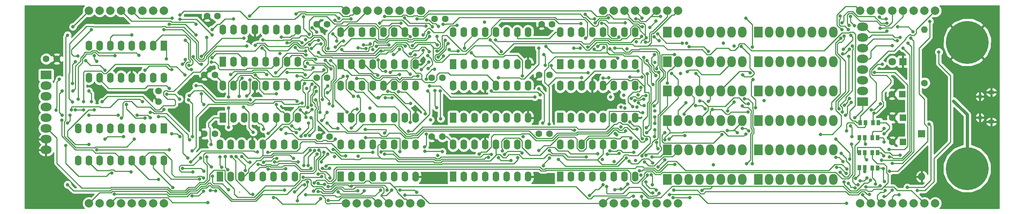
<source format=gbl>
G04 #@! TF.GenerationSoftware,KiCad,Pcbnew,no-vcs-found-9992a07~58~ubuntu16.04.1*
G04 #@! TF.CreationDate,2017-04-23T16:15:32+03:00*
G04 #@! TF.ProjectId,ND-01,4E442D30312E6B696361645F70636200,rev?*
G04 #@! TF.FileFunction,Copper,L4,Bot*
G04 #@! TF.FilePolarity,Positive*
%FSLAX46Y46*%
G04 Gerber Fmt 4.6, Leading zero omitted, Abs format (unit mm)*
G04 Created by KiCad (PCBNEW no-vcs-found-9992a07~58~ubuntu16.04.1) date Sun Apr 23 16:15:32 2017*
%MOMM*%
%LPD*%
G01*
G04 APERTURE LIST*
%ADD10C,0.100000*%
%ADD11O,1.600000X2.400000*%
%ADD12R,1.600000X2.400000*%
%ADD13C,10.160000*%
%ADD14R,0.970000X1.270000*%
%ADD15R,1.800000X1.800000*%
%ADD16C,1.800000*%
%ADD17C,2.000000*%
%ADD18R,1.600000X1.600000*%
%ADD19C,1.600000*%
%ADD20O,2.000000X2.600000*%
%ADD21R,2.000000X2.600000*%
%ADD22R,2.600000X2.000000*%
%ADD23O,2.600000X2.000000*%
%ADD24O,1.800000X1.800000*%
%ADD25O,1.600000X1.600000*%
%ADD26O,1.550000X1.000000*%
%ADD27O,0.950000X1.250000*%
%ADD28C,0.800000*%
%ADD29C,0.250000*%
%ADD30C,0.279400*%
%ADD31C,0.762000*%
%ADD32C,0.254000*%
G04 APERTURE END LIST*
D10*
D11*
X161925000Y-91440000D03*
X179705000Y-99060000D03*
X164465000Y-91440000D03*
X177165000Y-99060000D03*
X167005000Y-91440000D03*
X174625000Y-99060000D03*
X169545000Y-91440000D03*
X172085000Y-99060000D03*
X172085000Y-91440000D03*
X169545000Y-99060000D03*
X174625000Y-91440000D03*
X167005000Y-99060000D03*
X177165000Y-91440000D03*
X164465000Y-99060000D03*
X179705000Y-91440000D03*
D12*
X161925000Y-99060000D03*
D11*
X161925000Y-105410000D03*
X179705000Y-113030000D03*
X164465000Y-105410000D03*
X177165000Y-113030000D03*
X167005000Y-105410000D03*
X174625000Y-113030000D03*
X169545000Y-105410000D03*
X172085000Y-113030000D03*
X172085000Y-105410000D03*
X169545000Y-113030000D03*
X174625000Y-105410000D03*
X167005000Y-113030000D03*
X177165000Y-105410000D03*
X164465000Y-113030000D03*
X179705000Y-105410000D03*
D12*
X161925000Y-113030000D03*
D13*
X258445000Y-111125000D03*
X258445000Y-81155000D03*
D12*
X109855000Y-99060000D03*
D11*
X127635000Y-91440000D03*
X112395000Y-99060000D03*
X125095000Y-91440000D03*
X114935000Y-99060000D03*
X122555000Y-91440000D03*
X117475000Y-99060000D03*
X120015000Y-91440000D03*
X120015000Y-99060000D03*
X117475000Y-91440000D03*
X122555000Y-99060000D03*
X114935000Y-91440000D03*
X125095000Y-99060000D03*
X112395000Y-91440000D03*
X127635000Y-99060000D03*
X109855000Y-91440000D03*
D12*
X67945000Y-81915000D03*
D11*
X50165000Y-89535000D03*
X65405000Y-81915000D03*
X52705000Y-89535000D03*
X62865000Y-81915000D03*
X55245000Y-89535000D03*
X60325000Y-81915000D03*
X57785000Y-89535000D03*
X57785000Y-81915000D03*
X60325000Y-89535000D03*
X55245000Y-81915000D03*
X62865000Y-89535000D03*
X52705000Y-81915000D03*
X65405000Y-89535000D03*
X50165000Y-81915000D03*
X67945000Y-89535000D03*
D12*
X136525000Y-113030000D03*
D11*
X154305000Y-105410000D03*
X139065000Y-113030000D03*
X151765000Y-105410000D03*
X141605000Y-113030000D03*
X149225000Y-105410000D03*
X144145000Y-113030000D03*
X146685000Y-105410000D03*
X146685000Y-113030000D03*
X144145000Y-105410000D03*
X149225000Y-113030000D03*
X141605000Y-105410000D03*
X151765000Y-113030000D03*
X139065000Y-105410000D03*
X154305000Y-113030000D03*
X136525000Y-105410000D03*
D12*
X161925000Y-86360000D03*
D11*
X179705000Y-78740000D03*
X164465000Y-86360000D03*
X177165000Y-78740000D03*
X167005000Y-86360000D03*
X174625000Y-78740000D03*
X169545000Y-86360000D03*
X172085000Y-78740000D03*
X172085000Y-86360000D03*
X169545000Y-78740000D03*
X174625000Y-86360000D03*
X167005000Y-78740000D03*
X177165000Y-86360000D03*
X164465000Y-78740000D03*
X179705000Y-86360000D03*
X161925000Y-78740000D03*
D12*
X136525000Y-86360000D03*
D11*
X154305000Y-78740000D03*
X139065000Y-86360000D03*
X151765000Y-78740000D03*
X141605000Y-86360000D03*
X149225000Y-78740000D03*
X144145000Y-86360000D03*
X146685000Y-78740000D03*
X146685000Y-86360000D03*
X144145000Y-78740000D03*
X149225000Y-86360000D03*
X141605000Y-78740000D03*
X151765000Y-86360000D03*
X139065000Y-78740000D03*
X154305000Y-86360000D03*
X136525000Y-78740000D03*
D14*
X232913000Y-103759000D03*
X234193000Y-103759000D03*
X235961000Y-110998000D03*
X237241000Y-110998000D03*
X234193000Y-110866000D03*
X232913000Y-110866000D03*
X233040000Y-100203000D03*
X234320000Y-100203000D03*
X237368000Y-100208000D03*
X236088000Y-100208000D03*
X235961000Y-103759000D03*
X237241000Y-103759000D03*
X237241000Y-107320000D03*
X235961000Y-107320000D03*
X232913000Y-107315000D03*
X234193000Y-107315000D03*
D15*
X243205000Y-85725000D03*
D16*
X240665000Y-85725000D03*
D17*
X50165000Y-119380000D03*
X52705000Y-119380000D03*
X55245000Y-119380000D03*
X57785000Y-119380000D03*
X60325000Y-119380000D03*
X62865000Y-119380000D03*
X65405000Y-119380000D03*
X67945000Y-119380000D03*
X67945000Y-73660000D03*
X65405000Y-73660000D03*
X62865000Y-73660000D03*
X60325000Y-73660000D03*
X57785000Y-73660000D03*
X55245000Y-73660000D03*
X52705000Y-73660000D03*
X50165000Y-73660000D03*
X123825000Y-73660000D03*
X128905000Y-73660000D03*
X111125000Y-73660000D03*
X116205000Y-73660000D03*
X121285000Y-73660000D03*
X126365000Y-73660000D03*
X118745000Y-73660000D03*
X113665000Y-73660000D03*
X116205000Y-119380000D03*
X111125000Y-119380000D03*
X113665000Y-119380000D03*
X128905000Y-119380000D03*
X121285000Y-119380000D03*
X118745000Y-119380000D03*
X126365000Y-119380000D03*
X123825000Y-119380000D03*
X174625000Y-73660000D03*
X172085000Y-73660000D03*
X182245000Y-73660000D03*
X179705000Y-73660000D03*
X184785000Y-73660000D03*
X187325000Y-73660000D03*
X189865000Y-73660000D03*
X177165000Y-73660000D03*
X182245000Y-119380000D03*
X189865000Y-119380000D03*
X179705000Y-119380000D03*
X184785000Y-119380000D03*
X177165000Y-119380000D03*
X172085000Y-119380000D03*
X187325000Y-119380000D03*
X174625000Y-119380000D03*
X245745000Y-73660000D03*
X235585000Y-73660000D03*
X238125000Y-73660000D03*
X248285000Y-73660000D03*
X233045000Y-73660000D03*
X250825000Y-73660000D03*
X243205000Y-73660000D03*
X240665000Y-73660000D03*
X240665000Y-119380000D03*
X250825000Y-119380000D03*
X245745000Y-119380000D03*
X238125000Y-119380000D03*
X233045000Y-119380000D03*
X235585000Y-119380000D03*
X248285000Y-119380000D03*
X243205000Y-119380000D03*
D18*
X243205000Y-99060000D03*
D19*
X240705000Y-99060000D03*
X240578000Y-93472000D03*
D18*
X243078000Y-93472000D03*
X243205000Y-104775000D03*
D19*
X240705000Y-104775000D03*
X107275000Y-103505000D03*
X104775000Y-103505000D03*
X157520000Y-76835000D03*
X160020000Y-76835000D03*
X77550000Y-102870000D03*
X80050000Y-102870000D03*
X77550000Y-88900000D03*
X80050000Y-88900000D03*
X106680000Y-76835000D03*
X104180000Y-76835000D03*
X66675000Y-92710000D03*
X66675000Y-95210000D03*
X134660000Y-75565000D03*
X132160000Y-75565000D03*
X156885000Y-102870000D03*
X159385000Y-102870000D03*
X133985000Y-89535000D03*
X131485000Y-89535000D03*
X131485000Y-103505000D03*
X133985000Y-103505000D03*
X40045000Y-85090000D03*
X42545000Y-85090000D03*
X156925000Y-88900000D03*
X159425000Y-88900000D03*
X80685000Y-74930000D03*
X78185000Y-74930000D03*
X106680000Y-89535000D03*
X104180000Y-89535000D03*
D20*
X205105000Y-92710000D03*
X202565000Y-92710000D03*
X200025000Y-92710000D03*
X197485000Y-92710000D03*
X194945000Y-92710000D03*
X192405000Y-92710000D03*
X189865000Y-92710000D03*
D21*
X187325000Y-92710000D03*
D20*
X226695000Y-106680000D03*
X224155000Y-106680000D03*
X221615000Y-106680000D03*
X219075000Y-106680000D03*
X216535000Y-106680000D03*
X213995000Y-106680000D03*
X211455000Y-106680000D03*
D21*
X208915000Y-106680000D03*
D20*
X226695000Y-113665000D03*
X224155000Y-113665000D03*
X221615000Y-113665000D03*
X219075000Y-113665000D03*
X216535000Y-113665000D03*
X213995000Y-113665000D03*
X211455000Y-113665000D03*
D21*
X208915000Y-113665000D03*
D22*
X40005000Y-88900000D03*
D23*
X40005000Y-91440000D03*
X40005000Y-93980000D03*
X40005000Y-96520000D03*
X40005000Y-99060000D03*
X40005000Y-101600000D03*
X40005000Y-104140000D03*
X40005000Y-106680000D03*
X233680000Y-77470000D03*
X233680000Y-80010000D03*
X233680000Y-82550000D03*
X233680000Y-85090000D03*
X233680000Y-87630000D03*
X233680000Y-90170000D03*
X233680000Y-92710000D03*
D22*
X233680000Y-95250000D03*
D21*
X187325000Y-78740000D03*
D20*
X189865000Y-78740000D03*
X192405000Y-78740000D03*
X194945000Y-78740000D03*
X197485000Y-78740000D03*
X200025000Y-78740000D03*
X202565000Y-78740000D03*
X205105000Y-78740000D03*
X205105000Y-85725000D03*
X202565000Y-85725000D03*
X200025000Y-85725000D03*
X197485000Y-85725000D03*
X194945000Y-85725000D03*
X192405000Y-85725000D03*
X189865000Y-85725000D03*
D21*
X187325000Y-85725000D03*
D20*
X205105000Y-99695000D03*
X202565000Y-99695000D03*
X200025000Y-99695000D03*
X197485000Y-99695000D03*
X194945000Y-99695000D03*
X192405000Y-99695000D03*
X189865000Y-99695000D03*
D21*
X187325000Y-99695000D03*
X187325000Y-106680000D03*
D20*
X189865000Y-106680000D03*
X192405000Y-106680000D03*
X194945000Y-106680000D03*
X197485000Y-106680000D03*
X200025000Y-106680000D03*
X202565000Y-106680000D03*
X205105000Y-106680000D03*
X205105000Y-113665000D03*
X202565000Y-113665000D03*
X200025000Y-113665000D03*
X197485000Y-113665000D03*
X194945000Y-113665000D03*
X192405000Y-113665000D03*
X189865000Y-113665000D03*
D21*
X187325000Y-113665000D03*
X208915000Y-78740000D03*
D20*
X211455000Y-78740000D03*
X213995000Y-78740000D03*
X216535000Y-78740000D03*
X219075000Y-78740000D03*
X221615000Y-78740000D03*
X224155000Y-78740000D03*
X226695000Y-78740000D03*
X226695000Y-85725000D03*
X224155000Y-85725000D03*
X221615000Y-85725000D03*
X219075000Y-85725000D03*
X216535000Y-85725000D03*
X213995000Y-85725000D03*
X211455000Y-85725000D03*
D21*
X208915000Y-85725000D03*
X208915000Y-92710000D03*
D20*
X211455000Y-92710000D03*
X213995000Y-92710000D03*
X216535000Y-92710000D03*
X219075000Y-92710000D03*
X221615000Y-92710000D03*
X224155000Y-92710000D03*
X226695000Y-92710000D03*
D21*
X208915000Y-99695000D03*
D20*
X211455000Y-99695000D03*
X213995000Y-99695000D03*
X216535000Y-99695000D03*
X219075000Y-99695000D03*
X221615000Y-99695000D03*
X224155000Y-99695000D03*
X226695000Y-99695000D03*
D24*
X247650000Y-113030000D03*
D15*
X247650000Y-102870000D03*
D11*
X136525000Y-91440000D03*
X154305000Y-99060000D03*
X139065000Y-91440000D03*
X151765000Y-99060000D03*
X141605000Y-91440000D03*
X149225000Y-99060000D03*
X144145000Y-91440000D03*
X146685000Y-99060000D03*
X146685000Y-91440000D03*
X144145000Y-99060000D03*
X149225000Y-91440000D03*
X141605000Y-99060000D03*
X151765000Y-91440000D03*
X139065000Y-99060000D03*
X154305000Y-91440000D03*
D12*
X136525000Y-99060000D03*
D11*
X109855000Y-105410000D03*
X127635000Y-113030000D03*
X112395000Y-105410000D03*
X125095000Y-113030000D03*
X114935000Y-105410000D03*
X122555000Y-113030000D03*
X117475000Y-105410000D03*
X120015000Y-113030000D03*
X120015000Y-105410000D03*
X117475000Y-113030000D03*
X122555000Y-105410000D03*
X114935000Y-113030000D03*
X125095000Y-105410000D03*
X112395000Y-113030000D03*
X127635000Y-105410000D03*
D12*
X109855000Y-113030000D03*
D11*
X109855000Y-78740000D03*
X127635000Y-86360000D03*
X112395000Y-78740000D03*
X125095000Y-86360000D03*
X114935000Y-78740000D03*
X122555000Y-86360000D03*
X117475000Y-78740000D03*
X120015000Y-86360000D03*
X120015000Y-78740000D03*
X117475000Y-86360000D03*
X122555000Y-78740000D03*
X114935000Y-86360000D03*
X125095000Y-78740000D03*
X112395000Y-86360000D03*
X127635000Y-78740000D03*
D12*
X109855000Y-86360000D03*
D11*
X81915000Y-91440000D03*
X99695000Y-99060000D03*
X84455000Y-91440000D03*
X97155000Y-99060000D03*
X86995000Y-91440000D03*
X94615000Y-99060000D03*
X89535000Y-91440000D03*
X92075000Y-99060000D03*
X92075000Y-91440000D03*
X89535000Y-99060000D03*
X94615000Y-91440000D03*
X86995000Y-99060000D03*
X97155000Y-91440000D03*
X84455000Y-99060000D03*
X99695000Y-91440000D03*
D12*
X81915000Y-99060000D03*
X81280000Y-113030000D03*
D11*
X99060000Y-105410000D03*
X83820000Y-113030000D03*
X96520000Y-105410000D03*
X86360000Y-113030000D03*
X93980000Y-105410000D03*
X88900000Y-113030000D03*
X91440000Y-105410000D03*
X91440000Y-113030000D03*
X88900000Y-105410000D03*
X93980000Y-113030000D03*
X86360000Y-105410000D03*
X96520000Y-113030000D03*
X83820000Y-105410000D03*
X99060000Y-113030000D03*
X81280000Y-105410000D03*
D12*
X81915000Y-85725000D03*
D11*
X99695000Y-78105000D03*
X84455000Y-85725000D03*
X97155000Y-78105000D03*
X86995000Y-85725000D03*
X94615000Y-78105000D03*
X89535000Y-85725000D03*
X92075000Y-78105000D03*
X92075000Y-85725000D03*
X89535000Y-78105000D03*
X94615000Y-85725000D03*
X86995000Y-78105000D03*
X97155000Y-85725000D03*
X84455000Y-78105000D03*
X99695000Y-85725000D03*
X81915000Y-78105000D03*
D12*
X67945000Y-101600000D03*
D11*
X47625000Y-109220000D03*
X65405000Y-101600000D03*
X50165000Y-109220000D03*
X62865000Y-101600000D03*
X52705000Y-109220000D03*
X60325000Y-101600000D03*
X55245000Y-109220000D03*
X57785000Y-101600000D03*
X57785000Y-109220000D03*
X55245000Y-101600000D03*
X60325000Y-109220000D03*
X52705000Y-101600000D03*
X62865000Y-109220000D03*
X50165000Y-101600000D03*
X65405000Y-109220000D03*
X47625000Y-101600000D03*
X67945000Y-109220000D03*
D19*
X248285000Y-90805000D03*
D25*
X248285000Y-78105000D03*
D26*
X264160000Y-93020000D03*
X264160000Y-100020000D03*
D27*
X261460000Y-94020000D03*
X261460000Y-99020000D03*
D28*
X168882531Y-117509742D03*
X120859147Y-116237021D03*
X172074885Y-114975736D03*
X233643382Y-117329989D03*
X231968899Y-113454070D03*
X112427021Y-115280020D03*
X56147481Y-117179971D03*
X62033429Y-84258429D03*
X69215000Y-106680000D03*
X52070000Y-106680000D03*
X45085000Y-100330000D03*
X45720000Y-98425000D03*
X43815000Y-98425000D03*
X43815000Y-92710000D03*
X46355000Y-92710000D03*
X184697216Y-116245324D03*
X121950311Y-116237021D03*
X182242481Y-114305395D03*
X188819283Y-116235959D03*
X236723023Y-114775979D03*
X235287549Y-117272863D03*
X181229000Y-117729000D03*
X103418856Y-116480788D03*
X245099181Y-80188687D03*
X242570000Y-80010000D03*
X240665000Y-109855000D03*
X241861442Y-80735010D03*
X244402885Y-81352115D03*
X238125000Y-109129990D03*
X239374831Y-78481023D03*
X249555000Y-76200000D03*
X240030000Y-111760000D03*
X106921114Y-115377803D03*
X195580000Y-116332000D03*
X192659000Y-117983000D03*
X188722000Y-117983000D03*
X71664990Y-94608769D03*
X68643376Y-93489662D03*
X52059967Y-85712025D03*
X51435000Y-84297735D03*
X69215000Y-92075000D03*
X68580000Y-85090000D03*
X60325000Y-79375000D03*
X198247000Y-110236000D03*
X179832000Y-109220000D03*
X101854000Y-92075000D03*
X89662000Y-88900000D03*
X173863000Y-94107000D03*
X108408927Y-108253073D03*
X144018000Y-76327000D03*
X126402582Y-79804190D03*
X255270000Y-95123000D03*
X73773363Y-94796929D03*
X74735880Y-103558742D03*
X73840149Y-86571580D03*
X240029992Y-108404988D03*
X240665000Y-81915000D03*
X243205000Y-82550000D03*
X179308815Y-117692010D03*
X119381410Y-116237021D03*
X187833000Y-117348000D03*
X125095000Y-117438010D03*
X238690724Y-117782012D03*
X101596271Y-117342457D03*
X96556138Y-116230968D03*
X242570000Y-107950000D03*
X240665000Y-116205000D03*
X229870000Y-119380000D03*
X236480238Y-88264926D03*
X239902025Y-106622826D03*
X127952918Y-75637483D03*
X109407480Y-75470185D03*
X177314564Y-76489980D03*
X237834010Y-77820919D03*
X71755000Y-74659966D03*
X69900817Y-75468500D03*
X238760000Y-101600000D03*
X230490586Y-94503706D03*
X229316313Y-96069826D03*
X230786433Y-100978837D03*
X231140000Y-103505000D03*
X232540654Y-114927491D03*
X91440000Y-80617957D03*
X182342520Y-80046718D03*
X130809698Y-78789977D03*
X146626100Y-80557386D03*
X238284021Y-86360000D03*
X236336703Y-97935878D03*
X71755000Y-75659979D03*
X79375000Y-79375000D03*
X56313996Y-84353968D03*
X47625000Y-94615000D03*
X46990000Y-97155000D03*
X48895000Y-97155000D03*
X50165000Y-98425000D03*
X57150000Y-98425000D03*
X61595000Y-98425000D03*
X64770000Y-99060000D03*
X231775000Y-99060000D03*
X43180000Y-89916000D03*
X42418000Y-97282000D03*
X44704000Y-105664000D03*
X55626000Y-112141000D03*
X132715000Y-79756000D03*
X89607115Y-81824990D03*
X177794360Y-82708119D03*
X257810000Y-95250000D03*
X129059670Y-85528510D03*
X117509504Y-82897232D03*
X97663000Y-96901000D03*
X72355012Y-111039539D03*
X60183923Y-111882243D03*
X238849627Y-114210373D03*
X235544587Y-113856094D03*
X229882653Y-111255334D03*
X104493586Y-112431990D03*
X238576688Y-111185206D03*
X229235000Y-114300000D03*
X77470000Y-111760000D03*
X179404218Y-107247909D03*
X173672779Y-106893121D03*
X145629380Y-107786010D03*
X148186964Y-106924360D03*
X119409461Y-107148918D03*
X74286631Y-109541612D03*
X234131730Y-111796990D03*
X170815000Y-107605990D03*
X229022659Y-109432532D03*
X227256646Y-108478195D03*
X117475000Y-107224990D03*
X92573167Y-107266631D03*
X90135433Y-107218945D03*
X205649990Y-94563176D03*
X207505578Y-109945010D03*
X127539112Y-84109980D03*
X238669990Y-108090346D03*
X53340000Y-95250000D03*
X51435000Y-97155000D03*
X50165000Y-105410000D03*
X99564265Y-95140022D03*
X180156574Y-101763990D03*
X103921833Y-94835547D03*
X73939968Y-93810893D03*
X230587669Y-108905300D03*
X45989987Y-97155000D03*
X43718499Y-99644183D03*
X234594737Y-109080701D03*
X227330000Y-104140000D03*
X62865000Y-95250000D03*
X181829967Y-96194989D03*
X180453619Y-95528571D03*
X74647823Y-106952857D03*
X228597493Y-107525882D03*
X234673369Y-113365173D03*
X233044749Y-114063829D03*
X228313559Y-112037291D03*
X100728300Y-95605032D03*
X238760000Y-104775000D03*
X66675000Y-113665000D03*
X103562301Y-114513652D03*
X77347977Y-113397056D03*
X231043499Y-105359183D03*
X234315000Y-105319990D03*
X70069708Y-115660010D03*
X238760000Y-102870000D03*
X229821328Y-102170223D03*
X76381297Y-113653092D03*
X184242542Y-79817341D03*
X185405006Y-80753200D03*
X180416790Y-87965564D03*
X101321933Y-90906700D03*
X170815000Y-82097385D03*
X158564538Y-82157732D03*
X137502945Y-77157164D03*
X129397676Y-79369585D03*
X119435088Y-83184754D03*
X125214360Y-82074019D03*
X104648022Y-83566000D03*
X129385200Y-83062977D03*
X103106638Y-77737876D03*
X104197860Y-78744977D03*
X174878803Y-82581895D03*
X165123251Y-82538732D03*
X166708841Y-82538732D03*
X184186946Y-96286051D03*
X177442734Y-102160894D03*
X103367322Y-87229606D03*
X103814259Y-91812023D03*
X83820000Y-88809990D03*
X102660807Y-106774216D03*
X101122913Y-110434266D03*
X102023527Y-114332021D03*
X78397515Y-119169043D03*
X100465632Y-103476008D03*
X99622266Y-118781990D03*
X102235000Y-100286957D03*
X102962149Y-96061811D03*
X100725589Y-81302291D03*
X95834183Y-79913500D03*
X97155000Y-81280000D03*
X74848047Y-111917649D03*
X76650940Y-108595819D03*
X76835000Y-93345000D03*
X77470000Y-95885000D03*
X79405067Y-84819485D03*
X75565000Y-79375000D03*
X69215000Y-76835000D03*
X103092078Y-91120302D03*
X101495290Y-88900000D03*
X103670766Y-106839021D03*
X101464222Y-103255978D03*
X102121678Y-110384336D03*
X101272599Y-114992423D03*
X98959485Y-116686866D03*
X102116211Y-96595115D03*
X97155000Y-88265000D03*
X102870000Y-99060000D03*
X176974595Y-93733725D03*
X91258015Y-82517979D03*
X180421494Y-93628548D03*
X204869196Y-82141484D03*
X190461883Y-88569225D03*
X200660000Y-81316990D03*
X205232000Y-88900000D03*
X87634660Y-82067968D03*
X67945000Y-78105000D03*
X101600000Y-80518000D03*
X95504000Y-83820000D03*
X79203032Y-85801840D03*
X47516443Y-84418010D03*
X49403008Y-85520909D03*
X63500000Y-87789021D03*
X53974590Y-87788266D03*
X76834992Y-86355023D03*
X73049895Y-85234361D03*
X74934977Y-84553526D03*
X72390000Y-86360000D03*
X69850000Y-87630000D03*
X50800000Y-78105000D03*
X86915510Y-80191880D03*
X46264990Y-95322115D03*
X105891297Y-87703284D03*
X104066012Y-92789941D03*
X191868853Y-81316988D03*
X203200000Y-82042000D03*
X99568000Y-89154000D03*
X104727088Y-106766687D03*
X103914621Y-85130199D03*
X102524317Y-103256031D03*
X45085000Y-114935000D03*
X46355000Y-77470000D03*
X181399785Y-77425680D03*
X120257331Y-74988451D03*
X75565000Y-76835000D03*
X181283406Y-108120740D03*
X184629131Y-76071761D03*
X188984659Y-84088948D03*
X190868840Y-81316990D03*
X83947000Y-108240990D03*
X89033523Y-117229073D03*
X183142428Y-77597864D03*
X105156000Y-118237000D03*
X181356000Y-75438000D03*
X185039000Y-79121000D03*
X93980000Y-117983000D03*
X105409992Y-112984612D03*
X175576743Y-84931928D03*
X159291207Y-100569978D03*
X175819506Y-79947504D03*
X157931450Y-110495628D03*
X159424629Y-108617663D03*
X167894855Y-74536735D03*
X173481665Y-89567011D03*
X172085000Y-89640000D03*
X167005000Y-89535000D03*
X170053000Y-75565000D03*
X171784259Y-76610030D03*
X100965000Y-113157000D03*
X104975676Y-97747407D03*
X86487000Y-89662000D03*
X132711820Y-83233035D03*
X183921968Y-91204643D03*
X181718708Y-84735956D03*
X130899582Y-83355041D03*
X101525471Y-83194408D03*
X110532336Y-80836106D03*
X108584998Y-82296084D03*
X99069279Y-82380713D03*
X102522153Y-81694168D03*
X126380276Y-83886595D03*
X115844977Y-82600780D03*
X85089996Y-108240990D03*
X87287211Y-111581055D03*
X114046000Y-82423000D03*
X170256523Y-76544082D03*
X173358072Y-75373340D03*
X166878000Y-76708000D03*
X104648000Y-80645000D03*
X85852000Y-93980000D03*
X105567372Y-111084590D03*
X108077000Y-106626989D03*
X114049770Y-93957710D03*
X185714895Y-74985996D03*
X133030112Y-77335498D03*
X135330667Y-81430701D03*
X132967987Y-84683046D03*
X130755722Y-85829040D03*
X130309989Y-75854278D03*
X112420908Y-101509990D03*
X179905988Y-75589958D03*
X111016469Y-108126014D03*
X207508540Y-82288576D03*
X105277150Y-109573427D03*
X105277149Y-109573427D03*
X106802708Y-107713612D03*
X107274167Y-111062843D03*
X206939959Y-88405019D03*
X128960033Y-87593115D03*
X205994000Y-75438000D03*
X99794417Y-109562686D03*
X94167481Y-109568979D03*
X182563320Y-112695721D03*
X183887344Y-116883894D03*
X183891022Y-109791494D03*
X178246640Y-109342039D03*
X150277990Y-109186430D03*
X144886512Y-108455465D03*
X197104000Y-95123000D03*
X120269000Y-107660011D03*
X147247426Y-108529925D03*
X104305303Y-107673396D03*
X106407276Y-110541833D03*
X182199544Y-81137224D03*
X151825993Y-108508940D03*
X178673334Y-103902011D03*
X182380319Y-102639386D03*
X194102885Y-88580063D03*
X184309245Y-84052486D03*
X185334334Y-88281066D03*
X156879286Y-106838910D03*
X98646299Y-108737968D03*
X183798465Y-114983872D03*
X183563333Y-112633839D03*
X88350611Y-90061358D03*
X118910003Y-94338710D03*
X118704868Y-94338710D03*
X186768580Y-109030001D03*
X182433830Y-104158462D03*
X184374961Y-98914583D03*
X184367010Y-100387504D03*
X185095510Y-110754450D03*
X142714693Y-107660020D03*
X126396609Y-100112990D03*
X191337670Y-98203021D03*
X101461844Y-86928173D03*
X107554978Y-87417032D03*
X91591197Y-109667738D03*
X92711624Y-111282045D03*
X88396939Y-109667823D03*
X86383894Y-108240990D03*
X113638929Y-89719747D03*
X96849798Y-111185522D03*
X94725834Y-108732073D03*
X87630000Y-93853000D03*
X86868000Y-96520000D03*
X89154000Y-102489000D03*
X116897461Y-81497010D03*
X107969355Y-96256504D03*
X115323685Y-81744339D03*
X107501811Y-85475388D03*
X182270859Y-107962811D03*
X130925741Y-79783233D03*
X135604307Y-82890268D03*
X177912232Y-114802551D03*
X174879008Y-116180033D03*
X176345789Y-115970841D03*
X137715112Y-83259543D03*
X188373239Y-88525022D03*
X101637341Y-84188143D03*
X102951154Y-82653353D03*
X182474941Y-85519679D03*
X110081995Y-82840990D03*
X82550002Y-108240990D03*
X83114477Y-111420754D03*
X83312000Y-94106998D03*
X92312134Y-88809990D03*
X184657994Y-89027000D03*
X105208569Y-81498135D03*
X94488000Y-88425033D03*
X83312000Y-96774000D03*
X83312000Y-101346000D03*
X187342962Y-90808068D03*
X90291224Y-110117834D03*
X81280008Y-108331000D03*
X81706756Y-110779989D03*
X102854605Y-111065274D03*
X104570476Y-116560322D03*
X106072049Y-114849491D03*
X104571184Y-114660299D03*
X79121000Y-105410000D03*
X113919000Y-116429963D03*
X123954789Y-116237021D03*
X127889000Y-116713000D03*
X210312000Y-94996000D03*
X78100952Y-108326603D03*
X83278298Y-116180042D03*
X80197383Y-116368990D03*
X106934000Y-118708010D03*
X79248000Y-110744000D03*
X79502000Y-112903000D03*
X78936848Y-116303081D03*
X77343000Y-116459000D03*
X74676000Y-117602000D03*
X107124802Y-95721010D03*
X124202512Y-76616050D03*
X106872722Y-82599961D03*
X106832968Y-91500725D03*
X101689685Y-98970323D03*
X103089216Y-97073428D03*
X101696502Y-97840813D03*
X100330000Y-97155000D03*
X99332332Y-102633727D03*
X95758000Y-101869987D03*
X105913089Y-107223393D03*
X107303332Y-113386282D03*
X109292262Y-116630058D03*
X115439831Y-116417478D03*
X91567000Y-101727000D03*
X131611659Y-77430341D03*
X134273462Y-84406127D03*
X134638724Y-80708733D03*
X132659112Y-96683990D03*
X197104000Y-83312000D03*
X192532000Y-82169000D03*
X98251823Y-100979501D03*
X125058042Y-75373309D03*
X132103402Y-87539990D03*
X132211660Y-92578340D03*
X130141231Y-89927799D03*
X100108721Y-101763990D03*
X105516429Y-94710667D03*
X192097603Y-88138000D03*
X102004423Y-86088166D03*
X102447305Y-79266983D03*
X96901000Y-102743008D03*
X92710000Y-102743000D03*
X101045965Y-75093990D03*
X99309544Y-74435776D03*
X108585000Y-104140000D03*
X109220000Y-101600000D03*
X106680000Y-100330000D03*
X105410000Y-99695000D03*
X106680000Y-97790000D03*
X181229000Y-79755999D03*
X168443356Y-82248810D03*
X75586970Y-91452920D03*
X88416813Y-94813357D03*
X94615000Y-95885000D03*
X76835000Y-84455000D03*
X78105000Y-80010000D03*
X79375000Y-78105000D03*
X84455000Y-75565000D03*
X88265000Y-74930000D03*
X179941764Y-81019420D03*
X108534856Y-75958602D03*
X112287996Y-75560558D03*
X184374967Y-85952508D03*
X108955894Y-80836106D03*
X108004980Y-79149384D03*
X106764121Y-93157256D03*
X106211590Y-85400005D03*
X94615000Y-93345000D03*
X158064415Y-84057754D03*
X132777994Y-81783024D03*
X126852712Y-81919441D03*
X182339980Y-101428805D03*
X184367010Y-101971925D03*
X184323402Y-103501408D03*
X147921077Y-83373954D03*
X145327409Y-80573901D03*
X159849304Y-86691945D03*
X158399293Y-86646021D03*
X186764696Y-104301033D03*
X182630902Y-88631128D03*
X230390293Y-77086027D03*
X231187143Y-82061180D03*
X228802586Y-97729267D03*
X205924921Y-102918602D03*
X168529000Y-88392000D03*
X174962238Y-102757253D03*
X175321901Y-103125302D03*
X175879738Y-107478990D03*
X159363262Y-106851672D03*
X173076405Y-107695843D03*
X186717043Y-102575911D03*
X123950021Y-107097990D03*
X115824000Y-103754023D03*
X148705259Y-107779576D03*
X110466789Y-89218122D03*
X111379000Y-97695021D03*
X118722217Y-85324013D03*
X228745020Y-78149361D03*
X229277499Y-79623134D03*
X223647000Y-102997000D03*
X203962000Y-102616000D03*
X201549000Y-102108000D03*
X200279000Y-102997000D03*
X168148000Y-108331000D03*
X152908000Y-107427966D03*
X120541733Y-88057133D03*
X178421483Y-89377634D03*
X145606189Y-92732298D03*
X157189805Y-93671935D03*
X203143722Y-95315598D03*
X201676000Y-97447141D03*
X126365000Y-88742747D03*
X121668681Y-88291517D03*
X181310380Y-89392645D03*
X230251000Y-78105012D03*
X230879986Y-79498353D03*
X229063138Y-82776691D03*
X228350660Y-74934660D03*
X228055010Y-96906846D03*
X206642392Y-102221997D03*
X230378000Y-84455000D03*
X205105000Y-101600000D03*
X167956645Y-80167954D03*
X173725265Y-82691580D03*
X170006024Y-82758318D03*
X134194803Y-76885464D03*
X130125609Y-77318409D03*
X118291701Y-82123851D03*
X121321603Y-81764120D03*
X122381631Y-84029899D03*
X172265004Y-82340053D03*
X184816642Y-87416465D03*
X123849022Y-82789303D03*
X208286696Y-96675320D03*
X207619748Y-90031766D03*
X119103463Y-76643036D03*
X112886216Y-93957710D03*
X120421957Y-94338710D03*
X122041040Y-94338710D03*
X179637905Y-94950094D03*
X181731473Y-94686849D03*
X197973445Y-97071663D03*
X194034920Y-96195826D03*
X196271962Y-96960042D03*
X206454030Y-97713861D03*
X111466802Y-89218120D03*
X228763990Y-76568629D03*
X228449814Y-80184347D03*
X246634000Y-116332000D03*
X251714000Y-83439000D03*
X245618000Y-78613000D03*
X241935000Y-77470000D03*
X239395000Y-76581000D03*
X226314000Y-96901000D03*
X179124840Y-96386604D03*
X126498348Y-95656970D03*
X194997436Y-95060020D03*
X118646809Y-88959089D03*
X181103930Y-91894988D03*
X121030418Y-92803809D03*
X230781918Y-74985172D03*
X231667387Y-77174907D03*
X228912709Y-83934226D03*
X230513149Y-82799933D03*
X206592010Y-95739357D03*
X237621660Y-75179340D03*
X239268000Y-75565000D03*
X185140759Y-106390855D03*
X123565856Y-92859290D03*
X129943909Y-98134010D03*
X181428802Y-104080002D03*
X184824978Y-104934967D03*
X187749187Y-104125529D03*
X123872709Y-88790443D03*
X230940597Y-95403252D03*
X178462454Y-100105049D03*
X242316000Y-117348000D03*
X244221000Y-115570000D03*
X249428000Y-100584000D03*
X237871000Y-95758000D03*
X235712000Y-97155000D03*
X229616000Y-98425000D03*
X191516000Y-103251000D03*
X130562381Y-84296486D03*
X130629988Y-87367188D03*
X178756257Y-94478162D03*
X155893212Y-94121946D03*
X191694203Y-95510022D03*
X182284631Y-93831653D03*
X128146060Y-89158849D03*
X130927983Y-91536048D03*
X205071860Y-96229010D03*
X239014000Y-116332000D03*
X237767297Y-115225990D03*
X234442000Y-115443000D03*
X231902000Y-115697000D03*
X230217314Y-114646954D03*
X229763570Y-112298660D03*
X227426890Y-110840882D03*
X206121000Y-109982000D03*
X181934322Y-109512803D03*
X171958000Y-108979920D03*
X181105010Y-112708134D03*
X165354000Y-101981000D03*
X130548609Y-92732326D03*
X125911147Y-102262174D03*
X189104173Y-110131290D03*
X180739694Y-111683214D03*
X153093549Y-103563549D03*
X131191000Y-99568000D03*
X113792000Y-97028000D03*
X134004316Y-107089635D03*
X129848873Y-106995397D03*
X185420000Y-116967000D03*
X172978977Y-115403103D03*
X120269008Y-102709969D03*
X115697000Y-101854000D03*
X176298419Y-96533770D03*
X176290550Y-101213761D03*
X116840000Y-96774000D03*
X177292000Y-96773996D03*
X180112679Y-96542158D03*
X177593119Y-108585115D03*
X132880649Y-108064289D03*
X161544000Y-108966000D03*
X183720222Y-108341483D03*
X181450436Y-97845367D03*
X184404000Y-97409000D03*
X174752000Y-109429947D03*
X114046000Y-108204000D03*
X129772813Y-105998282D03*
X133594283Y-99288032D03*
X130213067Y-102920020D03*
X140883101Y-83639983D03*
X139264321Y-82524030D03*
X152977965Y-89135009D03*
X133477000Y-92710000D03*
X147320000Y-89535000D03*
X156845000Y-82550000D03*
X156884536Y-92221924D03*
X157749608Y-100302769D03*
X74478013Y-87586871D03*
X73025000Y-80645000D03*
X71755000Y-103505000D03*
X69850000Y-102870000D03*
X63500000Y-99150010D03*
X46264990Y-90906751D03*
X46990000Y-85725000D03*
X50165000Y-92710000D03*
X50800000Y-95250000D03*
X59055000Y-95885000D03*
X45085000Y-79465010D03*
X60960000Y-104140000D03*
X72934990Y-88900000D03*
X48895000Y-95250000D03*
X53975000Y-104140000D03*
X58420000Y-103505000D03*
X67935880Y-97116433D03*
X57857115Y-99150010D03*
X74077337Y-104311301D03*
X64770000Y-97790000D03*
X66675000Y-98780032D03*
X73660000Y-108585000D03*
D29*
X85934945Y-116630055D02*
X85812981Y-116630055D01*
X169282530Y-117109743D02*
X168882531Y-117509742D01*
X172074885Y-114975736D02*
X171009620Y-116041001D01*
X170351272Y-116041001D02*
X169282530Y-117109743D01*
X171009620Y-116041001D02*
X170351272Y-116041001D01*
X112677054Y-115029987D02*
X120217798Y-115029987D01*
X120859147Y-115671336D02*
X120859147Y-116237021D01*
X120217798Y-115029987D02*
X120859147Y-115671336D01*
X112427021Y-115280020D02*
X112677054Y-115029987D01*
X233643382Y-117438382D02*
X233643382Y-117329989D01*
X235585000Y-119380000D02*
X233643382Y-117438382D01*
X232368898Y-113054071D02*
X231968899Y-113454070D01*
X232913000Y-110866000D02*
X232913000Y-112509969D01*
X232913000Y-112509969D02*
X232368898Y-113054071D01*
X99015438Y-115701977D02*
X100835414Y-113882001D01*
X100835414Y-113882001D02*
X101313001Y-113882001D01*
X68607432Y-117179971D02*
X69162506Y-117735045D01*
X80761452Y-115643989D02*
X83971560Y-118854097D01*
X108619142Y-115005021D02*
X111586337Y-115005021D01*
X69162506Y-117735045D02*
X73469953Y-117735045D01*
X75851997Y-116876999D02*
X76994998Y-115733998D01*
X107521359Y-116102804D02*
X108619142Y-115005021D01*
X106206837Y-116102804D02*
X107521359Y-116102804D01*
X103360946Y-115385301D02*
X105489334Y-115385301D01*
X102837299Y-114861654D02*
X103360946Y-115385301D01*
X101313001Y-113882001D02*
X101587991Y-113607011D01*
X98634552Y-115701977D02*
X99015438Y-115701977D01*
X102837299Y-113985246D02*
X102837299Y-114861654D01*
X97078530Y-117257999D02*
X98634552Y-115701977D01*
X83971560Y-118854097D02*
X89754325Y-118854097D01*
X101587991Y-113607011D02*
X102459064Y-113607011D01*
X78027017Y-115733998D02*
X78591097Y-115169919D01*
X78925683Y-115169919D02*
X79399753Y-115643989D01*
X74327999Y-116876999D02*
X75851997Y-116876999D01*
X73469953Y-117735045D02*
X74327999Y-116876999D01*
X56147481Y-117179971D02*
X68607432Y-117179971D01*
X111861336Y-115280020D02*
X112427021Y-115280020D01*
X111586337Y-115005021D02*
X111861336Y-115280020D01*
X89754325Y-118854097D02*
X91350423Y-117257999D01*
X91350423Y-117257999D02*
X97078530Y-117257999D01*
X76994998Y-115733998D02*
X78027017Y-115733998D01*
X105489334Y-115385301D02*
X106206837Y-116102804D01*
X78591097Y-115169919D02*
X78925683Y-115169919D01*
X102459064Y-113607011D02*
X102837299Y-113985246D01*
X79399753Y-115643989D02*
X80761452Y-115643989D01*
X51917086Y-83118089D02*
X52427963Y-83628967D01*
X61633430Y-83858430D02*
X62033429Y-84258429D01*
X61403967Y-83628967D02*
X61633430Y-83858430D01*
X52427963Y-83628967D02*
X61403967Y-83628967D01*
X50952915Y-83118089D02*
X51917086Y-83118089D01*
X49343575Y-83440010D02*
X50630994Y-83440010D01*
X46990000Y-86796066D02*
X48227987Y-85558079D01*
X48985001Y-83798584D02*
X49343575Y-83440010D01*
X48985001Y-84041001D02*
X48985001Y-83798584D01*
X48227987Y-84798015D02*
X48985001Y-84041001D01*
X50630994Y-83440010D02*
X50952915Y-83118089D01*
X46355000Y-92710000D02*
X46990000Y-92075000D01*
X46990000Y-92075000D02*
X46990000Y-86796066D01*
X48227987Y-85558079D02*
X48227987Y-84798015D01*
X68580000Y-106680000D02*
X69215000Y-106680000D01*
X52070000Y-106680000D02*
X68580000Y-106680000D01*
X45720000Y-98425000D02*
X45720000Y-99695000D01*
X45720000Y-99695000D02*
X45085000Y-100330000D01*
X43180000Y-93345000D02*
X43180000Y-97790000D01*
X43180000Y-97790000D02*
X43815000Y-98425000D01*
X43815000Y-92710000D02*
X43180000Y-93345000D01*
X184297217Y-115845325D02*
X184697216Y-116245324D01*
X182242481Y-114871080D02*
X183214612Y-115843211D01*
X182242481Y-114305395D02*
X182242481Y-114871080D01*
X184295103Y-115843211D02*
X184297217Y-115845325D01*
X183214612Y-115843211D02*
X184295103Y-115843211D01*
X120106412Y-116748588D02*
X120106412Y-115858408D01*
X113402384Y-115479998D02*
X112877362Y-116005020D01*
X107707759Y-116552815D02*
X105927357Y-116552815D01*
X105209854Y-115835312D02*
X104064332Y-115835312D01*
X121550312Y-116637020D02*
X121950311Y-116237021D01*
X120106412Y-115858408D02*
X119728002Y-115479998D01*
X120712332Y-117475000D02*
X121550312Y-116637020D01*
X103818855Y-116080789D02*
X103418856Y-116480788D01*
X108805542Y-115455032D02*
X107707759Y-116552815D01*
X119728002Y-115479998D02*
X113402384Y-115479998D01*
X110764704Y-116005020D02*
X110214718Y-115455032D01*
X110214718Y-115455032D02*
X108805542Y-115455032D01*
X119380000Y-117475000D02*
X120712332Y-117475000D01*
X105927357Y-116552815D02*
X105209854Y-115835312D01*
X112877362Y-116005020D02*
X110764704Y-116005020D01*
X104064332Y-115835312D02*
X103818855Y-116080789D01*
X119380000Y-117475000D02*
X120106412Y-116748588D01*
X229657234Y-116560741D02*
X196424261Y-116560741D01*
X232578343Y-117322024D02*
X230418517Y-117322024D01*
X196424261Y-116560741D02*
X195928001Y-117057001D01*
X189384968Y-116235959D02*
X188819283Y-116235959D01*
X234067013Y-116618012D02*
X233780599Y-116618012D01*
X195928001Y-117057001D02*
X195231999Y-117057001D01*
X233295380Y-116604987D02*
X232578343Y-117322024D01*
X230418517Y-117322024D02*
X229657234Y-116560741D01*
X195231999Y-117057001D02*
X194410957Y-116235959D01*
X233767574Y-116604987D02*
X233295380Y-116604987D01*
X234721864Y-117272863D02*
X234067013Y-116618012D01*
X233780599Y-116618012D02*
X233767574Y-116604987D01*
X194410957Y-116235959D02*
X189384968Y-116235959D01*
X235287549Y-117272863D02*
X234721864Y-117272863D01*
X236723023Y-114009211D02*
X236723023Y-114210294D01*
X235961000Y-110998000D02*
X235961000Y-113247188D01*
X236723023Y-114210294D02*
X236723023Y-114775979D01*
X235961000Y-113247188D02*
X236723023Y-114009211D01*
X181229000Y-117729000D02*
X181229000Y-118364000D01*
X181229000Y-118364000D02*
X182245000Y-119380000D01*
X119380000Y-117475000D02*
X121285000Y-119380000D01*
X243010824Y-109855000D02*
X245745000Y-107120824D01*
X245499180Y-80588686D02*
X245099181Y-80188687D01*
X245745000Y-80834506D02*
X245499180Y-80588686D01*
X240665000Y-109855000D02*
X243010824Y-109855000D01*
X245745000Y-107120824D02*
X245745000Y-80834506D01*
X242570000Y-80010000D02*
X241300000Y-80010000D01*
X241300000Y-80010000D02*
X240665000Y-79375000D01*
X240665000Y-79375000D02*
X235865000Y-79375000D01*
X235865000Y-79375000D02*
X235230000Y-80010000D01*
X235230000Y-80010000D02*
X233680000Y-80010000D01*
X245230023Y-82179253D02*
X244802884Y-81752114D01*
X244802884Y-81752114D02*
X244402885Y-81352115D01*
X245230023Y-106999390D02*
X245230023Y-82179253D01*
X243099423Y-109129990D02*
X245230023Y-106999390D01*
X238125000Y-109129990D02*
X243099423Y-109129990D01*
X240877863Y-80317116D02*
X241295757Y-80735010D01*
X236212884Y-80317116D02*
X240877863Y-80317116D01*
X233680000Y-82550000D02*
X233980000Y-82550000D01*
X241295757Y-80735010D02*
X241861442Y-80735010D01*
X233980000Y-82550000D02*
X236212884Y-80317116D01*
X239135854Y-78720000D02*
X239374831Y-78481023D01*
X233980000Y-77470000D02*
X235230000Y-78720000D01*
X235230000Y-78720000D02*
X239135854Y-78720000D01*
X233680000Y-77470000D02*
X233980000Y-77470000D01*
X249555000Y-76765685D02*
X249555000Y-76200000D01*
X249555000Y-80010000D02*
X249555000Y-76765685D01*
X248285000Y-94615000D02*
X247015000Y-93345000D01*
X247015000Y-82550000D02*
X249555000Y-80010000D01*
X248285000Y-100514002D02*
X248285000Y-94615000D01*
X247015000Y-93345000D02*
X247015000Y-82550000D01*
X249079999Y-104615001D02*
X249079999Y-101309001D01*
X241935000Y-111760000D02*
X249079999Y-104615001D01*
X249079999Y-101309001D02*
X248285000Y-100514002D01*
X240030000Y-111760000D02*
X241935000Y-111760000D01*
X122772002Y-115352998D02*
X165652785Y-115352998D01*
X175038998Y-117604980D02*
X177486002Y-117604980D01*
X177486002Y-117604980D02*
X178308973Y-116782009D01*
X165652785Y-115352998D02*
X168534530Y-118234743D01*
X169223261Y-118234743D02*
X169879176Y-117578828D01*
X185729001Y-118054999D02*
X188493990Y-115290010D01*
X169879176Y-117578828D02*
X175012846Y-117578828D01*
X182762379Y-118120789D02*
X184083209Y-118120789D01*
X184148999Y-118054999D02*
X185729001Y-118054999D01*
X168534530Y-118234743D02*
X169223261Y-118234743D01*
X178308973Y-116782009D02*
X181423599Y-116782009D01*
X181423599Y-116782009D02*
X182762379Y-118120789D01*
X175012846Y-117578828D02*
X175038998Y-117604980D01*
X122555000Y-115570000D02*
X122772002Y-115352998D01*
X188493990Y-115290010D02*
X197993000Y-115290010D01*
X184083209Y-118120789D02*
X184148999Y-118054999D01*
X122555000Y-115570000D02*
X123226998Y-116241998D01*
X125365001Y-118380001D02*
X126365000Y-119380000D01*
X123226998Y-116241998D02*
X123226998Y-116643012D01*
X123226998Y-116643012D02*
X124963987Y-118380001D01*
X124963987Y-118380001D02*
X125365001Y-118380001D01*
X247285001Y-118380001D02*
X248285000Y-119380000D01*
X245200002Y-116295002D02*
X247285001Y-118380001D01*
X241828006Y-116295002D02*
X245200002Y-116295002D01*
X238666000Y-115479998D02*
X241013002Y-115479998D01*
X238125000Y-116020998D02*
X238666000Y-115479998D01*
X241013002Y-115479998D02*
X241828006Y-116295002D01*
X239304999Y-110596997D02*
X238653004Y-109945002D01*
X238125000Y-116020998D02*
X239681999Y-114463999D01*
X239681999Y-114463999D02*
X239681999Y-112485001D01*
X235961000Y-108205000D02*
X235961000Y-107320000D01*
X238125000Y-116078000D02*
X238125000Y-116020998D01*
X235961000Y-108764004D02*
X235961000Y-108205000D01*
X239681999Y-112485001D02*
X239304999Y-112108001D01*
X239304999Y-112108001D02*
X239304999Y-110596997D01*
X237141998Y-109945002D02*
X235961000Y-108764004D01*
X238653004Y-109945002D02*
X237141998Y-109945002D01*
X197993000Y-115290010D02*
X229022914Y-115290010D01*
X233966999Y-116168001D02*
X234530591Y-116168001D01*
X229022914Y-115290010D02*
X230604917Y-116872013D01*
X230604917Y-116872013D02*
X232391943Y-116872013D01*
X232391943Y-116872013D02*
X233108980Y-116154976D01*
X233108980Y-116154976D02*
X233953974Y-116154976D01*
X233953974Y-116154976D02*
X233966999Y-116168001D01*
X234890600Y-116528011D02*
X235801025Y-116528011D01*
X234530591Y-116168001D02*
X234890600Y-116528011D01*
X235801025Y-116528011D02*
X236378036Y-115951000D01*
X236378036Y-115951000D02*
X237998000Y-115951000D01*
X237998000Y-115951000D02*
X238125000Y-116078000D01*
X121564976Y-114579976D02*
X117033972Y-114579976D01*
X116525973Y-114071977D02*
X115884027Y-114071977D01*
X115884027Y-114071977D02*
X115400994Y-114555010D01*
X117033972Y-114579976D02*
X116525973Y-114071977D01*
X107486799Y-115377803D02*
X106921114Y-115377803D01*
X107609951Y-115377803D02*
X107486799Y-115377803D01*
X115400994Y-114555010D02*
X108432744Y-114555010D01*
X122555000Y-115570000D02*
X121564976Y-114579976D01*
X108432744Y-114555010D02*
X107609951Y-115377803D01*
X197466001Y-115932001D02*
X197993000Y-115405002D01*
X197993000Y-115405002D02*
X197993000Y-115290010D01*
X195580000Y-116332000D02*
X195979999Y-115932001D01*
X195979999Y-115932001D02*
X197466001Y-115932001D01*
X188722000Y-117983000D02*
X192659000Y-117983000D01*
X187325000Y-119126000D02*
X187325000Y-119380000D01*
X70545883Y-93489662D02*
X71264991Y-94208770D01*
X71264991Y-94208770D02*
X71664990Y-94608769D01*
X68643376Y-93489662D02*
X70545883Y-93489662D01*
X51435000Y-85087058D02*
X51659968Y-85312026D01*
X51659968Y-85312026D02*
X52059967Y-85712025D01*
X51435000Y-84297735D02*
X51435000Y-85087058D01*
X69215000Y-92075000D02*
X68580000Y-91440000D01*
X63500000Y-92075000D02*
X54845000Y-92075000D01*
X68580000Y-91440000D02*
X64135000Y-91440000D01*
X64135000Y-91440000D02*
X63500000Y-92075000D01*
X54845000Y-92075000D02*
X52705000Y-89935000D01*
X52705000Y-89935000D02*
X52705000Y-89535000D01*
X68580000Y-85090000D02*
X68580000Y-82550000D01*
X68580000Y-82550000D02*
X67945000Y-81915000D01*
X55880000Y-79375000D02*
X55245000Y-80010000D01*
X55245000Y-80010000D02*
X55245000Y-81915000D01*
X60325000Y-79375000D02*
X55880000Y-79375000D01*
D30*
X136525000Y-105410000D02*
X136525000Y-105010000D01*
X136525000Y-105010000D02*
X135020000Y-103505000D01*
X135020000Y-103505000D02*
X133985000Y-103505000D01*
D29*
X97155000Y-91440000D02*
X97155000Y-91040000D01*
D30*
X97155000Y-91440000D02*
X97155000Y-89960600D01*
X97155000Y-89960600D02*
X96983400Y-89789000D01*
X89662000Y-88918796D02*
X89662000Y-88900000D01*
X96983400Y-89789000D02*
X90532204Y-89789000D01*
X90532204Y-89789000D02*
X89662000Y-88918796D01*
X161925000Y-78740000D02*
X160845600Y-78740000D01*
X160845600Y-78740000D02*
X159305890Y-80279710D01*
X159305890Y-80279710D02*
X151825310Y-80279710D01*
X151825310Y-80279710D02*
X151765000Y-80219400D01*
X151765000Y-80219400D02*
X151765000Y-78740000D01*
X125338392Y-78740000D02*
X126402582Y-79804190D01*
X125095000Y-78740000D02*
X125338392Y-78740000D01*
X123682290Y-77200290D02*
X125095000Y-78613000D01*
X125095000Y-78613000D02*
X125095000Y-78740000D01*
X121285000Y-77998207D02*
X122082917Y-77200290D01*
X121285000Y-79481793D02*
X121285000Y-77998207D01*
X122082917Y-77200290D02*
X123682290Y-77200290D01*
X118875290Y-80394290D02*
X120372503Y-80394290D01*
X120372503Y-80394290D02*
X121285000Y-79481793D01*
X109855000Y-78740000D02*
X110383207Y-78740000D01*
X110383207Y-78740000D02*
X111922917Y-77200290D01*
X111922917Y-77200290D02*
X117947083Y-77200290D01*
X117947083Y-77200290D02*
X118875290Y-78128497D01*
X118875290Y-78128497D02*
X118875290Y-80394290D01*
D29*
X82042000Y-91567000D02*
X81915000Y-91440000D01*
X66675000Y-92710000D02*
X66675000Y-93183002D01*
X136525000Y-79375000D02*
X136525000Y-78740000D01*
X67945000Y-89535000D02*
X67945000Y-89135000D01*
X80050000Y-88900000D02*
X81915000Y-90765000D01*
X81915000Y-90765000D02*
X81915000Y-91440000D01*
D31*
X255270000Y-95123000D02*
X258445000Y-98298000D01*
X258445000Y-98298000D02*
X258445000Y-111125000D01*
D29*
X74173362Y-95196928D02*
X73773363Y-94796929D01*
X74735880Y-95759446D02*
X74173362Y-95196928D01*
X74735880Y-103558742D02*
X74735880Y-95759446D01*
X74835013Y-86142401D02*
X74405834Y-86571580D01*
X67545000Y-79375000D02*
X73023590Y-79375000D01*
X74209975Y-84901528D02*
X74835013Y-85526566D01*
X73023590Y-79375000D02*
X74209975Y-80561385D01*
X74405834Y-86571580D02*
X73840149Y-86571580D01*
X74209975Y-80561385D02*
X74209975Y-84901528D01*
X74835013Y-85526566D02*
X74835013Y-86142401D01*
X65405000Y-81915000D02*
X65405000Y-81515000D01*
X65405000Y-81515000D02*
X67545000Y-79375000D01*
X242918001Y-108675001D02*
X240865690Y-108675001D01*
X240865690Y-108675001D02*
X240595677Y-108404988D01*
X244780012Y-106812990D02*
X242918001Y-108675001D01*
X244780012Y-84125012D02*
X244780012Y-106812990D01*
X243205000Y-82550000D02*
X244780012Y-84125012D01*
X240595677Y-108404988D02*
X240029992Y-108404988D01*
X240665000Y-81915000D02*
X236855000Y-81915000D01*
X236855000Y-81915000D02*
X235585000Y-83185000D01*
X235585000Y-84735000D02*
X235230000Y-85090000D01*
X235585000Y-83185000D02*
X235585000Y-84735000D01*
X235230000Y-85090000D02*
X233680000Y-85090000D01*
X172085000Y-119380000D02*
X173410009Y-118054991D01*
X173410009Y-118054991D02*
X178380149Y-118054991D01*
X178743130Y-117692010D02*
X179308815Y-117692010D01*
X178380149Y-118054991D02*
X178743130Y-117692010D01*
X109842989Y-117604988D02*
X118013443Y-117604988D01*
X108871998Y-117879975D02*
X109568002Y-117879975D01*
X109568002Y-117879975D02*
X109842989Y-117604988D01*
X108467023Y-117475000D02*
X108871998Y-117879975D01*
X105410000Y-117475000D02*
X108467023Y-117475000D01*
X118981411Y-116637020D02*
X119381410Y-116237021D01*
X118013443Y-117604988D02*
X118981411Y-116637020D01*
X187923001Y-117257999D02*
X187833000Y-117348000D01*
X196918587Y-119380000D02*
X194796586Y-117257999D01*
X229870000Y-119380000D02*
X196918587Y-119380000D01*
X194796586Y-117257999D02*
X187923001Y-117257999D01*
X172085000Y-119380000D02*
X130879998Y-119380000D01*
X125660685Y-117438010D02*
X125095000Y-117438010D01*
X130879998Y-119380000D02*
X128938008Y-117438010D01*
X128938008Y-117438010D02*
X125660685Y-117438010D01*
X239087988Y-117782012D02*
X238690724Y-117782012D01*
X240665000Y-116205000D02*
X239087988Y-117782012D01*
X105410000Y-117475000D02*
X105277457Y-117342457D01*
X105277457Y-117342457D02*
X102161956Y-117342457D01*
X102161956Y-117342457D02*
X101596271Y-117342457D01*
X84157960Y-118404086D02*
X89567925Y-118404086D01*
X75665597Y-116426988D02*
X76808598Y-115283987D01*
X52704998Y-116840002D02*
X55414446Y-116840002D01*
X76808598Y-115283987D02*
X77840617Y-115283987D01*
X74141599Y-116426988D02*
X75665597Y-116426988D01*
X55799479Y-116454969D02*
X68518841Y-116454969D01*
X69348906Y-117285034D02*
X73283553Y-117285034D01*
X55414446Y-116840002D02*
X55799479Y-116454969D01*
X73283553Y-117285034D02*
X74141599Y-116426988D01*
X68518841Y-116454969D02*
X69348906Y-117285034D01*
X89567925Y-118404086D02*
X91741043Y-116230968D01*
X91741043Y-116230968D02*
X95990453Y-116230968D01*
X95990453Y-116230968D02*
X96556138Y-116230968D01*
X80947852Y-115193978D02*
X84157960Y-118404086D01*
X78566036Y-114558568D02*
X78950742Y-114558568D01*
X79586152Y-115193978D02*
X80947852Y-115193978D01*
X77840617Y-115283987D02*
X78566036Y-114558568D01*
X78950742Y-114558568D02*
X79586152Y-115193978D01*
X50165000Y-119380000D02*
X52704998Y-116840002D01*
X106585999Y-119433011D02*
X107282001Y-119433011D01*
X109710787Y-119380000D02*
X111125000Y-119380000D01*
X106208999Y-119056011D02*
X106585999Y-119433011D01*
X107335012Y-119380000D02*
X109710787Y-119380000D01*
X105467004Y-117475000D02*
X106208999Y-118216995D01*
X106208999Y-118216995D02*
X106208999Y-119056011D01*
X107282001Y-119433011D02*
X107335012Y-119380000D01*
X105410000Y-117475000D02*
X105467004Y-117475000D01*
X240665000Y-107950000D02*
X242570000Y-107950000D01*
X232410000Y-107315000D02*
X232913000Y-107315000D01*
X232410000Y-106045000D02*
X232410000Y-107315000D01*
X237671002Y-106045000D02*
X232410000Y-106045000D01*
X240665000Y-107950000D02*
X240062836Y-107347836D01*
X240062836Y-107347836D02*
X238973838Y-107347836D01*
X238973838Y-107347836D02*
X237671002Y-106045000D01*
X244330001Y-105835005D02*
X244330001Y-91295001D01*
X244330001Y-91295001D02*
X241299926Y-88264926D01*
X243542180Y-106622826D02*
X244330001Y-105835005D01*
X241299926Y-88264926D02*
X237045923Y-88264926D01*
X239902025Y-106622826D02*
X243542180Y-106622826D01*
X237045923Y-88264926D02*
X236480238Y-88264926D01*
X170604525Y-77269084D02*
X169908521Y-77269084D01*
X128518603Y-75637483D02*
X127952918Y-75637483D01*
X129453780Y-75637483D02*
X128518603Y-75637483D01*
X170981525Y-76345888D02*
X170981525Y-76892084D01*
X167844399Y-75259988D02*
X167463398Y-75259988D01*
X171442390Y-75885023D02*
X170981525Y-76345888D01*
X172787433Y-75885023D02*
X171442390Y-75885023D01*
X173392390Y-76489980D02*
X172787433Y-75885023D01*
X167463398Y-75259988D02*
X166643409Y-74439999D01*
X166643409Y-74439999D02*
X130651264Y-74439999D01*
X169908521Y-77269084D02*
X168399036Y-75759599D01*
X168344009Y-75759599D02*
X167844399Y-75259988D01*
X170981525Y-76892084D02*
X170604525Y-77269084D01*
X168399036Y-75759599D02*
X168344009Y-75759599D01*
X130651264Y-74439999D02*
X129453780Y-75637483D01*
X177314564Y-76489980D02*
X173392390Y-76489980D01*
X86011998Y-73750002D02*
X87916998Y-75655002D01*
X98968588Y-75655002D02*
X99254600Y-75368989D01*
X99449335Y-75368989D02*
X100449335Y-74368989D01*
X101393966Y-74368989D02*
X101584999Y-74560022D01*
X99254600Y-75368989D02*
X99449335Y-75368989D01*
X72664964Y-73750002D02*
X86011998Y-73750002D01*
X87916998Y-75655002D02*
X98968588Y-75655002D01*
X100449335Y-74368989D02*
X101393966Y-74368989D01*
X71755000Y-74659966D02*
X72664964Y-73750002D01*
X108497317Y-74560022D02*
X109007481Y-75070186D01*
X109007481Y-75070186D02*
X109407480Y-75470185D01*
X101584999Y-74560022D02*
X108497317Y-74560022D01*
X243205000Y-73660000D02*
X243205000Y-75074213D01*
X238464601Y-77756013D02*
X238399695Y-77820919D01*
X238399695Y-77820919D02*
X237834010Y-77820919D01*
X243205000Y-75074213D02*
X240523200Y-77756013D01*
X240523200Y-77756013D02*
X238464601Y-77756013D01*
X60325000Y-73660000D02*
X62133500Y-75468500D01*
X69335132Y-75468500D02*
X69900817Y-75468500D01*
X62133500Y-75468500D02*
X69335132Y-75468500D01*
X236220000Y-102235000D02*
X235961000Y-102494000D01*
X235961000Y-102494000D02*
X235961000Y-103759000D01*
X238125000Y-102235000D02*
X236220000Y-102235000D01*
X238760000Y-101600000D02*
X238125000Y-102235000D01*
X229716312Y-95669827D02*
X229316313Y-96069826D01*
X230490586Y-94503706D02*
X230090587Y-94903705D01*
X230090587Y-95295552D02*
X229716312Y-95669827D01*
X230090587Y-94903705D02*
X230090587Y-95295552D01*
X231140000Y-103505000D02*
X231140000Y-101332404D01*
X231140000Y-101332404D02*
X230786433Y-100978837D01*
X231243898Y-113106069D02*
X231243898Y-114196420D01*
X231775000Y-112574967D02*
X231243898Y-113106069D01*
X232913000Y-103759000D02*
X232913000Y-104644000D01*
X231974969Y-114927491D02*
X232540654Y-114927491D01*
X231243898Y-114196420D02*
X231974969Y-114927491D01*
X231775000Y-105782000D02*
X231775000Y-112574967D01*
X232913000Y-104644000D02*
X231775000Y-105782000D01*
X92032728Y-80645000D02*
X92005685Y-80617957D01*
X101694001Y-79538999D02*
X100489999Y-79538999D01*
X100489999Y-79538999D02*
X99970300Y-80058698D01*
X99970300Y-80058698D02*
X98405556Y-80058698D01*
X98405556Y-80058698D02*
X97909255Y-80554999D01*
X92005685Y-80617957D02*
X91440000Y-80617957D01*
X102751215Y-80125978D02*
X102280980Y-80125978D01*
X102280980Y-80125978D02*
X101694001Y-79538999D01*
X97909255Y-80554999D02*
X96171999Y-80554999D01*
X96171999Y-80554999D02*
X96081998Y-80645000D01*
X96081998Y-80645000D02*
X92032728Y-80645000D01*
X147026099Y-80957385D02*
X146626100Y-80557386D01*
X180830010Y-77874006D02*
X180170994Y-77214990D01*
X182081002Y-80231001D02*
X182081002Y-79534999D01*
X181942521Y-80446717D02*
X182342520Y-80046718D01*
X178579990Y-79316014D02*
X177630994Y-80265010D01*
X176596166Y-80265010D02*
X176146166Y-80715010D01*
X182124787Y-77077678D02*
X181660121Y-76613012D01*
X180543794Y-76314968D02*
X179381073Y-76314968D01*
X182124787Y-80187216D02*
X182124787Y-77077678D01*
X167447511Y-81490711D02*
X166914185Y-80957385D01*
X181450001Y-80608001D02*
X181704002Y-80608001D01*
X181660121Y-76613012D02*
X180841837Y-76613012D01*
X181704002Y-80608001D02*
X181865286Y-80446717D01*
X166914185Y-80957385D02*
X147026099Y-80957385D01*
X170074190Y-80265010D02*
X168848489Y-81490711D01*
X173484422Y-80265010D02*
X170074190Y-80265010D01*
X173934421Y-80715010D02*
X173484422Y-80265010D01*
X177630994Y-80265010D02*
X176596166Y-80265010D01*
X180830010Y-78284007D02*
X180830010Y-77874006D01*
X182081002Y-79534999D02*
X180830010Y-78284007D01*
X178579990Y-77874006D02*
X178579990Y-79316014D01*
X181865286Y-80446717D02*
X181942521Y-80446717D01*
X178164999Y-74659999D02*
X177165000Y-73660000D01*
X178164999Y-75098894D02*
X178164999Y-74659999D01*
X181192003Y-80865999D02*
X181319001Y-80739001D01*
X181065001Y-81189999D02*
X181192001Y-81062999D01*
X168848489Y-81490711D02*
X167447511Y-81490711D01*
X180975000Y-81280000D02*
X181065001Y-81189999D01*
X181192001Y-81062999D02*
X181192003Y-81062997D01*
X181704002Y-80608001D02*
X182081002Y-80231001D01*
X179239006Y-77214990D02*
X178579990Y-77874006D01*
X181192003Y-81062997D02*
X181192003Y-80865999D01*
X180841837Y-76613012D02*
X180543794Y-76314968D01*
X180170994Y-77214990D02*
X179239006Y-77214990D01*
X181704002Y-80608001D02*
X182124787Y-80187216D01*
X179381073Y-76314968D02*
X178164999Y-75098894D01*
X181446001Y-80612001D02*
X181450001Y-80608001D01*
X181319001Y-80739001D02*
X181446001Y-80612001D01*
X176146166Y-80715010D02*
X173934421Y-80715010D01*
X105182402Y-79469987D02*
X106383582Y-80671167D01*
X106483803Y-83324971D02*
X108629031Y-83324971D01*
X118088810Y-80265010D02*
X118146972Y-80323171D01*
X106383582Y-82032537D02*
X106147712Y-82268407D01*
X109948727Y-81932491D02*
X110723328Y-81932491D01*
X110723328Y-81932491D02*
X112390809Y-80265010D01*
X126054580Y-80529192D02*
X126750583Y-80529192D01*
X103407206Y-79469987D02*
X105182402Y-79469987D01*
X126750583Y-80529192D02*
X127014765Y-80265010D01*
X129786145Y-80265010D02*
X130189737Y-79861418D01*
X120564993Y-80859000D02*
X121158982Y-80265010D01*
X109353062Y-82528156D02*
X109948727Y-81932491D01*
X130409699Y-79189976D02*
X130809698Y-78789977D01*
X130189737Y-79409938D02*
X130409699Y-79189976D01*
X130189737Y-79861418D02*
X130189737Y-79409938D01*
X124942624Y-80264257D02*
X124943377Y-80265010D01*
X118682802Y-80859000D02*
X120564993Y-80859000D01*
X109353062Y-82600940D02*
X109353062Y-82528156D01*
X106147712Y-82988880D02*
X106483803Y-83324971D01*
X106383582Y-80671167D02*
X106383582Y-82032537D01*
X102751215Y-80125978D02*
X103407206Y-79469987D01*
X112390809Y-80265010D02*
X118088810Y-80265010D01*
X118146972Y-80323171D02*
X118682802Y-80859000D01*
X121158982Y-80265010D02*
X122754667Y-80265010D01*
X125790400Y-80265011D02*
X126054580Y-80529192D01*
X108629031Y-83324971D02*
X109353062Y-82600940D01*
X122755420Y-80264257D02*
X124942624Y-80264257D01*
X127014765Y-80265010D02*
X129786145Y-80265010D01*
X124943377Y-80265010D02*
X125790400Y-80265011D01*
X122754667Y-80265010D02*
X122755420Y-80264257D01*
X106147712Y-82268407D02*
X106147712Y-82988880D01*
X102751215Y-80125978D02*
X103172306Y-79704887D01*
X113579432Y-76285568D02*
X115205001Y-74659999D01*
X103172306Y-79704887D02*
X103172306Y-78876548D01*
X103172306Y-78876548D02*
X102381636Y-78085878D01*
X110028410Y-76764979D02*
X110507821Y-76285568D01*
X103424967Y-75010033D02*
X106560969Y-75010033D01*
X106560969Y-75010033D02*
X108315914Y-76764979D01*
X102381636Y-78085878D02*
X102381636Y-76053364D01*
X102381636Y-76053364D02*
X103424967Y-75010033D01*
X115205001Y-74659999D02*
X116205000Y-73660000D01*
X108315914Y-76764979D02*
X110028410Y-76764979D01*
X110507821Y-76285568D02*
X113579432Y-76285568D01*
X237718336Y-86360000D02*
X238284021Y-86360000D01*
X237215986Y-86360000D02*
X237718336Y-86360000D01*
X235755021Y-88709035D02*
X235755021Y-87820965D01*
X236035988Y-88990002D02*
X235755021Y-88709035D01*
X240374002Y-90075998D02*
X239288006Y-88990002D01*
X240374002Y-90772002D02*
X240374002Y-90075998D01*
X238215010Y-92930994D02*
X240374002Y-90772002D01*
X238215010Y-95029006D02*
X238215010Y-92930994D01*
X235755021Y-87820965D02*
X237215986Y-86360000D01*
X239288006Y-88990002D02*
X236035988Y-88990002D01*
X238596002Y-95409998D02*
X238215010Y-95029006D01*
X238596002Y-96242264D02*
X238596002Y-95409998D01*
X236902388Y-97935878D02*
X238596002Y-96242264D01*
X236336703Y-97935878D02*
X236902388Y-97935878D01*
X236088000Y-98184581D02*
X236336703Y-97935878D01*
X236088000Y-100208000D02*
X236088000Y-98184581D01*
X79375000Y-79375000D02*
X75659979Y-75659979D01*
X72320685Y-75659979D02*
X71755000Y-75659979D01*
X75659979Y-75659979D02*
X72320685Y-75659979D01*
X51139314Y-83568100D02*
X51730686Y-83568100D01*
X49435012Y-84227401D02*
X49435012Y-83984984D01*
X55748311Y-84353968D02*
X56313996Y-84353968D01*
X52516554Y-84353968D02*
X55748311Y-84353968D01*
X50817394Y-83890021D02*
X51139314Y-83568100D01*
X49529975Y-83890021D02*
X50817394Y-83890021D01*
X48677998Y-84984415D02*
X49435012Y-84227401D01*
X49435012Y-83984984D02*
X49529975Y-83890021D01*
X48677998Y-85938254D02*
X48677998Y-84984415D01*
X47625000Y-94615000D02*
X47625000Y-86991252D01*
X51730686Y-83568100D02*
X52516554Y-84353968D01*
X47625000Y-86991252D02*
X48677998Y-85938254D01*
X48895000Y-97155000D02*
X46990000Y-97155000D01*
X57150000Y-98425000D02*
X50165000Y-98425000D01*
X64135000Y-98425000D02*
X61595000Y-98425000D01*
X64770000Y-99060000D02*
X64135000Y-98425000D01*
X231775000Y-99060000D02*
X233680000Y-97155000D01*
X233680000Y-97155000D02*
X233680000Y-95250000D01*
X42545000Y-96589315D02*
X42545000Y-90551000D01*
X42545000Y-90551000D02*
X43180000Y-89916000D01*
X42418000Y-97282000D02*
X42418000Y-96716315D01*
X42418000Y-96716315D02*
X42545000Y-96589315D01*
X47752000Y-112903000D02*
X44704000Y-109855000D01*
X44704000Y-109855000D02*
X44704000Y-105664000D01*
X54298315Y-112903000D02*
X47752000Y-112903000D01*
X55626000Y-112141000D02*
X55060315Y-112141000D01*
X55060315Y-112141000D02*
X54298315Y-112903000D01*
X99524784Y-81174488D02*
X98562589Y-81174488D01*
X90007114Y-81424991D02*
X89607115Y-81824990D01*
X105933571Y-81846137D02*
X105933571Y-80857567D01*
X90089138Y-81342967D02*
X90007114Y-81424991D01*
X105493603Y-82286105D02*
X105933571Y-81846137D01*
X119005656Y-82459744D02*
X117689599Y-83775801D01*
X115436756Y-83774982D02*
X106297403Y-83774982D01*
X120796067Y-82489122D02*
X120766689Y-82459744D01*
X124569824Y-81164279D02*
X122994448Y-81164279D01*
X106297403Y-83774982D02*
X105493603Y-82971182D01*
X104996002Y-79919998D02*
X103593606Y-79919998D01*
X103593606Y-79919998D02*
X102577605Y-80935999D01*
X101948001Y-81243001D02*
X101857881Y-81243001D01*
X101073590Y-82027292D02*
X100377588Y-82027292D01*
X100377588Y-82027292D02*
X99524784Y-81174488D01*
X97603086Y-82133990D02*
X92583439Y-82133990D01*
X91792416Y-81342967D02*
X90089138Y-81342967D01*
X121669605Y-82489122D02*
X120796067Y-82489122D01*
X115437575Y-83775801D02*
X115436756Y-83774982D01*
X102255003Y-80935999D02*
X101948001Y-81243001D01*
X120766689Y-82459744D02*
X119005656Y-82459744D01*
X105493603Y-82971182D02*
X105493603Y-82286105D01*
X102577605Y-80935999D02*
X102255003Y-80935999D01*
X98562589Y-81174488D02*
X97603086Y-82133990D01*
X126119696Y-82259427D02*
X126119696Y-81937273D01*
X127200713Y-82644442D02*
X126504711Y-82644442D01*
X126504711Y-82644442D02*
X126119696Y-82259427D01*
X117689599Y-83775801D02*
X115437575Y-83775801D01*
X131163246Y-81633246D02*
X128211909Y-81633246D01*
X128211909Y-81633246D02*
X127200713Y-82644442D01*
X126119696Y-81937273D02*
X125347455Y-81165032D01*
X124570577Y-81165032D02*
X124569824Y-81164279D01*
X122994448Y-81164279D02*
X121669605Y-82489122D01*
X101857881Y-81243001D02*
X101073590Y-82027292D01*
X131445000Y-81915000D02*
X131163246Y-81633246D01*
X125347455Y-81165032D02*
X124570577Y-81165032D01*
X92583439Y-82133990D02*
X91792416Y-81342967D01*
X105933571Y-80857567D02*
X104996002Y-79919998D01*
X147573075Y-84098956D02*
X148269079Y-84098956D01*
X141582764Y-81915000D02*
X145389119Y-81915000D01*
X131792974Y-85217448D02*
X132433585Y-85858059D01*
X131792974Y-82262974D02*
X131792974Y-85217448D01*
X167718354Y-82521120D02*
X167718354Y-82596812D01*
X133894534Y-85858059D02*
X135768048Y-83984545D01*
X145389119Y-81915000D02*
X147573075Y-84098956D01*
X168765210Y-82973812D02*
X170573989Y-81165033D01*
X150935313Y-81432722D02*
X166629956Y-81432722D01*
X166629956Y-81432722D02*
X167718354Y-82521120D01*
X131445000Y-81915000D02*
X131792974Y-82262974D01*
X148269079Y-84098956D02*
X150935313Y-81432722D01*
X179106999Y-81628001D02*
X179483999Y-82005001D01*
X168095354Y-82973812D02*
X168765210Y-82973812D01*
X179483999Y-82005001D02*
X182789999Y-82005001D01*
X182789999Y-82005001D02*
X182880000Y-81915000D01*
X132433585Y-85858059D02*
X133894534Y-85858059D01*
X173574591Y-81628001D02*
X179106999Y-81628001D01*
X170573989Y-81165033D02*
X173111623Y-81165033D01*
X135768048Y-83984545D02*
X139513219Y-83984545D01*
X167718354Y-82596812D02*
X168095354Y-82973812D01*
X139513219Y-83984545D02*
X141582764Y-81915000D01*
X173111623Y-81165033D02*
X173574591Y-81628001D01*
X182880000Y-81915000D02*
X183517532Y-81277468D01*
X188426997Y-74659999D02*
X188865001Y-74659999D01*
X183517532Y-79231061D02*
X183656254Y-79092339D01*
X183656254Y-79092339D02*
X183994657Y-79092339D01*
X188865001Y-74659999D02*
X189865000Y-73660000D01*
X183517532Y-81277468D02*
X183517532Y-79231061D01*
X183994657Y-79092339D02*
X188426997Y-74659999D01*
X132715000Y-80321685D02*
X132715000Y-79756000D01*
X133502995Y-82131025D02*
X133502995Y-81282419D01*
X133125995Y-82508025D02*
X133502995Y-82131025D01*
X131445000Y-81915000D02*
X132038025Y-82508025D01*
X132715000Y-80494424D02*
X132715000Y-80321685D01*
X132038025Y-82508025D02*
X133125995Y-82508025D01*
X133502995Y-81282419D02*
X132715000Y-80494424D01*
X231234985Y-99789987D02*
X231891987Y-99789987D01*
X203297675Y-83021001D02*
X204144194Y-82174482D01*
X231865002Y-82456323D02*
X231865002Y-96171998D01*
X231865002Y-96171998D02*
X230595001Y-97441999D01*
X195612997Y-82894001D02*
X196755998Y-84037002D01*
X231469292Y-78773312D02*
X231912144Y-79216164D01*
X230475274Y-78830006D02*
X230599002Y-78830006D01*
X230655696Y-78773312D02*
X231469292Y-78773312D01*
X186400748Y-81915000D02*
X187379749Y-82894001D01*
X231912144Y-79216164D02*
X231912144Y-82409181D01*
X230595001Y-97441999D02*
X230595001Y-99150003D01*
X230599002Y-78830006D02*
X230655696Y-78773312D01*
X228734484Y-78874363D02*
X230430917Y-78874363D01*
X232305000Y-100203000D02*
X233040000Y-100203000D01*
X205552486Y-81416482D02*
X207284006Y-83148002D01*
X230430917Y-78874363D02*
X230475274Y-78830006D01*
X224460845Y-83148002D02*
X228734484Y-78874363D01*
X207284006Y-83148002D02*
X224460845Y-83148002D01*
X204521194Y-81416482D02*
X205552486Y-81416482D01*
X204144194Y-82174482D02*
X204144194Y-81793482D01*
X201835999Y-82513001D02*
X202343999Y-83021001D01*
X198976003Y-82513001D02*
X201835999Y-82513001D01*
X230595001Y-99150003D02*
X231234985Y-99789987D01*
X197452002Y-84037002D02*
X198976003Y-82513001D01*
X204144194Y-81793482D02*
X204521194Y-81416482D01*
X231912144Y-82409181D02*
X231865002Y-82456323D01*
X196755998Y-84037002D02*
X197452002Y-84037002D01*
X202343999Y-83021001D02*
X203297675Y-83021001D01*
X187379749Y-82894001D02*
X195612997Y-82894001D01*
X182880000Y-81915000D02*
X186400748Y-81915000D01*
X231891987Y-99789987D02*
X232305000Y-100203000D01*
X233040000Y-98753998D02*
X233040000Y-99318000D01*
X246343002Y-78141998D02*
X246343002Y-78961002D01*
X244962994Y-79284998D02*
X244761998Y-79284998D01*
X233040000Y-99318000D02*
X233040000Y-100203000D01*
X235305010Y-89185012D02*
X236855000Y-90735002D01*
X236855000Y-94938998D02*
X233040000Y-98753998D01*
X241103002Y-83185000D02*
X239754575Y-83185000D01*
X243930001Y-80358001D02*
X241103002Y-83185000D01*
X243930001Y-80116995D02*
X243930001Y-80358001D01*
X239754575Y-83185000D02*
X235305010Y-87634565D01*
X246343002Y-78961002D02*
X245839002Y-79465002D01*
X235305010Y-87634565D02*
X235305010Y-89185012D01*
X250825000Y-73660000D02*
X246343002Y-78141998D01*
X236855000Y-90735002D02*
X236855000Y-94938998D01*
X245839002Y-79465002D02*
X245142998Y-79465002D01*
X245142998Y-79465002D02*
X244962994Y-79284998D01*
X244761998Y-79284998D02*
X243930001Y-80116995D01*
X191627131Y-111581244D02*
X225613524Y-111581244D01*
X181775505Y-110966507D02*
X184234563Y-110966507D01*
X105839606Y-112259602D02*
X106135002Y-112554998D01*
X107036753Y-114145023D02*
X107569911Y-114145023D01*
X157583448Y-111220630D02*
X158279452Y-111220630D01*
X181498328Y-110689330D02*
X181775505Y-110966507D01*
X108279988Y-111431422D02*
X108946420Y-110764991D01*
X184862945Y-111594889D02*
X185329701Y-111594889D01*
X107569911Y-114145023D02*
X108279988Y-113434946D01*
X104493586Y-112431990D02*
X104665974Y-112259602D01*
X180070672Y-110689330D02*
X181498328Y-110689330D01*
X104665974Y-112259602D02*
X105839606Y-112259602D01*
X106135002Y-113243272D02*
X107036753Y-114145023D01*
X108279988Y-113434946D02*
X108279988Y-111431422D01*
X229482654Y-110855335D02*
X229882653Y-111255334D01*
X108946420Y-110764991D02*
X157127809Y-110764991D01*
X157127809Y-110764991D02*
X157583448Y-111220630D01*
X179705023Y-111054979D02*
X180070672Y-110689330D01*
X184234563Y-110966507D02*
X184862945Y-111594889D01*
X158445103Y-111054979D02*
X179705023Y-111054979D01*
X187518302Y-109406288D02*
X189452175Y-109406288D01*
X158279452Y-111220630D02*
X158445103Y-111054979D01*
X185329701Y-111594889D02*
X187518302Y-109406288D01*
X225613524Y-111581244D02*
X227078888Y-110115880D01*
X189452175Y-109406288D02*
X191627131Y-111581244D01*
X106135002Y-112554998D02*
X106135002Y-113243272D01*
X227078888Y-110115880D02*
X228743199Y-110115880D01*
X228743199Y-110115880D02*
X229482654Y-110855335D01*
X76749539Y-111039539D02*
X72920697Y-111039539D01*
X72920697Y-111039539D02*
X72355012Y-111039539D01*
X77470000Y-111760000D02*
X76749539Y-111039539D01*
X55277999Y-111415999D02*
X55974001Y-111415999D01*
X52087999Y-111542999D02*
X55150999Y-111542999D01*
X50165000Y-109620000D02*
X52087999Y-111542999D01*
X55150999Y-111542999D02*
X55277999Y-111415999D01*
X50165000Y-109220000D02*
X50165000Y-109620000D01*
X56318002Y-111760000D02*
X59759315Y-111760000D01*
X55974001Y-111415999D02*
X56318002Y-111760000D01*
X59759315Y-111760000D02*
X60061680Y-111760000D01*
X60061680Y-111760000D02*
X60183923Y-111882243D01*
X238576688Y-111185206D02*
X238576688Y-113937434D01*
X238576688Y-113937434D02*
X238849627Y-114210373D01*
X229235000Y-114865685D02*
X230791317Y-116422002D01*
X235144588Y-114256093D02*
X235544587Y-113856094D01*
X234832240Y-114568441D02*
X235144588Y-114256093D01*
X234059104Y-114568441D02*
X234832240Y-114568441D01*
X230791317Y-116422002D02*
X232205543Y-116422002D01*
X229235000Y-114300000D02*
X229235000Y-114865685D01*
X232205543Y-116422002D02*
X234059104Y-114568441D01*
X59690000Y-111760000D02*
X59759315Y-111760000D01*
X237241000Y-110998000D02*
X238389482Y-110998000D01*
X238389482Y-110998000D02*
X238576688Y-111185206D01*
X176721659Y-107247909D02*
X178838533Y-107247909D01*
X178838533Y-107247909D02*
X179404218Y-107247909D01*
X175531737Y-106753989D02*
X176227739Y-106753989D01*
X176227739Y-106753989D02*
X176721659Y-107247909D01*
X174316341Y-106970998D02*
X175314728Y-106970998D01*
X174238464Y-106893121D02*
X174316341Y-106970998D01*
X173672779Y-106893121D02*
X174238464Y-106893121D01*
X175314728Y-106970998D02*
X175531737Y-106753989D01*
X104101961Y-105116550D02*
X107639563Y-105116550D01*
X108729990Y-106275994D02*
X109678986Y-107224990D01*
X108729990Y-106206977D02*
X108729990Y-106275994D01*
X92573167Y-107266631D02*
X93138852Y-107266631D01*
X103691400Y-104705989D02*
X104101961Y-105116550D01*
X107639563Y-105116550D02*
X108729990Y-106206977D01*
X100723007Y-104705989D02*
X103691400Y-104705989D01*
X100185010Y-106275994D02*
X100185010Y-105243986D01*
X99491057Y-106969947D02*
X100185010Y-106275994D01*
X93435536Y-106969947D02*
X99491057Y-106969947D01*
X93138852Y-107266631D02*
X93435536Y-106969947D01*
X109678986Y-107224990D02*
X116909315Y-107224990D01*
X116909315Y-107224990D02*
X117475000Y-107224990D01*
X100185010Y-105243986D02*
X100723007Y-104705989D01*
X152890010Y-104544006D02*
X152230994Y-103884990D01*
X148061386Y-104582610D02*
X148061386Y-106233097D01*
X148759006Y-103884990D02*
X148061386Y-104582610D01*
X152230994Y-103884990D02*
X148759006Y-103884990D01*
X157168998Y-107950000D02*
X154743004Y-107950000D01*
X163709026Y-106935010D02*
X161459006Y-106935010D01*
X164380006Y-107605990D02*
X163709026Y-106935010D01*
X159036999Y-106081999D02*
X157168998Y-107950000D01*
X161459006Y-106935010D02*
X160605995Y-106081999D01*
X148186964Y-106358675D02*
X148186964Y-106924360D01*
X148061386Y-106233097D02*
X148186964Y-106358675D01*
X152890010Y-106097006D02*
X152890010Y-104544006D01*
X154743004Y-107950000D02*
X152890010Y-106097006D01*
X160605995Y-106081999D02*
X159036999Y-106081999D01*
X170815000Y-107605990D02*
X164380006Y-107605990D01*
X143062694Y-108385021D02*
X143788705Y-107659010D01*
X143788705Y-107659010D02*
X145502380Y-107659010D01*
X133212031Y-108789290D02*
X133616300Y-108385021D01*
X119623369Y-106935010D02*
X122245006Y-106935010D01*
X132532648Y-108789290D02*
X133212031Y-108789290D01*
X123857997Y-108548001D02*
X132291359Y-108548001D01*
X133616300Y-108385021D02*
X143062694Y-108385021D01*
X132291359Y-108548001D02*
X132532648Y-108789290D01*
X119409461Y-107148918D02*
X119623369Y-106935010D01*
X122245006Y-106935010D02*
X123857997Y-108548001D01*
X145502380Y-107659010D02*
X145629380Y-107786010D01*
X90135433Y-107218945D02*
X89569748Y-107218945D01*
X89285813Y-106935010D02*
X76893233Y-106935010D01*
X89569748Y-107218945D02*
X89285813Y-106935010D01*
X76893233Y-106935010D02*
X74686630Y-109141613D01*
X74686630Y-109141613D02*
X74286631Y-109541612D01*
X234147010Y-111796990D02*
X234131730Y-111796990D01*
X234193000Y-111751000D02*
X234147010Y-111796990D01*
X234193000Y-110866000D02*
X234193000Y-111751000D01*
X228068322Y-108478195D02*
X227822331Y-108478195D01*
X229022659Y-109432532D02*
X228068322Y-108478195D01*
X227822331Y-108478195D02*
X227256646Y-108478195D01*
X123367248Y-82064301D02*
X124197024Y-82064301D01*
X124574032Y-82441309D02*
X124574032Y-83153355D01*
X122042405Y-83389144D02*
X123367248Y-82064301D01*
X119087086Y-83909756D02*
X120589499Y-83909756D01*
X102226144Y-82992140D02*
X103639202Y-84405198D01*
X121110111Y-83389144D02*
X122042405Y-83389144D01*
X91592259Y-81792978D02*
X92894280Y-83094999D01*
X83116413Y-83185000D02*
X89517992Y-83185000D01*
X97278488Y-83094999D02*
X98748988Y-81624499D01*
X79982219Y-83217012D02*
X83084401Y-83217012D01*
X78460024Y-86201974D02*
X78460024Y-84739207D01*
X76486999Y-88174999D02*
X78460024Y-86201974D01*
X78460024Y-84739207D02*
X79982219Y-83217012D01*
X68866999Y-92800001D02*
X70276975Y-92800001D01*
X107774429Y-84675004D02*
X107934424Y-84834999D01*
X127229895Y-84109980D02*
X127539112Y-84109980D01*
X67854998Y-92996998D02*
X68231998Y-92619998D01*
X89517992Y-83185000D02*
X90910014Y-81792978D01*
X98748988Y-81624499D02*
X99338384Y-81624499D01*
X100191188Y-82477303D02*
X101418697Y-82477303D01*
X74901977Y-88174999D02*
X76486999Y-88174999D01*
X70325002Y-94651998D02*
X68780406Y-94651998D01*
X70702002Y-95852002D02*
X70702002Y-95028998D01*
X118161843Y-84834999D02*
X119087086Y-83909756D01*
X83084401Y-83217012D02*
X83116413Y-83185000D01*
X66871996Y-97155000D02*
X67854998Y-96171998D01*
X70276975Y-92800001D02*
X74901977Y-88174999D01*
X68780406Y-94651998D02*
X67854998Y-93726590D01*
X66040000Y-97155000D02*
X66871996Y-97155000D01*
X67854998Y-96171998D02*
X70382006Y-96171998D01*
X54610000Y-93980000D02*
X62865000Y-93980000D01*
X101600000Y-82296000D02*
X102073425Y-82296000D01*
X103639202Y-84405198D02*
X104262622Y-84405198D01*
X126032274Y-84611597D02*
X126728278Y-84611597D01*
X68686996Y-92619998D02*
X68866999Y-92800001D01*
X62865000Y-93980000D02*
X66040000Y-97155000D01*
X53340000Y-95250000D02*
X54610000Y-93980000D01*
X92894280Y-83094999D02*
X97278488Y-83094999D01*
X102073425Y-82296000D02*
X102226144Y-82448719D01*
X124197024Y-82064301D02*
X124574032Y-82441309D01*
X68231998Y-92619998D02*
X68686996Y-92619998D01*
X70702002Y-95028998D02*
X70325002Y-94651998D01*
X90910014Y-81792978D02*
X91592259Y-81792978D01*
X126728278Y-84611597D02*
X127229895Y-84109980D01*
X99338384Y-81624499D02*
X100191188Y-82477303D01*
X102226144Y-82448719D02*
X102226144Y-82992140D01*
X104532428Y-84675004D02*
X107774429Y-84675004D01*
X67854998Y-93726590D02*
X67854998Y-92996998D01*
X101418697Y-82477303D02*
X101600000Y-82296000D01*
X70382006Y-96171998D02*
X70702002Y-95852002D01*
X104262622Y-84405198D02*
X104532428Y-84675004D01*
X107934424Y-84834999D02*
X118161843Y-84834999D01*
X120589499Y-83909756D02*
X121110111Y-83389144D01*
X124574032Y-83153355D02*
X126032274Y-84611597D01*
X207561695Y-96989699D02*
X207561695Y-95617016D01*
X206507855Y-94563176D02*
X206215675Y-94563176D01*
X207561695Y-95617016D02*
X206507855Y-94563176D01*
X207685413Y-97113417D02*
X207561695Y-96989699D01*
X207685413Y-98069999D02*
X207685413Y-97113417D01*
X207589999Y-98165413D02*
X207685413Y-98069999D01*
X207589999Y-101359584D02*
X207589999Y-98165413D01*
X207505578Y-103068226D02*
X207817405Y-102756399D01*
X207505578Y-109945010D02*
X207505578Y-103068226D01*
X206215675Y-94563176D02*
X205649990Y-94563176D01*
X207817405Y-101586990D02*
X207589999Y-101359584D01*
X207817405Y-102756399D02*
X207817405Y-101586990D01*
X237241000Y-107320000D02*
X237976000Y-107320000D01*
X238669990Y-108013990D02*
X238669990Y-108090346D01*
X237976000Y-107320000D02*
X238669990Y-108013990D01*
X45085000Y-103505000D02*
X45085000Y-102148996D01*
X50078996Y-97155000D02*
X51435000Y-97155000D01*
X45085000Y-102148996D02*
X50078996Y-97155000D01*
X46990000Y-105410000D02*
X45085000Y-103505000D01*
X50165000Y-105410000D02*
X46990000Y-105410000D01*
X82576401Y-95409012D02*
X82645411Y-95340002D01*
X88068811Y-95538359D02*
X88764815Y-95538359D01*
X75130863Y-92619998D02*
X77183002Y-92619998D01*
X73939968Y-93810893D02*
X75130863Y-92619998D01*
X99119312Y-94695069D02*
X99164266Y-94740023D01*
X89608105Y-94695069D02*
X99119312Y-94695069D01*
X77183002Y-92619998D02*
X79972016Y-95409012D01*
X87870454Y-95340002D02*
X88068811Y-95538359D01*
X88764815Y-95538359D02*
X89608105Y-94695069D01*
X79972016Y-95409012D02*
X82576401Y-95409012D01*
X99164266Y-94740023D02*
X99564265Y-95140022D01*
X82645411Y-95340002D02*
X87870454Y-95340002D01*
X179048393Y-101763990D02*
X179590889Y-101763990D01*
X176699006Y-100585010D02*
X177869413Y-100585010D01*
X104234987Y-95148701D02*
X104234987Y-96119226D01*
X156344999Y-103995001D02*
X159925001Y-103995001D01*
X111319600Y-102685011D02*
X118884007Y-102685011D01*
X104250675Y-99608679D02*
X106966998Y-102325002D01*
X123988161Y-102685011D02*
X125190346Y-103887197D01*
X165976993Y-102431010D02*
X172942655Y-102431010D01*
X126695441Y-103887197D02*
X126817596Y-103765042D01*
X104525665Y-96409904D02*
X104525665Y-97124416D01*
X179590889Y-101763990D02*
X180156574Y-101763990D01*
X176226995Y-100112999D02*
X176699006Y-100585010D01*
X106966998Y-102325002D02*
X110959591Y-102325002D01*
X175800999Y-100112999D02*
X176226995Y-100112999D01*
X175328988Y-100585010D02*
X175800999Y-100112999D01*
X161214000Y-102706002D02*
X165702001Y-102706002D01*
X159925001Y-103995001D02*
X161214000Y-102706002D01*
X154545008Y-102195010D02*
X156344999Y-103995001D01*
X120667394Y-103434979D02*
X121417362Y-102685011D01*
X129708401Y-102195010D02*
X154545008Y-102195010D01*
X125190346Y-103887197D02*
X126695441Y-103887197D01*
X119633975Y-103434979D02*
X120667394Y-103434979D01*
X118884007Y-102685011D02*
X119633975Y-103434979D01*
X110959591Y-102325002D02*
X111319600Y-102685011D01*
X104250675Y-97399406D02*
X104250675Y-99608679D01*
X104525665Y-97124416D02*
X104250675Y-97399406D01*
X103921833Y-94835547D02*
X104234987Y-95148701D01*
X177869413Y-100585010D02*
X179048393Y-101763990D01*
X165702001Y-102706002D02*
X165976993Y-102431010D01*
X172942655Y-102431010D02*
X174788655Y-100585010D01*
X174788655Y-100585010D02*
X175328988Y-100585010D01*
X121417362Y-102685011D02*
X123988161Y-102685011D01*
X128138369Y-103765042D02*
X129708401Y-102195010D01*
X126817596Y-103765042D02*
X128138369Y-103765042D01*
X104234987Y-96119226D02*
X104525665Y-96409904D01*
X227330000Y-104140000D02*
X230587669Y-107397669D01*
X230587669Y-108339615D02*
X230587669Y-108905300D01*
X230587669Y-107397669D02*
X230587669Y-108339615D01*
X62230000Y-94615000D02*
X57150000Y-94615000D01*
X45989987Y-96589315D02*
X45989987Y-97155000D01*
X52811996Y-96429998D02*
X46149304Y-96429998D01*
X52991999Y-96610001D02*
X52811996Y-96429998D01*
X55154999Y-96610001D02*
X52991999Y-96610001D01*
X57150000Y-94615000D02*
X55154999Y-96610001D01*
X62865000Y-95250000D02*
X62230000Y-94615000D01*
X46149304Y-96429998D02*
X45989987Y-96589315D01*
X43718499Y-100209868D02*
X43718499Y-99644183D01*
X51721999Y-107405001D02*
X50996998Y-106680000D01*
X56370001Y-107405001D02*
X51721999Y-107405001D01*
X57785000Y-108820000D02*
X56370001Y-107405001D01*
X57785000Y-109220000D02*
X57785000Y-108820000D01*
X43718499Y-103411320D02*
X43718499Y-100209868D01*
X46987179Y-106680000D02*
X43718499Y-103411320D01*
X50996998Y-106680000D02*
X46987179Y-106680000D01*
X234193000Y-107315000D02*
X234193000Y-108678964D01*
X234194738Y-108680702D02*
X234594737Y-109080701D01*
X234193000Y-108678964D02*
X234194738Y-108680702D01*
X82762801Y-95859023D02*
X78568979Y-95859023D01*
X75565000Y-98863002D02*
X75565000Y-106035680D01*
X89334553Y-95605032D02*
X88951215Y-95988370D01*
X94266999Y-95159999D02*
X93821966Y-95605032D01*
X75047822Y-106552858D02*
X74647823Y-106952857D01*
X82831811Y-95790013D02*
X82762801Y-95859023D01*
X75565000Y-106035680D02*
X75047822Y-106552858D01*
X95796410Y-95159999D02*
X94266999Y-95159999D01*
X87882411Y-95988370D02*
X87684054Y-95790013D01*
X87684054Y-95790013D02*
X82831811Y-95790013D01*
X100728300Y-95605032D02*
X100162615Y-95605032D01*
X100162615Y-95605032D02*
X99902623Y-95865024D01*
X99902623Y-95865024D02*
X96501435Y-95865024D01*
X88951215Y-95988370D02*
X87882411Y-95988370D01*
X96501435Y-95865024D02*
X95796410Y-95159999D01*
X78568979Y-95859023D02*
X75565000Y-98863002D01*
X93821966Y-95605032D02*
X89334553Y-95605032D01*
X181829967Y-96194989D02*
X181120037Y-96194989D01*
X181120037Y-96194989D02*
X180853618Y-95928570D01*
X180853618Y-95928570D02*
X180453619Y-95528571D01*
X64370000Y-113665000D02*
X66675000Y-113665000D01*
X60325000Y-109620000D02*
X64370000Y-113665000D01*
X60325000Y-109220000D02*
X60325000Y-109620000D01*
X228997492Y-107925881D02*
X228597493Y-107525882D01*
X229747661Y-108676050D02*
X228997492Y-107925881D01*
X229747661Y-109294657D02*
X229747661Y-108676050D01*
X230343876Y-112733269D02*
X230607655Y-112469491D01*
X230343876Y-112877301D02*
X230343876Y-112733269D01*
X230101175Y-113120002D02*
X230343876Y-112877301D01*
X229396270Y-113120002D02*
X230101175Y-113120002D01*
X228313559Y-112037291D02*
X229396270Y-113120002D01*
X230607655Y-112469491D02*
X230607655Y-110154651D01*
X230607655Y-110154651D02*
X229747661Y-109294657D01*
X233044749Y-114063829D02*
X233974713Y-114063829D01*
X234273370Y-113765172D02*
X234673369Y-113365173D01*
X233974713Y-114063829D02*
X234273370Y-113765172D01*
X238760000Y-104140000D02*
X238379000Y-103759000D01*
X238379000Y-103759000D02*
X237241000Y-103759000D01*
X238760000Y-104775000D02*
X238760000Y-104140000D01*
X230287575Y-113570013D02*
X228788520Y-113570013D01*
X230793887Y-113063701D02*
X230287575Y-113570013D01*
X231314678Y-112398878D02*
X230793887Y-112919669D01*
X181830011Y-113056135D02*
X180331136Y-114555010D01*
X230793887Y-112919669D02*
X230793887Y-113063701D01*
X185702501Y-112494911D02*
X184490145Y-112494911D01*
X231314678Y-106196047D02*
X231314678Y-112398878D01*
X182323615Y-111866529D02*
X181830011Y-112360133D01*
X178579990Y-113895994D02*
X178579990Y-112164006D01*
X107756311Y-114595034D02*
X106850353Y-114595034D01*
X103962300Y-114113653D02*
X103562301Y-114513652D01*
X104214944Y-113861009D02*
X103962300Y-114113653D01*
X106116328Y-113861009D02*
X104214944Y-113861009D01*
X158465852Y-111670641D02*
X157397048Y-111670641D01*
X177920974Y-111504990D02*
X158631503Y-111504990D01*
X181830011Y-112360133D02*
X181830011Y-113056135D01*
X231043499Y-105924868D02*
X231314678Y-106196047D01*
X227249762Y-112031255D02*
X186166156Y-112031255D01*
X156941409Y-111215002D02*
X109132820Y-111215002D01*
X180331136Y-114555010D02*
X179239006Y-114555010D01*
X186166156Y-112031255D02*
X185702501Y-112494911D01*
X228788520Y-113570013D02*
X227249762Y-112031255D01*
X231043499Y-105359183D02*
X231043499Y-105924868D01*
X109132820Y-111215002D02*
X108729999Y-111617822D01*
X106850353Y-114595034D02*
X106116328Y-113861009D01*
X158631503Y-111504990D02*
X158465852Y-111670641D01*
X179239006Y-114555010D02*
X178579990Y-113895994D01*
X183861764Y-111866529D02*
X182323615Y-111866529D01*
X178579990Y-112164006D02*
X177920974Y-111504990D01*
X108729999Y-111617822D02*
X108729999Y-113621346D01*
X108729999Y-113621346D02*
X107756311Y-114595034D01*
X157397048Y-111670641D02*
X156941409Y-111215002D01*
X184490145Y-112494911D02*
X183861764Y-111866529D01*
X70579987Y-113124987D02*
X75879583Y-113124987D01*
X64370000Y-107315000D02*
X68031004Y-107315000D01*
X69850000Y-109133996D02*
X69850000Y-112395000D01*
X76092038Y-112912532D02*
X76863453Y-112912532D01*
X69850000Y-112395000D02*
X70579987Y-113124987D01*
X68031004Y-107315000D02*
X69850000Y-109133996D01*
X62865000Y-108820000D02*
X64370000Y-107315000D01*
X75879583Y-113124987D02*
X76092038Y-112912532D01*
X76947978Y-112997057D02*
X77347977Y-113397056D01*
X76863453Y-112912532D02*
X76947978Y-112997057D01*
X62865000Y-109220000D02*
X62865000Y-108820000D01*
X234193000Y-105197990D02*
X234315000Y-105319990D01*
X234193000Y-103759000D02*
X234193000Y-105197990D01*
X65405000Y-109220000D02*
X65405000Y-110995302D01*
X69669709Y-115260011D02*
X70069708Y-115660010D01*
X65405000Y-110995302D02*
X69669709Y-115260011D01*
X238760000Y-102870000D02*
X240030000Y-101600000D01*
X240030000Y-101600000D02*
X240030000Y-100965000D01*
X240030000Y-100965000D02*
X239273000Y-100208000D01*
X239273000Y-100208000D02*
X237368000Y-100208000D01*
X229821328Y-101604538D02*
X229821328Y-102170223D01*
X234094998Y-101313002D02*
X232561006Y-101313002D01*
X231488002Y-100239998D02*
X230156998Y-100239998D01*
X232561006Y-101313002D02*
X231488002Y-100239998D01*
X234320000Y-101088000D02*
X234094998Y-101313002D01*
X229821328Y-100575668D02*
X229821328Y-101604538D01*
X230156998Y-100239998D02*
X229821328Y-100575668D01*
X234320000Y-100203000D02*
X234320000Y-101088000D01*
X67945000Y-111832267D02*
X69687731Y-113574998D01*
X75815612Y-113653092D02*
X76381297Y-113653092D01*
X75737518Y-113574998D02*
X75815612Y-113653092D01*
X69687731Y-113574998D02*
X75737518Y-113574998D01*
X67945000Y-109220000D02*
X67945000Y-111832267D01*
X184242542Y-79817341D02*
X185178401Y-80753200D01*
X185178401Y-80753200D02*
X185405006Y-80753200D01*
X170079436Y-87965564D02*
X179851105Y-87965564D01*
X179851105Y-87965564D02*
X180416790Y-87965564D01*
X167005000Y-91040000D02*
X170079436Y-87965564D01*
X167005000Y-91440000D02*
X167005000Y-91040000D01*
X180315339Y-107986999D02*
X183265977Y-105036361D01*
X170708822Y-109056002D02*
X171807768Y-110154948D01*
X178083434Y-107860113D02*
X178210320Y-107986999D01*
X176868117Y-108237113D02*
X177245117Y-107860113D01*
X182554968Y-98751248D02*
X182554968Y-95572206D01*
X181614979Y-103050764D02*
X181614979Y-99691237D01*
X182554968Y-95572206D02*
X183009633Y-95117541D01*
X181614979Y-99691237D02*
X182554968Y-98751248D01*
X183265977Y-103767763D02*
X182925976Y-103427762D01*
X181991977Y-103427762D02*
X181614979Y-103050764D01*
X177245117Y-107860113D02*
X178083434Y-107860113D01*
X178210320Y-107986999D02*
X180315339Y-107986999D01*
X175138397Y-110154948D02*
X176868117Y-108425228D01*
X182925976Y-103427762D02*
X181991977Y-103427762D01*
X183265977Y-105036361D02*
X183265977Y-103767763D01*
X183009633Y-95117541D02*
X183009633Y-93187635D01*
X182880000Y-93058002D02*
X181954002Y-93058002D01*
X171807768Y-110154948D02*
X175138397Y-110154948D01*
X183009633Y-93187635D02*
X182880000Y-93058002D01*
X176868117Y-108425228D02*
X176868117Y-108237113D01*
X100874999Y-92805412D02*
X100874999Y-91353634D01*
X91440000Y-105010000D02*
X92490000Y-103960000D01*
X100874999Y-91353634D02*
X100921934Y-91306699D01*
X100921934Y-91306699D02*
X101321933Y-90906700D01*
X101481178Y-93411591D02*
X100874999Y-92805412D01*
X98569990Y-97842006D02*
X99981998Y-96429998D01*
X92594985Y-103960000D02*
X95969975Y-100585010D01*
X101481178Y-96200820D02*
X101481178Y-93411591D01*
X92490000Y-103960000D02*
X92594985Y-103960000D01*
X95969975Y-100585010D02*
X97620994Y-100585010D01*
X91440000Y-105410000D02*
X91440000Y-105010000D01*
X98569990Y-99636014D02*
X98569990Y-97842006D01*
X99981998Y-96429998D02*
X101252000Y-96429998D01*
X97620994Y-100585010D02*
X98569990Y-99636014D01*
X101252000Y-96429998D02*
X101481178Y-96200820D01*
X114738002Y-108585000D02*
X119380000Y-108585000D01*
X113189999Y-108929001D02*
X114394001Y-108929001D01*
X113112013Y-108851015D02*
X113189999Y-108929001D01*
X110032190Y-108851015D02*
X113112013Y-108851015D01*
X108533174Y-107351999D02*
X110032190Y-108851015D01*
X107675995Y-107351999D02*
X108533174Y-107351999D01*
X106365682Y-106041686D02*
X107675995Y-107351999D01*
X93970678Y-107419958D02*
X100851165Y-107419958D01*
X102229437Y-106041686D02*
X106365682Y-106041686D01*
X91352475Y-108037525D02*
X93353111Y-108037525D01*
X100851165Y-107419958D02*
X102229437Y-106041686D01*
X90805000Y-108585000D02*
X91352475Y-108037525D01*
X93353111Y-108037525D02*
X93970678Y-107419958D01*
X114394001Y-108929001D02*
X114738002Y-108585000D01*
X176814482Y-84074065D02*
X173613065Y-84074065D01*
X182035381Y-92976623D02*
X182035381Y-89044644D01*
X177125395Y-84384978D02*
X176814482Y-84074065D01*
X181954002Y-93058002D02*
X182035381Y-92976623D01*
X173613065Y-84074065D02*
X173195002Y-83656002D01*
X181299929Y-85358249D02*
X180326658Y-84384978D01*
X182035381Y-89044644D02*
X181299929Y-88309192D01*
X181299929Y-88309192D02*
X181299929Y-85358249D01*
X180326658Y-84384978D02*
X177125395Y-84384978D01*
X172990014Y-81845334D02*
X172759723Y-81615043D01*
X171297342Y-81615043D02*
X171214999Y-81697386D01*
X172990014Y-83451014D02*
X172990014Y-81845334D01*
X172759723Y-81615043D02*
X171297342Y-81615043D01*
X171214999Y-81697386D02*
X170815000Y-82097385D01*
X173195002Y-83656002D02*
X172990014Y-83451014D01*
X158964537Y-82557731D02*
X158564538Y-82157732D01*
X160062808Y-83656002D02*
X158964537Y-82557731D01*
X173195002Y-83656002D02*
X160062808Y-83656002D01*
X136937260Y-77157164D02*
X137502945Y-77157164D01*
X135821012Y-77214990D02*
X136879434Y-77214990D01*
X134206001Y-78830001D02*
X135821012Y-77214990D01*
X130945016Y-77789018D02*
X131985999Y-78830001D01*
X136879434Y-77214990D02*
X136937260Y-77157164D01*
X129397676Y-79369585D02*
X129797675Y-78969586D01*
X131985999Y-78830001D02*
X134206001Y-78830001D01*
X129797675Y-78671663D02*
X130680320Y-77789018D01*
X129797675Y-78969586D02*
X129797675Y-78671663D01*
X130680320Y-77789018D02*
X130945016Y-77789018D01*
X125214360Y-82074019D02*
X124814361Y-81674020D01*
X123180848Y-81614290D02*
X121856005Y-82939133D01*
X120000773Y-83184754D02*
X119435088Y-83184754D01*
X124443154Y-81674020D02*
X124383424Y-81614290D01*
X124814361Y-81674020D02*
X124443154Y-81674020D01*
X105307015Y-84224993D02*
X115250356Y-84224993D01*
X120246394Y-82939133D02*
X120000773Y-83184754D01*
X121856005Y-82939133D02*
X120246394Y-82939133D01*
X104648022Y-83566000D02*
X105307015Y-84224993D01*
X124383424Y-81614290D02*
X123180848Y-81614290D01*
X115250356Y-84224993D02*
X115251175Y-84225812D01*
X115251175Y-84225812D02*
X118070469Y-84225812D01*
X118070469Y-84225812D02*
X119111527Y-83184754D01*
X119111527Y-83184754D02*
X119435088Y-83184754D01*
X163537592Y-109056002D02*
X170708822Y-109056002D01*
X162500601Y-108019011D02*
X163537592Y-109056002D01*
X159833600Y-108019011D02*
X162500601Y-108019011D01*
X159473590Y-107659001D02*
X159833600Y-108019011D01*
X152173995Y-107783938D02*
X153065059Y-108675002D01*
X148357257Y-108504578D02*
X149053261Y-108504578D01*
X149773901Y-107783938D02*
X152173995Y-107783938D01*
X146830078Y-107804922D02*
X147657601Y-107804922D01*
X159036999Y-107659001D02*
X159473590Y-107659001D01*
X158020998Y-108675002D02*
X159036999Y-107659001D01*
X146558000Y-108077000D02*
X146830078Y-107804922D01*
X153065059Y-108675002D02*
X158020998Y-108675002D01*
X149053261Y-108504578D02*
X149773901Y-107783938D01*
X147657601Y-107804922D02*
X148357257Y-108504578D01*
X132159848Y-109689312D02*
X133601450Y-109689312D01*
X131918559Y-109448023D02*
X132159848Y-109689312D01*
X122839176Y-108802001D02*
X123485197Y-109448023D01*
X123485197Y-109448023D02*
X131918559Y-109448023D01*
X119597001Y-108802001D02*
X122839176Y-108802001D01*
X119380000Y-108585000D02*
X119597001Y-108802001D01*
X133601450Y-109689312D02*
X134005718Y-109285043D01*
X145349957Y-109285043D02*
X146558000Y-108077000D01*
X134005718Y-109285043D02*
X145349957Y-109285043D01*
X118965000Y-105410000D02*
X120015000Y-105410000D01*
X118684460Y-105690540D02*
X118965000Y-105410000D01*
X118684460Y-107889460D02*
X118684460Y-105690540D01*
X119380000Y-108585000D02*
X118684460Y-107889460D01*
X127712994Y-88428998D02*
X128687998Y-88428998D01*
X125830598Y-89917772D02*
X125827816Y-89914990D01*
X123969990Y-90574006D02*
X123680010Y-90574006D01*
X126899402Y-89917772D02*
X125830598Y-89917772D01*
X125827816Y-89914990D02*
X124629006Y-89914990D01*
X123680010Y-90574006D02*
X123020994Y-89914990D01*
X120563996Y-91440000D02*
X120015000Y-91440000D01*
X126509990Y-87225994D02*
X127712994Y-88428998D01*
X126509990Y-85494006D02*
X126509990Y-87225994D01*
X123020994Y-89914990D02*
X122089006Y-89914990D01*
X128687998Y-88428998D02*
X129090014Y-88831014D01*
X127169006Y-84834990D02*
X126509990Y-85494006D01*
X129385200Y-83628662D02*
X128178872Y-84834990D01*
X128178872Y-84834990D02*
X127169006Y-84834990D01*
X129090014Y-89914990D02*
X126902184Y-89914990D01*
X129090014Y-88831014D02*
X129090014Y-89914990D01*
X129385200Y-83062977D02*
X129385200Y-83628662D01*
X124629006Y-89914990D02*
X123969990Y-90574006D01*
X126902184Y-89914990D02*
X126899402Y-89917772D01*
X122089006Y-89914990D02*
X120563996Y-91440000D01*
X146558000Y-108077000D02*
X146685000Y-107950000D01*
X146685000Y-107950000D02*
X146685000Y-105410000D01*
X170708822Y-109056002D02*
X172085000Y-107679824D01*
X172085000Y-107679824D02*
X172085000Y-106860000D01*
X172085000Y-106860000D02*
X172085000Y-105410000D01*
X40005000Y-101600000D02*
X40305000Y-101600000D01*
X68891641Y-115554947D02*
X69721706Y-116385012D01*
X69721706Y-116385012D02*
X72910753Y-116385012D01*
X77375950Y-109508361D02*
X77375950Y-107860046D01*
X78195002Y-110327413D02*
X77375950Y-109508361D01*
X42545000Y-103840000D02*
X42545000Y-109855000D01*
X77467818Y-114383965D02*
X78195002Y-113656781D01*
X75292797Y-115526966D02*
X76435798Y-114383965D01*
X86614025Y-107385021D02*
X87814004Y-108585000D01*
X40305000Y-101600000D02*
X42545000Y-103840000D01*
X48444989Y-115754989D02*
X55226637Y-115754989D01*
X72910753Y-116385012D02*
X73768799Y-115526966D01*
X42545000Y-109855000D02*
X48444989Y-115754989D01*
X76435798Y-114383965D02*
X77467818Y-114383965D01*
X77375950Y-107860046D02*
X77850975Y-107385021D01*
X55426679Y-115554947D02*
X68891641Y-115554947D01*
X77850975Y-107385021D02*
X86614025Y-107385021D01*
X78195002Y-113656781D02*
X78195002Y-110327413D01*
X73768799Y-115526966D02*
X75292797Y-115526966D01*
X87814004Y-108585000D02*
X90805000Y-108585000D01*
X55226637Y-115754989D02*
X55426679Y-115554947D01*
X174159006Y-89914990D02*
X172633996Y-91440000D01*
X178904696Y-90249300D02*
X178256376Y-90249300D01*
X181954002Y-93058002D02*
X181954002Y-91697998D01*
X178256376Y-90249300D02*
X177922066Y-89914990D01*
X172633996Y-91440000D02*
X172085000Y-91440000D01*
X177922066Y-89914990D02*
X174159006Y-89914990D01*
X179239006Y-89914990D02*
X178904696Y-90249300D01*
X180170994Y-89914990D02*
X179239006Y-89914990D01*
X181954002Y-91697998D02*
X180170994Y-89914990D01*
X132610001Y-88973593D02*
X133228593Y-88355001D01*
X132610001Y-90075001D02*
X132610001Y-88973593D01*
X129810410Y-90707400D02*
X131977602Y-90707400D01*
X133228593Y-88355001D02*
X135345001Y-88355001D01*
X135345001Y-88355001D02*
X135890000Y-88900000D01*
X144545000Y-88900000D02*
X146685000Y-91040000D01*
X146685000Y-91040000D02*
X146685000Y-91440000D01*
X135890000Y-88900000D02*
X144545000Y-88900000D01*
X131977602Y-90707400D02*
X132610001Y-90075001D01*
X129054007Y-89950997D02*
X129810410Y-90707400D01*
X103190759Y-77737876D02*
X103106638Y-77737876D01*
X104197860Y-78744977D02*
X103190759Y-77737876D01*
X90805000Y-108585000D02*
X91440000Y-107950000D01*
X91440000Y-107950000D02*
X91440000Y-105410000D01*
X185484258Y-83954616D02*
X185484258Y-83518084D01*
X185096989Y-95376008D02*
X185096989Y-90497587D01*
X185484258Y-83518084D02*
X184682477Y-82716303D01*
X185096989Y-90497587D02*
X186397992Y-89196584D01*
X184682477Y-82716303D02*
X180805133Y-82716303D01*
X185549988Y-84020346D02*
X185484258Y-83954616D01*
X178311476Y-83433120D02*
X177446359Y-83433120D01*
X185549988Y-87471401D02*
X185549988Y-84020346D01*
X176595134Y-82581895D02*
X175444488Y-82581895D01*
X180673588Y-82847848D02*
X178896748Y-82847848D01*
X180805133Y-82716303D02*
X180673588Y-82847848D01*
X178896748Y-82847848D02*
X178311476Y-83433120D01*
X175444488Y-82581895D02*
X174878803Y-82581895D01*
X184186946Y-96286051D02*
X185096989Y-95376008D01*
X177446359Y-83433120D02*
X176595134Y-82581895D01*
X186397992Y-89196584D02*
X186397992Y-88319405D01*
X186397992Y-88319405D02*
X185549988Y-87471401D01*
X165123251Y-82538732D02*
X166708841Y-82538732D01*
X175878391Y-102496918D02*
X177106710Y-102496918D01*
X173315454Y-103331033D02*
X174682772Y-101963715D01*
X167005000Y-105410000D02*
X167005000Y-105010000D01*
X174682772Y-101963715D02*
X175345188Y-101963715D01*
X167005000Y-105010000D02*
X168683967Y-103331033D01*
X175345188Y-101963715D02*
X175878391Y-102496918D01*
X168683967Y-103331033D02*
X173315454Y-103331033D01*
X177106710Y-102496918D02*
X177442734Y-102160894D01*
X97000263Y-87346733D02*
X100807401Y-87346734D01*
X102903675Y-87693253D02*
X102967323Y-87629605D01*
X101153920Y-87693253D02*
X102903675Y-87693253D01*
X95022707Y-89324289D02*
X97000263Y-87346733D01*
X88815610Y-88036976D02*
X89127598Y-87724987D01*
X83820000Y-88809990D02*
X84593014Y-88036976D01*
X89127598Y-87724987D02*
X92299939Y-87724987D01*
X93899241Y-89324289D02*
X95022707Y-89324289D01*
X92299939Y-87724987D02*
X93899241Y-89324289D01*
X102967323Y-87629605D02*
X103367322Y-87229606D01*
X100807401Y-87346734D02*
X101153920Y-87693253D01*
X84593014Y-88036976D02*
X88815610Y-88036976D01*
X103414260Y-92212022D02*
X103814259Y-91812023D01*
X103341001Y-92285281D02*
X103414260Y-92212022D01*
X102746821Y-93779181D02*
X103341001Y-93185001D01*
X102746821Y-95846483D02*
X102746821Y-93779181D01*
X103341001Y-93185001D02*
X103341001Y-92285281D01*
X102962149Y-96061811D02*
X102746821Y-95846483D01*
X102260808Y-107174215D02*
X102660807Y-106774216D01*
X101122913Y-110434266D02*
X101122913Y-108312110D01*
X101122913Y-108312110D02*
X102260808Y-107174215D01*
X102235000Y-100286957D02*
X102235000Y-101412198D01*
X102235000Y-101412198D02*
X100465632Y-103181566D01*
X100465632Y-103181566D02*
X100465632Y-103476008D01*
X99622266Y-118781990D02*
X99622266Y-117716341D01*
X99622266Y-117716341D02*
X102023527Y-115315080D01*
X102023527Y-115315080D02*
X102023527Y-114897706D01*
X102023527Y-114897706D02*
X102023527Y-114332021D01*
X69960093Y-119169043D02*
X77831830Y-119169043D01*
X68846049Y-118054999D02*
X69960093Y-119169043D01*
X56570001Y-118054999D02*
X68846049Y-118054999D01*
X55245000Y-119380000D02*
X56570001Y-118054999D01*
X77831830Y-119169043D02*
X78397515Y-119169043D01*
X97820666Y-81280000D02*
X98376188Y-80724477D01*
X100325590Y-80902292D02*
X100725589Y-81302291D01*
X100147775Y-80724477D02*
X100325590Y-80902292D01*
X97155000Y-81280000D02*
X97820666Y-81280000D01*
X98376188Y-80724477D02*
X100147775Y-80724477D01*
X96399868Y-79913500D02*
X95834183Y-79913500D01*
X99695000Y-78105000D02*
X99695000Y-78505000D01*
X97886500Y-79913500D02*
X96399868Y-79913500D01*
X99695000Y-78505000D02*
X98645000Y-79555000D01*
X98645000Y-79555000D02*
X98245000Y-79555000D01*
X98245000Y-79555000D02*
X97886500Y-79913500D01*
X74932222Y-110314537D02*
X72007010Y-110314537D01*
X74282362Y-111917649D02*
X74848047Y-111917649D01*
X71630010Y-110691537D02*
X71630011Y-111453825D01*
X72007010Y-110314537D02*
X71630010Y-110691537D01*
X76650940Y-108595819D02*
X74932222Y-110314537D01*
X72093835Y-111917649D02*
X74282362Y-111917649D01*
X71630011Y-111453825D02*
X72093835Y-111917649D01*
X77470000Y-95885000D02*
X76835000Y-95250000D01*
X76835000Y-95250000D02*
X76835000Y-93345000D01*
X85490000Y-83820000D02*
X80404552Y-83820000D01*
X86995000Y-85725000D02*
X86995000Y-85325000D01*
X79805066Y-84419486D02*
X79405067Y-84819485D01*
X80404552Y-83820000D02*
X79805066Y-84419486D01*
X86995000Y-85325000D02*
X85490000Y-83820000D01*
X73025000Y-76835000D02*
X75565000Y-79375000D01*
X69215000Y-76835000D02*
X73025000Y-76835000D01*
X102116211Y-96595115D02*
X102116211Y-93012791D01*
X102116211Y-93012791D02*
X102579001Y-92550001D01*
X101095291Y-88500001D02*
X101495290Y-88900000D01*
X102579001Y-92550001D02*
X102579001Y-91633379D01*
X102579001Y-91633379D02*
X102692079Y-91520301D01*
X97155000Y-88265000D02*
X100860290Y-88265000D01*
X102692079Y-91520301D02*
X103092078Y-91120302D01*
X100860290Y-88265000D02*
X101095291Y-88500001D01*
X102121678Y-108388109D02*
X103270767Y-107239020D01*
X102121678Y-110384336D02*
X102121678Y-108388109D01*
X103270767Y-107239020D02*
X103670766Y-106839021D01*
X103269999Y-99459999D02*
X103269999Y-101450201D01*
X101864221Y-102855979D02*
X101464222Y-103255978D01*
X103269999Y-101450201D02*
X101864221Y-102855979D01*
X102870000Y-99060000D02*
X103269999Y-99459999D01*
X100653928Y-114992423D02*
X99359484Y-116286867D01*
X99359484Y-116286867D02*
X98959485Y-116686866D01*
X101272599Y-114992423D02*
X100653928Y-114992423D01*
X91658014Y-82917978D02*
X91258015Y-82517979D01*
X92075000Y-83334964D02*
X91658014Y-82917978D01*
X92075000Y-85725000D02*
X92075000Y-83334964D01*
X206883000Y-84155288D02*
X205269195Y-82541483D01*
X206883000Y-87249000D02*
X206883000Y-84155288D01*
X207899000Y-88265000D02*
X206883000Y-87249000D01*
X207899000Y-88646000D02*
X207899000Y-88265000D01*
X207245001Y-89299999D02*
X207899000Y-88646000D01*
X205232000Y-88900000D02*
X205631999Y-89299999D01*
X205631999Y-89299999D02*
X207245001Y-89299999D01*
X205269195Y-82541483D02*
X204869196Y-82141484D01*
X78010013Y-84552807D02*
X80494852Y-82067968D01*
X77369402Y-85630013D02*
X78010013Y-84989402D01*
X87068975Y-82067968D02*
X87634660Y-82067968D01*
X72390000Y-78105000D02*
X75659987Y-81374987D01*
X80494852Y-82067968D02*
X87068975Y-82067968D01*
X76300598Y-85630013D02*
X77369402Y-85630013D01*
X75659987Y-84989402D02*
X76300598Y-85630013D01*
X75659987Y-81374987D02*
X75659987Y-84989402D01*
X67945000Y-78105000D02*
X72390000Y-78105000D01*
X78010013Y-84989402D02*
X78010013Y-84552807D01*
X81191963Y-87586965D02*
X80789999Y-87185001D01*
X79768717Y-85801840D02*
X79203032Y-85801840D01*
X87706191Y-87274976D02*
X87394202Y-87586965D01*
X93465024Y-87274976D02*
X87706191Y-87274976D01*
X80031182Y-85801840D02*
X79768717Y-85801840D01*
X80789999Y-86560656D02*
X80031182Y-85801840D01*
X80789999Y-87185001D02*
X80789999Y-86560656D01*
X87394202Y-87586965D02*
X81191963Y-87586965D01*
X94615000Y-86125000D02*
X93465024Y-87274976D01*
X94615000Y-85725000D02*
X94615000Y-86125000D01*
X46515006Y-84418010D02*
X46950758Y-84418010D01*
X46950758Y-84418010D02*
X47516443Y-84418010D01*
X46010998Y-83914002D02*
X46515006Y-84418010D01*
X46010998Y-82894002D02*
X46010998Y-83914002D01*
X50800000Y-78105000D02*
X46010998Y-82894002D01*
X52806735Y-86620411D02*
X50502510Y-86620411D01*
X50502510Y-86620411D02*
X49803007Y-85920908D01*
X53974590Y-87788266D02*
X52806735Y-86620411D01*
X49803007Y-85920908D02*
X49403008Y-85520909D01*
X68432313Y-86777998D02*
X64511023Y-86777998D01*
X69850000Y-87630000D02*
X69284315Y-87630000D01*
X69284315Y-87630000D02*
X68432313Y-86777998D01*
X63899999Y-87389022D02*
X63500000Y-87789021D01*
X64511023Y-86777998D02*
X63899999Y-87389022D01*
X74934977Y-84553526D02*
X74934977Y-84900803D01*
X72390000Y-86360000D02*
X73049895Y-85700105D01*
X74934977Y-84900803D02*
X76389197Y-86355023D01*
X76389197Y-86355023D02*
X76834992Y-86355023D01*
X73049895Y-85700105D02*
X73049895Y-85234361D01*
X67506998Y-77470000D02*
X67596999Y-77379999D01*
X76486998Y-85180002D02*
X77183002Y-85180002D01*
X68473003Y-77560001D02*
X72676997Y-77560001D01*
X51148001Y-77379999D02*
X51238002Y-77470000D01*
X46264990Y-95322115D02*
X45454978Y-94512103D01*
X77560002Y-84803002D02*
X77560002Y-84366408D01*
X86349825Y-80191880D02*
X86915510Y-80191880D01*
X77560002Y-84366408D02*
X81734530Y-80191880D01*
X76109998Y-84803002D02*
X76486998Y-85180002D01*
X45560987Y-88421191D02*
X45560987Y-81439013D01*
X51238002Y-77470000D02*
X67506998Y-77470000D01*
X67596999Y-77379999D02*
X68293001Y-77379999D01*
X76109998Y-80993002D02*
X76109998Y-84803002D01*
X77183002Y-85180002D02*
X77560002Y-84803002D01*
X45454978Y-88527200D02*
X45560987Y-88421191D01*
X45454978Y-94512103D02*
X45454978Y-88527200D01*
X81734530Y-80191880D02*
X86349825Y-80191880D01*
X68293001Y-77379999D02*
X68473003Y-77560001D01*
X49620001Y-77379999D02*
X51148001Y-77379999D01*
X72676997Y-77560001D02*
X76109998Y-80993002D01*
X45560987Y-81439013D02*
X49620001Y-77379999D01*
X105491298Y-88103283D02*
X105891297Y-87703284D01*
X101948001Y-89625001D02*
X103430960Y-88142042D01*
X103430960Y-88142042D02*
X105452539Y-88142042D01*
X101147289Y-89625001D02*
X101948001Y-89625001D01*
X105452539Y-88142042D02*
X105491298Y-88103283D01*
X100676288Y-89154000D02*
X101147289Y-89625001D01*
X99568000Y-89154000D02*
X100676288Y-89154000D01*
X103196832Y-93965581D02*
X103802314Y-93360099D01*
X103802314Y-93139998D02*
X103802314Y-92574313D01*
X103802314Y-93360099D02*
X103802314Y-93139998D01*
X103802314Y-92574313D02*
X104017942Y-92789941D01*
X104075654Y-96596304D02*
X103784976Y-96305626D01*
X102524317Y-103256031D02*
X103800664Y-101979684D01*
X103784976Y-95771692D02*
X103196832Y-95183548D01*
X104075654Y-96938016D02*
X104075654Y-96596304D01*
X103800664Y-101979684D02*
X103800664Y-97213006D01*
X103784976Y-96305626D02*
X103784976Y-95771692D01*
X103800664Y-97213006D02*
X104075654Y-96938016D01*
X103196832Y-95183548D02*
X103196832Y-93965581D01*
X104017942Y-92789941D02*
X104066012Y-92789941D01*
X101289339Y-84913145D02*
X103697567Y-84913145D01*
X97155000Y-85725000D02*
X97155000Y-85325000D01*
X100576184Y-84199990D02*
X101289339Y-84913145D01*
X103697567Y-84913145D02*
X103914621Y-85130199D01*
X98280010Y-84199990D02*
X100576184Y-84199990D01*
X97155000Y-85325000D02*
X98280010Y-84199990D01*
X104029618Y-111599676D02*
X104029618Y-109097286D01*
X73955199Y-115976977D02*
X75479197Y-115976977D01*
X82340001Y-111504999D02*
X82405001Y-111569999D01*
X46539991Y-116389991D02*
X55228046Y-116389991D01*
X103389007Y-112240287D02*
X104029618Y-111599676D01*
X100185010Y-113895994D02*
X100185010Y-112438513D01*
X98829037Y-115251966D02*
X100185010Y-113895994D01*
X84637968Y-116008378D02*
X84637968Y-117164455D01*
X89381525Y-117954075D02*
X92083634Y-115251966D01*
X78776998Y-112554998D02*
X79826997Y-111504999D01*
X85427588Y-117954075D02*
X89381525Y-117954075D01*
X84637968Y-117164455D02*
X85427588Y-117954075D01*
X77654218Y-114833975D02*
X78776998Y-113711195D01*
X92083634Y-115251966D02*
X98829037Y-115251966D01*
X82405001Y-111569999D02*
X82405001Y-113775411D01*
X78776998Y-113711195D02*
X78776998Y-112554998D01*
X76622198Y-114833976D02*
X77654218Y-114833975D01*
X79826997Y-111504999D02*
X82340001Y-111504999D01*
X73097153Y-116835023D02*
X73955199Y-115976977D01*
X68705241Y-116004958D02*
X69535306Y-116835023D01*
X105127087Y-107166686D02*
X104727088Y-106766687D01*
X55228046Y-116389991D02*
X55613079Y-116004958D01*
X45085000Y-114935000D02*
X46539991Y-116389991D01*
X75479197Y-115976977D02*
X76622198Y-114833976D01*
X55613079Y-116004958D02*
X68705241Y-116004958D01*
X69535306Y-116835023D02*
X73097153Y-116835023D01*
X105127087Y-107999817D02*
X105127087Y-107166686D01*
X82405001Y-113775411D02*
X84637968Y-116008378D01*
X100185010Y-112438513D02*
X100383236Y-112240287D01*
X104029618Y-109097286D02*
X105127087Y-107999817D01*
X100383236Y-112240287D02*
X103389007Y-112240287D01*
X50165000Y-73660000D02*
X46355000Y-77470000D01*
X177994694Y-75565000D02*
X179194673Y-76764979D01*
X126975026Y-74985001D02*
X127095564Y-74864463D01*
X173642566Y-74584830D02*
X174622736Y-75565000D01*
X173121172Y-74584830D02*
X173642566Y-74584830D01*
X160028199Y-73648980D02*
X161662801Y-73648980D01*
X172721001Y-74985001D02*
X173121172Y-74584830D01*
X169221002Y-73660000D02*
X170546003Y-74985001D01*
X129469852Y-74985001D02*
X130794853Y-73660000D01*
X127095564Y-74864463D02*
X128148461Y-74864463D01*
X120257331Y-74988451D02*
X124369898Y-74988451D01*
X181018095Y-77425680D02*
X181399785Y-77425680D01*
X125742736Y-74985001D02*
X126975026Y-74985001D01*
X124369898Y-74988451D02*
X124710041Y-74648308D01*
X161662801Y-73648980D02*
X161673821Y-73660000D01*
X128148461Y-74864463D02*
X128268999Y-74985001D01*
X124710041Y-74648308D02*
X125406043Y-74648308D01*
X130794853Y-73660000D02*
X160017179Y-73660000D01*
X170546003Y-74985001D02*
X172721001Y-74985001D01*
X161673821Y-73660000D02*
X169221002Y-73660000D01*
X128268999Y-74985001D02*
X129469852Y-74985001D01*
X160017179Y-73660000D02*
X160028199Y-73648980D01*
X174622736Y-75565000D02*
X177994694Y-75565000D01*
X179194673Y-76764979D02*
X180357394Y-76764979D01*
X180357394Y-76764979D02*
X181018095Y-77425680D01*
X125406043Y-74648308D02*
X125742736Y-74985001D01*
X69837991Y-76384989D02*
X75114989Y-76384989D01*
X75165001Y-76435001D02*
X75565000Y-76835000D01*
X69563001Y-76109999D02*
X69837991Y-76384989D01*
X60234999Y-76109999D02*
X69563001Y-76109999D01*
X75114989Y-76384989D02*
X75165001Y-76435001D01*
X57785000Y-73660000D02*
X60234999Y-76109999D01*
X181283406Y-107896761D02*
X181283406Y-108120740D01*
X185139664Y-98449519D02*
X185139664Y-103845481D01*
X183715988Y-105464179D02*
X181283406Y-107896761D01*
X184775180Y-104209965D02*
X184476976Y-104209965D01*
X185139664Y-103845481D02*
X184775180Y-104209965D01*
X183715988Y-104970953D02*
X183715988Y-105464179D01*
X184476976Y-104209965D02*
X183715988Y-104970953D01*
X185549988Y-98039195D02*
X185139664Y-98449519D01*
X183142428Y-77597864D02*
X184629131Y-76111161D01*
X184629131Y-76111161D02*
X184629131Y-76071761D01*
X187325000Y-96266000D02*
X187325000Y-92710000D01*
X185954407Y-97634776D02*
X185956224Y-97634776D01*
X185549988Y-98039195D02*
X185954407Y-97634776D01*
X185956224Y-97634776D02*
X187325000Y-96266000D01*
X188984659Y-84088948D02*
X186076050Y-84088948D01*
X186076050Y-84088948D02*
X185999999Y-84164999D01*
X185999999Y-84164999D02*
X185999999Y-87285001D01*
X186848003Y-89382984D02*
X185547000Y-90683987D01*
X185999999Y-87285001D02*
X186848003Y-88133005D01*
X186848003Y-88133005D02*
X186848003Y-89382984D01*
X185547000Y-90683987D02*
X185547000Y-98036207D01*
X185547000Y-98036207D02*
X185549988Y-98039195D01*
X187062433Y-81316990D02*
X190303155Y-81316990D01*
X185438999Y-79520999D02*
X185438999Y-79693556D01*
X185438999Y-79693556D02*
X187062433Y-81316990D01*
X185039000Y-79121000D02*
X185438999Y-79520999D01*
X190303155Y-81316990D02*
X190868840Y-81316990D01*
X89033523Y-117229073D02*
X88467838Y-117229073D01*
X84963000Y-109256990D02*
X84346999Y-108640989D01*
X84346999Y-108640989D02*
X83947000Y-108240990D01*
X88467838Y-117229073D02*
X84963000Y-113724235D01*
X84963000Y-113724235D02*
X84963000Y-109256990D01*
X83820000Y-105898622D02*
X84315350Y-106393972D01*
X83820000Y-105410000D02*
X83820000Y-105898622D01*
X93980000Y-117983000D02*
X94545685Y-117983000D01*
X103886000Y-119507000D02*
X105156000Y-118237000D01*
X96069685Y-119507000D02*
X103886000Y-119507000D01*
X94545685Y-117983000D02*
X96069685Y-119507000D01*
X181356000Y-75438000D02*
X181356000Y-75311000D01*
X181356000Y-75311000D02*
X179705000Y-73660000D01*
X105237604Y-113157000D02*
X105409992Y-112984612D01*
X100965000Y-113157000D02*
X105237604Y-113157000D01*
X159124294Y-86994022D02*
X159124295Y-86114115D01*
X159022999Y-91458999D02*
X158242000Y-90678000D01*
X175176744Y-84531929D02*
X175576743Y-84931928D01*
X159124295Y-86114115D02*
X160706481Y-84531929D01*
X158242000Y-90678000D02*
X158242000Y-87876316D01*
X160706481Y-84531929D02*
X175176744Y-84531929D01*
X158242000Y-87876316D02*
X159124294Y-86994022D01*
X159291207Y-91727207D02*
X159291207Y-100004293D01*
X159291207Y-100004293D02*
X159291207Y-100569978D01*
X159022999Y-91458999D02*
X159291207Y-91727207D01*
X174159006Y-80265010D02*
X175502000Y-80265010D01*
X173210010Y-79316014D02*
X174159006Y-80265010D01*
X171784259Y-76610030D02*
X172349944Y-76610030D01*
X175502000Y-80265010D02*
X175819506Y-79947504D01*
X172349944Y-76610030D02*
X173210010Y-77470096D01*
X173210010Y-77470096D02*
X173210010Y-79316014D01*
X157931450Y-110110842D02*
X157931450Y-110495628D01*
X159424629Y-108617663D02*
X157931450Y-110110842D01*
X170053000Y-75565000D02*
X168923120Y-75565000D01*
X168294854Y-74936734D02*
X167894855Y-74536735D01*
X168923120Y-75565000D02*
X168294854Y-74936734D01*
X173408676Y-89640000D02*
X173481665Y-89567011D01*
X172085000Y-89640000D02*
X173408676Y-89640000D01*
X160909000Y-89535000D02*
X167005000Y-89535000D01*
X159022999Y-91421001D02*
X160909000Y-89535000D01*
X159022999Y-91458999D02*
X159022999Y-91421001D01*
X104045557Y-91017873D02*
X104095201Y-91017873D01*
X104975676Y-95276571D02*
X104975676Y-97181722D01*
X104975676Y-97181722D02*
X104975676Y-97747407D01*
X103157511Y-90129827D02*
X104045557Y-91017873D01*
X99695000Y-91440000D02*
X99695000Y-91040000D01*
X104791014Y-91713686D02*
X104791014Y-95091909D01*
X99695000Y-91040000D02*
X100745000Y-89990000D01*
X101005173Y-90129827D02*
X103157511Y-90129827D01*
X104095201Y-91017873D02*
X104791014Y-91713686D01*
X100865346Y-89990000D02*
X101005173Y-90129827D01*
X100745000Y-89990000D02*
X100865346Y-89990000D01*
X104791014Y-95091909D02*
X104975676Y-95276571D01*
X85852000Y-93414315D02*
X85852000Y-90297000D01*
X85852000Y-93980000D02*
X85852000Y-93414315D01*
X85852000Y-90297000D02*
X86487000Y-89662000D01*
X133037396Y-83233035D02*
X132711820Y-83233035D01*
X133953006Y-82317425D02*
X133037396Y-83233035D01*
X133953006Y-81096019D02*
X133953006Y-82317425D01*
X133913722Y-79700271D02*
X133913722Y-81056735D01*
X138748031Y-83249031D02*
X135022078Y-79523078D01*
X144610994Y-80265010D02*
X142596343Y-80265010D01*
X145559990Y-77874006D02*
X145559990Y-79316014D01*
X161558002Y-76708000D02*
X160560001Y-75709999D01*
X166878000Y-76708000D02*
X161558002Y-76708000D01*
X145559990Y-79316014D02*
X144610994Y-80265010D01*
X142596343Y-80265010D02*
X139612322Y-83249031D01*
X147723997Y-75709999D02*
X145559990Y-77874006D01*
X135022078Y-79523078D02*
X134090915Y-79523078D01*
X160560001Y-75709999D02*
X147723997Y-75709999D01*
X134090915Y-79523078D02*
X133913722Y-79700271D01*
X133913722Y-81056735D02*
X133953006Y-81096019D01*
X139612322Y-83249031D02*
X138748031Y-83249031D01*
X130499583Y-82955042D02*
X130899582Y-83355041D01*
X126380276Y-83886595D02*
X127172418Y-83094453D01*
X127172418Y-83094453D02*
X128280722Y-83094453D01*
X128280722Y-83094453D02*
X129055133Y-82320042D01*
X129864583Y-82320042D02*
X130499583Y-82955042D01*
X129055133Y-82320042D02*
X129864583Y-82320042D01*
X183191619Y-87114983D02*
X183191619Y-88141478D01*
X183191619Y-88141478D02*
X183521969Y-88471828D01*
X181749940Y-85867680D02*
X182126940Y-86244680D01*
X182321316Y-86244680D02*
X183191619Y-87114983D01*
X183521969Y-90804644D02*
X183921968Y-91204643D01*
X181718708Y-84735956D02*
X181749940Y-84767188D01*
X181749940Y-84767188D02*
X181749940Y-85867680D01*
X182126940Y-86244680D02*
X182321316Y-86244680D01*
X183521969Y-88471828D02*
X183521969Y-90804644D01*
X100959786Y-83194408D02*
X101525471Y-83194408D01*
X99882974Y-83194408D02*
X100959786Y-83194408D01*
X99069279Y-82380713D02*
X99882974Y-83194408D01*
X108584998Y-82296084D02*
X110044976Y-80836106D01*
X110044976Y-80836106D02*
X110532336Y-80836106D01*
X102922152Y-81294169D02*
X102522153Y-81694168D01*
X103571321Y-80645000D02*
X102922152Y-81294169D01*
X104648000Y-80645000D02*
X103571321Y-80645000D01*
X114611685Y-82423000D02*
X114789465Y-82600780D01*
X114789465Y-82600780D02*
X115844977Y-82600780D01*
X114046000Y-82423000D02*
X114611685Y-82423000D01*
X87287211Y-110438205D02*
X87287211Y-111015370D01*
X87287211Y-111015370D02*
X87287211Y-111581055D01*
X85089996Y-108240990D02*
X87287211Y-110438205D01*
X173358072Y-75373340D02*
X173296400Y-75435012D01*
X170256523Y-76434479D02*
X170256523Y-76544082D01*
X171255990Y-75435012D02*
X170256523Y-76434479D01*
X173296400Y-75435012D02*
X171255990Y-75435012D01*
X109943599Y-108126014D02*
X108444574Y-106626989D01*
X107274167Y-111062843D02*
X107070176Y-111266834D01*
X108444574Y-106626989D02*
X108077000Y-106626989D01*
X111016469Y-108126014D02*
X109943599Y-108126014D01*
X107070176Y-111266834D02*
X105749616Y-111266834D01*
X105749616Y-111266834D02*
X105567372Y-111084590D01*
X114049774Y-93886883D02*
X114049774Y-93957706D01*
X114049774Y-93957706D02*
X114049770Y-93957710D01*
X112420908Y-101509990D02*
X113596718Y-100334180D01*
X114517002Y-97376002D02*
X114517002Y-94354111D01*
X113596718Y-98296286D02*
X114517002Y-97376002D01*
X113596718Y-100334180D02*
X113596718Y-98296286D01*
X114517002Y-94354111D02*
X114049774Y-93886883D01*
X185149210Y-74985996D02*
X185714895Y-74985996D01*
X182281999Y-76163001D02*
X183459004Y-74985996D01*
X183459004Y-74985996D02*
X185149210Y-74985996D01*
X132630113Y-76935499D02*
X133030112Y-77335498D01*
X132384623Y-76690009D02*
X132630113Y-76935499D01*
X131691213Y-76690009D02*
X132384623Y-76690009D01*
X130309989Y-75854278D02*
X130855482Y-75854278D01*
X130855482Y-75854278D02*
X131691213Y-76690009D01*
X133216815Y-84437455D02*
X134853028Y-82801242D01*
X134930668Y-81830700D02*
X135330667Y-81430701D01*
X134853028Y-81908340D02*
X134930668Y-81830700D01*
X134853028Y-82801242D02*
X134853028Y-81908340D01*
X132967987Y-84437455D02*
X132967987Y-84683046D01*
X128960033Y-87593115D02*
X130724108Y-85829040D01*
X130724108Y-85829040D02*
X130755722Y-85829040D01*
X132967987Y-84437455D02*
X133216815Y-84437455D01*
X182281999Y-76163001D02*
X181044716Y-76163001D01*
X180471673Y-75589958D02*
X179905988Y-75589958D01*
X181044716Y-76163001D02*
X180471673Y-75589958D01*
X207508540Y-76952540D02*
X207508540Y-82288576D01*
X205994000Y-75438000D02*
X207508540Y-76952540D01*
X206539960Y-88005020D02*
X206939959Y-88405019D01*
X204429980Y-88005020D02*
X206539960Y-88005020D01*
X200025000Y-92410000D02*
X204429980Y-88005020D01*
X200025000Y-92710000D02*
X200025000Y-92410000D01*
X105277150Y-109239170D02*
X105277150Y-109573427D01*
X106802708Y-107713612D02*
X105277150Y-109239170D01*
X98162800Y-109335978D02*
X98289800Y-109462978D01*
X94961930Y-109568979D02*
X95194931Y-109335978D01*
X98289800Y-109462978D02*
X99694709Y-109462978D01*
X95194931Y-109335978D02*
X98162800Y-109335978D01*
X94167481Y-109568979D02*
X94961930Y-109568979D01*
X99694709Y-109462978D02*
X99794417Y-109562686D01*
X184785000Y-73660000D02*
X182281999Y-76163001D01*
X182563320Y-112959237D02*
X181363689Y-114158868D01*
X183321659Y-116883894D02*
X183887344Y-116883894D01*
X181363689Y-114925924D02*
X183321659Y-116883894D01*
X181363689Y-114158868D02*
X181363689Y-114925924D01*
X182563320Y-112695721D02*
X182563320Y-112959237D01*
X180319997Y-109945001D02*
X181419449Y-108845549D01*
X181419449Y-108845549D02*
X181631599Y-108845549D01*
X183491023Y-109391495D02*
X183891022Y-109791494D01*
X181728149Y-108748999D02*
X182848527Y-108748999D01*
X178246640Y-109342039D02*
X178849602Y-109945001D01*
X181631599Y-108845549D02*
X181728149Y-108748999D01*
X182848527Y-108748999D02*
X183491023Y-109391495D01*
X178849602Y-109945001D02*
X180319997Y-109945001D01*
X147903931Y-109186430D02*
X149712305Y-109186430D01*
X147247426Y-108529925D02*
X147903931Y-109186430D01*
X149712305Y-109186430D02*
X150277990Y-109186430D01*
X143941260Y-108835032D02*
X144320827Y-108455465D01*
X133415050Y-109239301D02*
X133819319Y-108835032D01*
X144320827Y-108455465D02*
X144886512Y-108455465D01*
X133819319Y-108835032D02*
X143941260Y-108835032D01*
X120269000Y-107660011D02*
X122333596Y-107660011D01*
X132346248Y-109239301D02*
X133415050Y-109239301D01*
X123671597Y-108998012D02*
X132104959Y-108998012D01*
X122333596Y-107660011D02*
X123671597Y-108998012D01*
X132104959Y-108998012D02*
X132346248Y-109239301D01*
X197503999Y-94723001D02*
X197485000Y-94704002D01*
X197485000Y-94704002D02*
X197485000Y-92710000D01*
X197104000Y-95123000D02*
X197503999Y-94723001D01*
X197104000Y-95123000D02*
X197231000Y-95123000D01*
X92363622Y-110557043D02*
X93059626Y-110557043D01*
X103202607Y-111790276D02*
X103579607Y-111413276D01*
X103579607Y-111413276D02*
X103579607Y-108399092D01*
X98933000Y-110363000D02*
X100360276Y-111790276D01*
X96393000Y-110363000D02*
X98933000Y-110363000D01*
X96012000Y-110744000D02*
X96393000Y-110363000D01*
X93246583Y-110744000D02*
X96012000Y-110744000D01*
X92077829Y-110842836D02*
X92363622Y-110557043D01*
X90687164Y-110842836D02*
X92077829Y-110842836D01*
X88900000Y-112630000D02*
X90687164Y-110842836D01*
X93059626Y-110557043D02*
X93246583Y-110744000D01*
X88900000Y-113030000D02*
X88900000Y-112630000D01*
X103579607Y-108399092D02*
X103905304Y-108073395D01*
X100360276Y-111790276D02*
X103202607Y-111790276D01*
X103905304Y-108073395D02*
X104305303Y-107673396D01*
X151825993Y-109074625D02*
X150907596Y-109993022D01*
X133934151Y-109993022D02*
X133787850Y-110139323D01*
X151825993Y-108508940D02*
X151825993Y-109074625D01*
X106809786Y-110139323D02*
X106807275Y-110141834D01*
X106807275Y-110141834D02*
X106407276Y-110541833D01*
X133787850Y-110139323D02*
X106809786Y-110139323D01*
X150907596Y-109993022D02*
X133934151Y-109993022D01*
X167470994Y-106935010D02*
X168130010Y-106275994D01*
X161586800Y-103606024D02*
X165320613Y-103606024D01*
X165320613Y-103606024D02*
X165879990Y-104165401D01*
X178273335Y-103502012D02*
X178673334Y-103902011D01*
X176068157Y-104037247D02*
X176603392Y-103502012D01*
X175243251Y-104037247D02*
X176068157Y-104037247D01*
X175090994Y-103884990D02*
X175243251Y-104037247D01*
X168789026Y-103884990D02*
X175090994Y-103884990D01*
X168130010Y-104544006D02*
X168789026Y-103884990D01*
X168130010Y-106275994D02*
X168130010Y-104544006D01*
X166539006Y-106935010D02*
X167470994Y-106935010D01*
X165879990Y-106275994D02*
X166539006Y-106935010D01*
X165879990Y-104165401D02*
X165879990Y-106275994D01*
X158086208Y-105631988D02*
X159560836Y-105631988D01*
X176603392Y-103502012D02*
X178273335Y-103502012D01*
X159560836Y-105631988D02*
X161586800Y-103606024D01*
X156879286Y-106838910D02*
X158086208Y-105631988D01*
X182765229Y-81137224D02*
X182199544Y-81137224D01*
X187325000Y-75074213D02*
X183756885Y-78642328D01*
X183067521Y-80834932D02*
X182765229Y-81137224D01*
X183756885Y-78642328D02*
X183469854Y-78642328D01*
X187325000Y-73660000D02*
X187325000Y-75074213D01*
X183067521Y-79044661D02*
X183067521Y-80834932D01*
X183469854Y-78642328D02*
X183067521Y-79044661D01*
X184646978Y-90311187D02*
X184646978Y-94753017D01*
X185510002Y-89448163D02*
X184646978Y-90311187D01*
X183454990Y-95945005D02*
X183454990Y-101564715D01*
X183454990Y-101564715D02*
X182780318Y-102239387D01*
X185510002Y-88740002D02*
X185510002Y-89448163D01*
X184646978Y-94753017D02*
X183454990Y-95945005D01*
X182780318Y-102239387D02*
X182380319Y-102639386D01*
X194502884Y-88980062D02*
X194102885Y-88580063D01*
X194945000Y-89422178D02*
X194502884Y-88980062D01*
X194945000Y-92710000D02*
X194945000Y-89422178D01*
X183909246Y-84452485D02*
X184309245Y-84052486D01*
X185510002Y-88456734D02*
X185334334Y-88281066D01*
X185510002Y-88740002D02*
X185510002Y-88456734D01*
X183649966Y-84711765D02*
X183909246Y-84452485D01*
X184481188Y-88154013D02*
X184091641Y-87764466D01*
X184091641Y-87764466D02*
X184091641Y-86742184D01*
X184091641Y-86742184D02*
X183649966Y-86300509D01*
X185510002Y-88740002D02*
X184924013Y-88154013D01*
X184924013Y-88154013D02*
X184481188Y-88154013D01*
X183649966Y-86300509D02*
X183649966Y-84711765D01*
X98246300Y-108337969D02*
X98646299Y-108737968D01*
X94157078Y-107869969D02*
X97778300Y-107869969D01*
X93539511Y-108487536D02*
X94157078Y-107869969D01*
X90864217Y-109230779D02*
X91607460Y-108487536D01*
X91607460Y-108487536D02*
X93539511Y-108487536D01*
X88012213Y-111224999D02*
X90006433Y-109230779D01*
X86911270Y-113030000D02*
X88012213Y-111929057D01*
X86360000Y-113030000D02*
X86911270Y-113030000D01*
X88012213Y-111929057D02*
X88012213Y-111224999D01*
X90006433Y-109230779D02*
X90864217Y-109230779D01*
X97778300Y-107869969D02*
X98246300Y-108337969D01*
X183798465Y-114983872D02*
X183798465Y-112868971D01*
X183798465Y-112868971D02*
X183563333Y-112633839D01*
X103122257Y-85363156D02*
X101494225Y-85363156D01*
X106887448Y-87017033D02*
X105944402Y-86073987D01*
X103901723Y-86054594D02*
X103813695Y-86054594D01*
X103921116Y-86073987D02*
X103901723Y-86054594D01*
X105944402Y-86073987D02*
X103921116Y-86073987D01*
X107154979Y-87017033D02*
X106887448Y-87017033D01*
X101494225Y-85363156D02*
X101061845Y-85795536D01*
X107554978Y-87417032D02*
X107154979Y-87017033D01*
X101061845Y-85795536D02*
X101061845Y-86528174D01*
X103813695Y-86054594D02*
X103122257Y-85363156D01*
X101061845Y-86528174D02*
X101461844Y-86928173D01*
X88350611Y-93132389D02*
X88350611Y-90061358D01*
X87630000Y-93853000D02*
X88350611Y-93132389D01*
X180703801Y-104313380D02*
X177759816Y-101369395D01*
X145559990Y-103614010D02*
X145559990Y-105986014D01*
X152587096Y-102997000D02*
X146177000Y-102997000D01*
X181787289Y-104805003D02*
X181080801Y-104805003D01*
X166163393Y-102881021D02*
X165888402Y-103156013D01*
X165888402Y-103156013D02*
X161400400Y-103156013D01*
X152745548Y-102838548D02*
X152587096Y-102997000D01*
X145559990Y-105986014D02*
X144365715Y-107180289D01*
X144365715Y-107180289D02*
X143194424Y-107180289D01*
X161400400Y-103156013D02*
X160111401Y-104445012D01*
X175565176Y-101513704D02*
X174496372Y-101513704D01*
X173129055Y-102881021D02*
X166163393Y-102881021D01*
X176051081Y-101999609D02*
X175565176Y-101513704D01*
X176577713Y-101999609D02*
X176051081Y-101999609D01*
X177759816Y-101369395D02*
X177207927Y-101369395D01*
X180703801Y-104428003D02*
X180703801Y-104313380D01*
X154552135Y-102838548D02*
X152745548Y-102838548D01*
X156158599Y-104445012D02*
X154552135Y-102838548D01*
X182433830Y-104158462D02*
X181787289Y-104805003D01*
X160111401Y-104445012D02*
X156158599Y-104445012D01*
X143114692Y-107260021D02*
X142714693Y-107660020D01*
X177207927Y-101369395D02*
X176577713Y-101999609D01*
X181080801Y-104805003D02*
X180703801Y-104428003D01*
X143194424Y-107180289D02*
X143114692Y-107260021D01*
X146177000Y-102997000D02*
X145559990Y-103614010D01*
X174496372Y-101513704D02*
X173129055Y-102881021D01*
X119310002Y-93938711D02*
X118910003Y-94338710D01*
X122433312Y-93569523D02*
X119679190Y-93569523D01*
X126396609Y-100112990D02*
X126396609Y-97532820D01*
X126396609Y-97532820D02*
X122433312Y-93569523D01*
X119679190Y-93569523D02*
X119310002Y-93938711D01*
X113638929Y-89719747D02*
X115300819Y-89719747D01*
X118139183Y-94338710D02*
X118704868Y-94338710D01*
X115300819Y-89719747D02*
X116349990Y-90768918D01*
X116349990Y-90768918D02*
X116349990Y-92549517D01*
X116349990Y-92549517D02*
X118139183Y-94338710D01*
X186768580Y-109081380D02*
X186768580Y-109030001D01*
X185095510Y-110754450D02*
X186768580Y-109081380D01*
X182552668Y-104161750D02*
X182549380Y-104158462D01*
X182549380Y-104158462D02*
X182433830Y-104158462D01*
X184374961Y-98914583D02*
X184374961Y-100379553D01*
X184374961Y-100379553D02*
X184367010Y-100387504D01*
X193655000Y-94260000D02*
X193655000Y-95493981D01*
X192405000Y-92710000D02*
X192405000Y-93010000D01*
X191363958Y-97785023D02*
X191363958Y-98176733D01*
X191363958Y-98176733D02*
X191337670Y-98203021D01*
X193655000Y-95493981D02*
X191363958Y-97785023D01*
X192405000Y-93010000D02*
X193655000Y-94260000D01*
X87810727Y-109667823D02*
X87831254Y-109667823D01*
X96284113Y-111185522D02*
X96187590Y-111282045D01*
X94725834Y-108732073D02*
X93931385Y-108732073D01*
X91991196Y-109267739D02*
X91591197Y-109667738D01*
X93931385Y-108732073D02*
X93396957Y-109266501D01*
X86383894Y-108240990D02*
X87810727Y-109667823D01*
X96187590Y-111282045D02*
X93277309Y-111282045D01*
X96849798Y-111185522D02*
X96284113Y-111185522D01*
X93396957Y-109266501D02*
X91992434Y-109266501D01*
X93277309Y-111282045D02*
X92711624Y-111282045D01*
X91992434Y-109266501D02*
X91991196Y-109267739D01*
X87831254Y-109667823D02*
X88396939Y-109667823D01*
X89154000Y-102489000D02*
X88120010Y-101455010D01*
X88120010Y-101455010D02*
X88120010Y-97772010D01*
X88120010Y-97772010D02*
X86868000Y-96520000D01*
X108729993Y-89937592D02*
X108007990Y-90659595D01*
X107501811Y-85475388D02*
X108729993Y-86703570D01*
X108007990Y-90659595D02*
X108007989Y-95652185D01*
X108007989Y-95652185D02*
X107969355Y-95690819D01*
X107969355Y-95690819D02*
X107969355Y-96256504D01*
X108729993Y-86703570D02*
X108729993Y-89937592D01*
X116650132Y-81744339D02*
X116897461Y-81497010D01*
X115323685Y-81744339D02*
X116650132Y-81744339D01*
X189865000Y-94388013D02*
X185589675Y-98663338D01*
X185589675Y-105766767D02*
X185865761Y-106042853D01*
X182670858Y-107562812D02*
X182270859Y-107962811D01*
X185865761Y-106710180D02*
X185013129Y-107562812D01*
X185589675Y-98663338D02*
X185589675Y-105766767D01*
X189865000Y-92710000D02*
X189865000Y-94388013D01*
X185013129Y-107562812D02*
X182670858Y-107562812D01*
X185865761Y-106042853D02*
X185865761Y-106710180D01*
X85417009Y-88486987D02*
X83312000Y-90591996D01*
X89002009Y-88486987D02*
X85417009Y-88486987D01*
X83312000Y-93541313D02*
X83312000Y-94106998D01*
X89313998Y-88174998D02*
X89002009Y-88486987D01*
X92312134Y-88809990D02*
X91677142Y-88174998D01*
X91677142Y-88174998D02*
X89313998Y-88174998D01*
X83312000Y-90591996D02*
X83312000Y-93541313D01*
X116775942Y-82222012D02*
X117245463Y-82222012D01*
X122941820Y-80714268D02*
X124756224Y-80714268D01*
X122941067Y-80715021D02*
X122941820Y-80714268D01*
X115623975Y-83325790D02*
X116319977Y-83325790D01*
X110565976Y-83324971D02*
X115623156Y-83324971D01*
X118496402Y-81309011D02*
X120751394Y-81309009D01*
X129993953Y-80715021D02*
X130925741Y-79783233D01*
X127201165Y-80715021D02*
X129993953Y-80715021D01*
X126936984Y-80979203D02*
X127201165Y-80715021D01*
X125868180Y-80979203D02*
X126936984Y-80979203D01*
X125603999Y-80715021D02*
X125868180Y-80979203D01*
X124756977Y-80715021D02*
X125603999Y-80715021D01*
X120751394Y-81309009D02*
X121345382Y-80715021D01*
X117245463Y-82222012D02*
X117622463Y-81845012D01*
X116569987Y-82427967D02*
X116775942Y-82222012D01*
X116569987Y-83075780D02*
X116569987Y-82427967D01*
X115623156Y-83324971D02*
X115623975Y-83325790D01*
X124756224Y-80714268D02*
X124756977Y-80715021D01*
X110081995Y-82840990D02*
X110565976Y-83324971D01*
X121345382Y-80715021D02*
X122941067Y-80715021D01*
X117960571Y-80773181D02*
X118496402Y-81309011D01*
X117622463Y-81111289D02*
X117960571Y-80773181D01*
X117622463Y-81845012D02*
X117622463Y-81111289D01*
X116319977Y-83325790D02*
X116569987Y-83075780D01*
X135973582Y-83259543D02*
X135604307Y-82890268D01*
X137715112Y-83259543D02*
X135973582Y-83259543D01*
X176743942Y-115970841D02*
X176345789Y-115970841D01*
X177912232Y-114802551D02*
X176743942Y-115970841D01*
X175088200Y-115970841D02*
X174879008Y-116180033D01*
X176345789Y-115970841D02*
X175088200Y-115970841D01*
X189865000Y-92710000D02*
X189865000Y-90016783D01*
X189865000Y-90016783D02*
X188773238Y-88925021D01*
X188773238Y-88925021D02*
X188373239Y-88525022D01*
X184257995Y-88627001D02*
X184257995Y-88571443D01*
X184657994Y-89027000D02*
X184257995Y-88627001D01*
X183641630Y-87955078D02*
X183641630Y-86928584D01*
X184257995Y-88571443D02*
X183641630Y-87955078D01*
X183641630Y-86928584D02*
X182874940Y-86161894D01*
X182874940Y-85919678D02*
X182474941Y-85519679D01*
X182874940Y-86161894D02*
X182874940Y-85919678D01*
X101421237Y-84188143D02*
X101637341Y-84188143D01*
X97139017Y-83749979D02*
X100983073Y-83749979D01*
X96029990Y-84859006D02*
X97139017Y-83749979D01*
X96029990Y-86883043D02*
X96029990Y-84859006D01*
X94488000Y-88425033D02*
X96029990Y-86883043D01*
X100983073Y-83749979D02*
X101421237Y-84188143D01*
X103351153Y-82253354D02*
X102951154Y-82653353D01*
X104106372Y-81498135D02*
X103351153Y-82253354D01*
X105208569Y-81498135D02*
X104106372Y-81498135D01*
X83114477Y-111420754D02*
X82550002Y-110856279D01*
X82550002Y-108806675D02*
X82550002Y-108240990D01*
X82550002Y-110856279D02*
X82550002Y-108806675D01*
X83312000Y-101346000D02*
X83312000Y-96774000D01*
X187342962Y-88340637D02*
X187342962Y-90242383D01*
X187342962Y-90242383D02*
X187342962Y-90808068D01*
X188255022Y-87634978D02*
X188048621Y-87634978D01*
X189865000Y-86025000D02*
X188255022Y-87634978D01*
X188048621Y-87634978D02*
X187342962Y-88340637D01*
X189865000Y-85725000D02*
X189865000Y-86025000D01*
X95254331Y-109912989D02*
X94873331Y-110293989D01*
X93246026Y-110107032D02*
X92177222Y-110107032D01*
X100514400Y-111307989D02*
X99119400Y-109912989D01*
X99119400Y-109912989D02*
X95254331Y-109912989D01*
X93432983Y-110293989D02*
X93246026Y-110107032D01*
X94873331Y-110293989D02*
X93432983Y-110293989D01*
X102611890Y-111307989D02*
X100514400Y-111307989D01*
X91131900Y-110392825D02*
X90856909Y-110117834D01*
X91891430Y-110392825D02*
X91131900Y-110392825D01*
X92177222Y-110107032D02*
X91891430Y-110392825D01*
X102854605Y-111065274D02*
X102611890Y-111307989D01*
X90856909Y-110117834D02*
X90291224Y-110117834D01*
X81706756Y-110779989D02*
X81280008Y-110353241D01*
X81280008Y-108896685D02*
X81280008Y-108331000D01*
X81280008Y-110353241D02*
X81280008Y-108896685D01*
X80865000Y-99060000D02*
X81915000Y-99060000D01*
X78522998Y-100362998D02*
X79825996Y-99060000D01*
X79825996Y-99060000D02*
X80865000Y-99060000D01*
X78522998Y-101186002D02*
X78522998Y-100362998D01*
X78899998Y-101563002D02*
X78522998Y-101186002D01*
X78899998Y-104049317D02*
X78899998Y-101563002D01*
X79121000Y-104270319D02*
X78899998Y-104049317D01*
X79121000Y-105410000D02*
X79121000Y-104270319D01*
X107894161Y-117002826D02*
X105652945Y-117002826D01*
X105210441Y-116560322D02*
X105136161Y-116560322D01*
X113328247Y-116455031D02*
X110567259Y-116455031D01*
X113353315Y-116429963D02*
X113328247Y-116455031D01*
X113919000Y-116429963D02*
X113353315Y-116429963D01*
X106072049Y-114849491D02*
X104760376Y-114849491D01*
X105136161Y-116560322D02*
X104570476Y-116560322D01*
X105652945Y-117002826D02*
X105210441Y-116560322D01*
X104760376Y-114849491D02*
X104571184Y-114660299D01*
X110017271Y-115905043D02*
X108991944Y-115905043D01*
X110567259Y-116455031D02*
X110017271Y-115905043D01*
X108991944Y-115905043D02*
X107894161Y-117002826D01*
X127413021Y-116237021D02*
X124520474Y-116237021D01*
X124520474Y-116237021D02*
X123954789Y-116237021D01*
X127889000Y-116713000D02*
X127413021Y-116237021D01*
X79248000Y-110744000D02*
X78100952Y-109596952D01*
X78100952Y-108892288D02*
X78100952Y-108326603D01*
X78100952Y-109596952D02*
X78100952Y-108892288D01*
X79502000Y-112903000D02*
X79502000Y-114473413D01*
X81842223Y-114743967D02*
X82878299Y-115780043D01*
X82878299Y-115780043D02*
X83278298Y-116180042D01*
X79772554Y-114743967D02*
X81842223Y-114743967D01*
X79502000Y-114473413D02*
X79772554Y-114743967D01*
X78936848Y-116303081D02*
X80131474Y-116303081D01*
X80131474Y-116303081D02*
X80197383Y-116368990D01*
X117419999Y-118054999D02*
X110029388Y-118054999D01*
X107499685Y-118708010D02*
X106934000Y-118708010D01*
X110029388Y-118054999D02*
X109376377Y-118708010D01*
X118745000Y-119380000D02*
X117419999Y-118054999D01*
X109376377Y-118708010D02*
X107499685Y-118708010D01*
X74676000Y-117602000D02*
X76200000Y-117602000D01*
X76200000Y-117602000D02*
X77343000Y-116459000D01*
X119549006Y-77214990D02*
X121411017Y-77214990D01*
X118139573Y-76735580D02*
X119083994Y-77680001D01*
X111730428Y-76735579D02*
X118139573Y-76735580D01*
X111251017Y-77214990D02*
X111730428Y-76735579D01*
X108868131Y-77214990D02*
X111251017Y-77214990D01*
X119083994Y-77680001D02*
X119549006Y-77214990D01*
X106872722Y-79210399D02*
X108868131Y-77214990D01*
X106872722Y-82599961D02*
X106872722Y-79210399D01*
X121411017Y-77214990D02*
X122009957Y-76616050D01*
X122009957Y-76616050D02*
X124202512Y-76616050D01*
X107124802Y-95027632D02*
X107124802Y-95155325D01*
X107124802Y-95155325D02*
X107124802Y-95721010D01*
X105954998Y-93857828D02*
X107124802Y-95027632D01*
X106832968Y-91500725D02*
X105954998Y-92378695D01*
X105954998Y-92378695D02*
X105954998Y-93857828D01*
X101689685Y-98514685D02*
X101689685Y-98970323D01*
X100330000Y-97155000D02*
X101689685Y-98514685D01*
X102689217Y-97473427D02*
X103089216Y-97073428D01*
X102321831Y-97840813D02*
X102689217Y-97473427D01*
X101696502Y-97840813D02*
X102321831Y-97840813D01*
X104552148Y-111142368D02*
X104552148Y-109211167D01*
X105913089Y-107850226D02*
X105913089Y-107789078D01*
X104552148Y-109211167D02*
X105913089Y-107850226D01*
X107303332Y-112820597D02*
X106292326Y-111809591D01*
X107303332Y-113386282D02*
X107303332Y-112820597D01*
X105913089Y-107789078D02*
X105913089Y-107223393D01*
X106292326Y-111809591D02*
X105219371Y-111809591D01*
X105219371Y-111809591D02*
X104552148Y-111142368D01*
X98932333Y-102233728D02*
X99332332Y-102633727D01*
X98348317Y-102228315D02*
X98926920Y-102228315D01*
X96498988Y-101128999D02*
X97249001Y-101128999D01*
X95758000Y-101869987D02*
X96498988Y-101128999D01*
X97249001Y-101128999D02*
X98348317Y-102228315D01*
X98926920Y-102228315D02*
X98932333Y-102233728D01*
X109692261Y-117030057D02*
X109292262Y-116630058D01*
X109817177Y-117154973D02*
X109692261Y-117030057D01*
X114702336Y-117154973D02*
X109817177Y-117154973D01*
X115439831Y-116417478D02*
X114702336Y-117154973D01*
X91567000Y-101727000D02*
X91567000Y-101092000D01*
X91567000Y-101092000D02*
X90985000Y-100510000D01*
X90985000Y-100510000D02*
X90585000Y-100510000D01*
X90585000Y-100510000D02*
X89535000Y-99460000D01*
X89535000Y-99460000D02*
X89535000Y-99060000D01*
X125058042Y-75373309D02*
X126278141Y-76593408D01*
X126278141Y-76593408D02*
X130774726Y-76593408D01*
X130774726Y-76593408D02*
X131211660Y-77030342D01*
X131211660Y-77030342D02*
X131611659Y-77430341D01*
X133873463Y-84806126D02*
X134273462Y-84406127D01*
X132242985Y-84368860D02*
X132242985Y-85031048D01*
X133059822Y-83958037D02*
X132653808Y-83958037D01*
X134403017Y-82614842D02*
X133059822Y-83958037D01*
X133271541Y-85408048D02*
X133873463Y-84806126D01*
X132619985Y-85408048D02*
X133271541Y-85408048D01*
X132653808Y-83958037D02*
X132242985Y-84368860D01*
X132242985Y-85031048D02*
X132619985Y-85408048D01*
X134638724Y-80708733D02*
X134403017Y-80944440D01*
X134403017Y-80944440D02*
X134403017Y-82614842D01*
X132259113Y-96283991D02*
X132659112Y-96683990D01*
X132211660Y-96236538D02*
X132259113Y-96283991D01*
X132211660Y-92578340D02*
X132211660Y-96236538D01*
X192532000Y-82169000D02*
X195961000Y-82169000D01*
X195961000Y-82169000D02*
X197104000Y-83312000D01*
X100108721Y-101763990D02*
X99036312Y-101763990D01*
X98651822Y-101379500D02*
X98251823Y-100979501D01*
X99036312Y-101763990D02*
X98651822Y-101379500D01*
X131537717Y-87539990D02*
X132103402Y-87539990D01*
X130141231Y-89927799D02*
X130141231Y-88936476D01*
X130141231Y-88936476D02*
X131537717Y-87539990D01*
X103734716Y-86523998D02*
X105758002Y-86523998D01*
X105415419Y-94043972D02*
X105516429Y-94144982D01*
X105758002Y-86523998D02*
X106704969Y-87470965D01*
X106139999Y-88409999D02*
X105415419Y-89134579D01*
X106704969Y-88170035D02*
X106465005Y-88409999D01*
X102420862Y-86504605D02*
X103715323Y-86504605D01*
X102004423Y-86088166D02*
X102420862Y-86504605D01*
X106704969Y-87470965D02*
X106704969Y-88170035D01*
X106465005Y-88409999D02*
X106139999Y-88409999D01*
X105415419Y-89134579D02*
X105415419Y-94043972D01*
X103715323Y-86504605D02*
X103734716Y-86523998D01*
X105516429Y-94144982D02*
X105516429Y-94710667D01*
X112665001Y-74659999D02*
X112115551Y-74659999D01*
X112115551Y-74659999D02*
X111785734Y-74989816D01*
X99709543Y-74035777D02*
X99309544Y-74435776D01*
X101771399Y-74110011D02*
X101580366Y-73918978D01*
X109536485Y-74110011D02*
X101771399Y-74110011D01*
X113665000Y-73660000D02*
X112665001Y-74659999D01*
X101580366Y-73918978D02*
X99826342Y-73918978D01*
X111785734Y-74989816D02*
X110416290Y-74989816D01*
X99826342Y-73918978D02*
X99709543Y-74035777D01*
X110416290Y-74989816D02*
X109536485Y-74110011D01*
X195453000Y-88773000D02*
X199817000Y-88773000D01*
X202565000Y-86025000D02*
X202565000Y-85725000D01*
X199817000Y-88773000D02*
X202565000Y-86025000D01*
X194418001Y-87738001D02*
X195453000Y-88773000D01*
X192097603Y-88138000D02*
X192497602Y-87738001D01*
X192497602Y-87738001D02*
X194418001Y-87738001D01*
X101045965Y-77865643D02*
X102047306Y-78866984D01*
X102047306Y-78866984D02*
X102447305Y-79266983D01*
X101045965Y-75093990D02*
X101045965Y-77865643D01*
X97466685Y-102743008D02*
X96901000Y-102743008D01*
X98384012Y-102743008D02*
X97466685Y-102743008D01*
X99896982Y-104255978D02*
X98384012Y-102743008D01*
X103877800Y-104255978D02*
X99896982Y-104255978D01*
X105764598Y-104361987D02*
X105460047Y-104666539D01*
X106734999Y-104630001D02*
X106466985Y-104361987D01*
X108094999Y-104630001D02*
X106734999Y-104630001D01*
X106466985Y-104361987D02*
X105764598Y-104361987D01*
X108585000Y-104140000D02*
X108094999Y-104630001D01*
X104288361Y-104666539D02*
X103877800Y-104255978D01*
X105460047Y-104666539D02*
X104288361Y-104666539D01*
X93109999Y-102343001D02*
X92710000Y-102743000D01*
X94615000Y-100838000D02*
X93109999Y-102343001D01*
X94615000Y-99060000D02*
X94615000Y-100838000D01*
X107950000Y-101600000D02*
X109220000Y-101600000D01*
X106680000Y-100330000D02*
X107950000Y-101600000D01*
X106045000Y-99060000D02*
X105410000Y-99695000D01*
X106680000Y-97790000D02*
X106045000Y-98425000D01*
X106045000Y-98425000D02*
X106045000Y-99060000D01*
X180829001Y-80155998D02*
X181229000Y-79755999D01*
X173298024Y-80715023D02*
X173748020Y-81165020D01*
X180699054Y-80285945D02*
X180829001Y-80155998D01*
X178716870Y-81165020D02*
X179595945Y-80285945D01*
X179595945Y-80285945D02*
X180699054Y-80285945D01*
X173748020Y-81165020D02*
X178716870Y-81165020D01*
X170260589Y-80715022D02*
X173298024Y-80715023D01*
X168726801Y-82248810D02*
X170260589Y-80715022D01*
X168443356Y-82248810D02*
X168726801Y-82248810D01*
X83660001Y-94832003D02*
X80227003Y-94832003D01*
X76847920Y-91452920D02*
X76152655Y-91452920D01*
X88416813Y-94813357D02*
X83678647Y-94813357D01*
X83678647Y-94813357D02*
X83660001Y-94832003D01*
X80227003Y-94832003D02*
X76847920Y-91452920D01*
X76152655Y-91452920D02*
X75586970Y-91452920D01*
X97155000Y-98660000D02*
X97155000Y-99060000D01*
X96105000Y-97610000D02*
X97155000Y-98660000D01*
X94615000Y-96520000D02*
X95705000Y-97610000D01*
X95705000Y-97610000D02*
X96105000Y-97610000D01*
X94615000Y-95885000D02*
X94615000Y-96520000D01*
X110125001Y-72660001D02*
X90534999Y-72660001D01*
X88664999Y-74530001D02*
X88265000Y-74930000D01*
X90534999Y-72660001D02*
X88664999Y-74530001D01*
X111125000Y-73660000D02*
X110125001Y-72660001D01*
X78105000Y-83185000D02*
X76835000Y-84455000D01*
X78105000Y-80010000D02*
X78105000Y-83185000D01*
X81193996Y-76835000D02*
X80645000Y-76835000D01*
X80645000Y-76835000D02*
X79375000Y-78105000D01*
X84455000Y-75565000D02*
X82463996Y-75565000D01*
X82463996Y-75565000D02*
X81193996Y-76835000D01*
X85505000Y-89570996D02*
X85505000Y-89990000D01*
X89313998Y-89625002D02*
X88625994Y-88936998D01*
X89711006Y-89625002D02*
X89313998Y-89625002D01*
X90660010Y-90574006D02*
X89711006Y-89625002D01*
X86138998Y-88936998D02*
X85505000Y-89570996D01*
X90660010Y-92305994D02*
X90660010Y-90574006D01*
X94615000Y-93345000D02*
X91699016Y-93345000D01*
X91699016Y-93345000D02*
X90660010Y-92305994D01*
X88625994Y-88936998D02*
X86138998Y-88936998D01*
X84455000Y-91040000D02*
X84455000Y-91440000D01*
X85505000Y-89990000D02*
X84455000Y-91040000D01*
X111722311Y-75560558D02*
X112287996Y-75560558D01*
X109588010Y-76314968D02*
X110342420Y-75560558D01*
X108891222Y-76314968D02*
X109588010Y-76314968D01*
X110342420Y-75560558D02*
X111722311Y-75560558D01*
X108534856Y-75958602D02*
X108891222Y-76314968D01*
X107164120Y-92757257D02*
X106764121Y-93157256D01*
X107557979Y-90473195D02*
X107557979Y-92363398D01*
X107907361Y-86692031D02*
X108279992Y-87064662D01*
X107503616Y-86692031D02*
X107907361Y-86692031D01*
X108279992Y-87064662D02*
X108279992Y-89751182D01*
X106211590Y-85400005D02*
X107503616Y-86692031D01*
X107557979Y-92363398D02*
X107164120Y-92757257D01*
X108279992Y-89751182D02*
X107557979Y-90473195D01*
X108404979Y-79549383D02*
X108004980Y-79149384D01*
X108955894Y-80836106D02*
X108955894Y-80100298D01*
X108955894Y-80100298D02*
X108404979Y-79549383D01*
X158399293Y-84392632D02*
X158064415Y-84057754D01*
X158399293Y-86646021D02*
X158399293Y-84392632D01*
X132377995Y-81383025D02*
X132777994Y-81783024D01*
X126852712Y-81919441D02*
X127588918Y-81183235D01*
X127588918Y-81183235D02*
X132178205Y-81183235D01*
X132178205Y-81183235D02*
X132377995Y-81383025D01*
X183464988Y-95298596D02*
X183004979Y-95758605D01*
X182630902Y-88631128D02*
X182630902Y-90986579D01*
X182630902Y-90986579D02*
X183464988Y-91820665D01*
X183004979Y-95758605D02*
X183004979Y-100763806D01*
X183004979Y-100763806D02*
X182739979Y-101028806D01*
X182739979Y-101028806D02*
X182339980Y-101428805D01*
X183464988Y-91820665D02*
X183464988Y-95298596D01*
X184367010Y-101971925D02*
X184367010Y-103457800D01*
X184367010Y-103457800D02*
X184323402Y-103501408D01*
X147921077Y-83167569D02*
X147921077Y-83373954D01*
X145327409Y-80573901D02*
X147921077Y-83167569D01*
X168529000Y-88392000D02*
X160983674Y-88392000D01*
X159849304Y-87257630D02*
X159849304Y-86691945D01*
X160983674Y-88392000D02*
X159849304Y-87257630D01*
X187960000Y-102673685D02*
X187826359Y-102673685D01*
X186764696Y-103735348D02*
X186764696Y-104301033D01*
X187826359Y-102673685D02*
X186764696Y-103735348D01*
X237811600Y-77031011D02*
X236922601Y-76142011D01*
X233011759Y-76142011D02*
X231129919Y-74260171D01*
X238772007Y-77031011D02*
X237811600Y-77031011D01*
X229990294Y-74703794D02*
X229990294Y-76686028D01*
X239046998Y-77306002D02*
X238772007Y-77031011D01*
X236922601Y-76142011D02*
X233011759Y-76142011D01*
X240665000Y-76384004D02*
X239743002Y-77306002D01*
X240665000Y-73660000D02*
X240665000Y-76384004D01*
X230433917Y-74260171D02*
X229990294Y-74703794D01*
X239743002Y-77306002D02*
X239046998Y-77306002D01*
X229990294Y-76686028D02*
X230390293Y-77086027D01*
X231129919Y-74260171D02*
X230433917Y-74260171D01*
X231344241Y-82218278D02*
X231187143Y-82061180D01*
X231344241Y-82963777D02*
X231344241Y-82218278D01*
X231230002Y-83078016D02*
X231344241Y-82963777D01*
X229627020Y-94225800D02*
X231230002Y-92622818D01*
X228802586Y-96581420D02*
X228328167Y-96107001D01*
X228802586Y-97729267D02*
X228802586Y-96581420D01*
X228328167Y-96107001D02*
X228328167Y-96032653D01*
X229627020Y-94733801D02*
X229627020Y-94225800D01*
X228328167Y-96032653D02*
X229627020Y-94733801D01*
X231230002Y-92622818D02*
X231230002Y-83078016D01*
X199735751Y-102467245D02*
X199930998Y-102271998D01*
X187960000Y-102673685D02*
X187994283Y-102639402D01*
X187994283Y-102639402D02*
X191054594Y-102639402D01*
X200627002Y-102271998D02*
X201696006Y-103341002D01*
X201696006Y-103341002D02*
X205502521Y-103341002D01*
X205502521Y-103341002D02*
X205524922Y-103318601D01*
X199930998Y-102271998D02*
X200627002Y-102271998D01*
X205524922Y-103318601D02*
X205924921Y-102918602D01*
X191054594Y-102639402D02*
X191226751Y-102467245D01*
X191226751Y-102467245D02*
X199735751Y-102467245D01*
X187960000Y-102108000D02*
X187325000Y-101473000D01*
X187325000Y-101473000D02*
X187325000Y-99695000D01*
X187960000Y-102673685D02*
X187960000Y-102108000D01*
X175321901Y-103125302D02*
X175321901Y-103116916D01*
X175321901Y-103116916D02*
X174962238Y-102757253D01*
X173076405Y-107695843D02*
X175662885Y-107695843D01*
X175662885Y-107695843D02*
X175879738Y-107478990D01*
X159763261Y-107251671D02*
X159363262Y-106851672D01*
X168148000Y-108331000D02*
X163830000Y-108331000D01*
X163068000Y-107569000D02*
X160080590Y-107569000D01*
X160080590Y-107569000D02*
X159763261Y-107251671D01*
X163830000Y-108331000D02*
X163068000Y-107569000D01*
X186317044Y-102975910D02*
X186717043Y-102575911D01*
X186039686Y-104605459D02*
X186039686Y-103253268D01*
X198246576Y-105029424D02*
X186463651Y-105029424D01*
X200279000Y-102997000D02*
X198246576Y-105029424D01*
X186039686Y-103253268D02*
X186317044Y-102975910D01*
X186463651Y-105029424D02*
X186039686Y-104605459D01*
X123950021Y-106532305D02*
X123950021Y-107097990D01*
X123950021Y-104011021D02*
X123950021Y-106532305D01*
X119447575Y-103884990D02*
X123823990Y-103884990D01*
X119316608Y-103754023D02*
X119447575Y-103884990D01*
X123823990Y-103884990D02*
X123950021Y-104011021D01*
X115824000Y-103754023D02*
X119316608Y-103754023D01*
X149105258Y-107379577D02*
X148705259Y-107779576D01*
X149456868Y-107027967D02*
X149105258Y-107379577D01*
X152508001Y-107027967D02*
X149456868Y-107027967D01*
X152908000Y-107427966D02*
X152508001Y-107027967D01*
X110066790Y-89618121D02*
X110466789Y-89218122D01*
X109685875Y-89618121D02*
X110066790Y-89618121D01*
X108458000Y-90845996D02*
X109685875Y-89618121D01*
X108458000Y-94774021D02*
X108458000Y-90845996D01*
X111379000Y-97695021D02*
X108458000Y-94774021D01*
X118722217Y-85889698D02*
X118722217Y-85324013D01*
X118722217Y-87058221D02*
X118722217Y-85889698D01*
X119721129Y-88057133D02*
X118722217Y-87058221D01*
X120541733Y-88057133D02*
X119721129Y-88057133D01*
X228235308Y-77749362D02*
X228345021Y-77749362D01*
X233045000Y-73660000D02*
X232045001Y-72660001D01*
X232045001Y-72660001D02*
X229599999Y-72660001D01*
X227588977Y-77103031D02*
X228235308Y-77749362D01*
X228345021Y-77749362D02*
X228745020Y-78149361D01*
X229599999Y-72660001D02*
X227588977Y-74671023D01*
X227588977Y-74671023D02*
X227588977Y-77103031D01*
X223647000Y-102997000D02*
X226441000Y-102997000D01*
X229616000Y-92837000D02*
X229616000Y-85687675D01*
X229277499Y-80425264D02*
X229277499Y-80188819D01*
X229277499Y-80188819D02*
X229277499Y-79623134D01*
X227620999Y-81566999D02*
X228124999Y-81062999D01*
X229616000Y-85687675D02*
X227620999Y-83692674D01*
X227330000Y-97282000D02*
X227330000Y-95123000D01*
X226441000Y-102997000D02*
X228600000Y-100838000D01*
X228124999Y-81062999D02*
X228639764Y-81062999D01*
X228600000Y-100838000D02*
X228600000Y-98552000D01*
X227620999Y-83692674D02*
X227620999Y-81566999D01*
X228600000Y-98552000D02*
X227330000Y-97282000D01*
X228639764Y-81062999D02*
X229277499Y-80425264D01*
X227330000Y-95123000D02*
X229616000Y-92837000D01*
X202992000Y-102108000D02*
X203454000Y-102108000D01*
X203454000Y-102108000D02*
X203962000Y-102616000D01*
X201549000Y-102108000D02*
X202992000Y-102108000D01*
X202992000Y-102108000D02*
X205105000Y-99995000D01*
X205105000Y-99995000D02*
X205105000Y-99695000D01*
X181310380Y-89392645D02*
X178436494Y-89392645D01*
X178436494Y-89392645D02*
X178421483Y-89377634D01*
X157189805Y-93671935D02*
X156504160Y-92986290D01*
X156504160Y-92986290D02*
X145860181Y-92986290D01*
X145860181Y-92986290D02*
X145606189Y-92732298D01*
X201676000Y-96783320D02*
X202743723Y-95715597D01*
X202743723Y-95715597D02*
X203143722Y-95315598D01*
X201676000Y-97447141D02*
X201676000Y-96783320D01*
X121668681Y-88291517D02*
X122068680Y-87891518D01*
X125965001Y-88342748D02*
X126365000Y-88742747D01*
X125513771Y-87891518D02*
X125965001Y-88342748D01*
X122068680Y-87891518D02*
X125513771Y-87891518D01*
X228038988Y-76916631D02*
X228415988Y-77293631D01*
X228415988Y-77293631D02*
X229439619Y-77293631D01*
X229439619Y-77293631D02*
X229851001Y-77705013D01*
X228350660Y-75500345D02*
X228038988Y-75812017D01*
X228038988Y-75812017D02*
X228038988Y-76916631D01*
X229851001Y-77705013D02*
X230251000Y-78105012D01*
X228350660Y-74934660D02*
X228350660Y-75500345D01*
X231279985Y-80559844D02*
X231279985Y-79898352D01*
X229063138Y-82776691D02*
X231279985Y-80559844D01*
X231279985Y-79898352D02*
X230879986Y-79498353D01*
X230378000Y-84455000D02*
X230378000Y-92711410D01*
X230378000Y-92711410D02*
X227780011Y-95309399D01*
X227780011Y-95309399D02*
X227780011Y-96631847D01*
X227780011Y-96631847D02*
X228055010Y-96906846D01*
X206020395Y-101600000D02*
X206242393Y-101821998D01*
X206242393Y-101821998D02*
X206642392Y-102221997D01*
X205105000Y-101600000D02*
X206020395Y-101600000D01*
X185099977Y-84206746D02*
X185034247Y-84141016D01*
X178446040Y-83934967D02*
X177311795Y-83934967D01*
X185034247Y-84141016D02*
X185034247Y-83704484D01*
X177000882Y-83624054D02*
X174657739Y-83624054D01*
X177311795Y-83934967D02*
X177000882Y-83624054D01*
X179083148Y-83297859D02*
X178446040Y-83934967D01*
X185034247Y-83704484D02*
X184627622Y-83297859D01*
X185099977Y-86567445D02*
X185099977Y-84206746D01*
X174657739Y-83624054D02*
X174125264Y-83091579D01*
X174125264Y-83091579D02*
X173725265Y-82691580D01*
X184816642Y-86850780D02*
X185099977Y-86567445D01*
X184627622Y-83297859D02*
X179083148Y-83297859D01*
X184816642Y-87416465D02*
X184816642Y-86850780D01*
X134880973Y-76764979D02*
X136468021Y-76764979D01*
X134760488Y-76885464D02*
X134880973Y-76764979D01*
X168356644Y-79767955D02*
X167956645Y-80167954D01*
X160746401Y-75259988D02*
X161196411Y-75709999D01*
X167657999Y-75709999D02*
X168356644Y-76408644D01*
X134194803Y-76885464D02*
X134760488Y-76885464D01*
X136468021Y-76764979D02*
X137973012Y-75259988D01*
X137973012Y-75259988D02*
X160746401Y-75259988D01*
X161196411Y-75709999D02*
X167657999Y-75709999D01*
X168356644Y-76408644D02*
X168356644Y-79767955D01*
X170406023Y-83158317D02*
X170006024Y-82758318D01*
X172265004Y-82340053D02*
X171446740Y-83158317D01*
X171446740Y-83158317D02*
X170406023Y-83158317D01*
X119855450Y-75891049D02*
X124535541Y-75891049D01*
X125859482Y-77214990D02*
X129456505Y-77214990D01*
X119103463Y-76643036D02*
X119855450Y-75891049D01*
X129456505Y-77214990D02*
X129559924Y-77318409D01*
X129559924Y-77318409D02*
X130125609Y-77318409D01*
X124535541Y-75891049D02*
X125859482Y-77214990D01*
X118651432Y-81764120D02*
X120755918Y-81764120D01*
X118291701Y-82123851D02*
X118651432Y-81764120D01*
X122608426Y-84029899D02*
X122381631Y-84029899D01*
X123849022Y-82789303D02*
X122608426Y-84029899D01*
X120755918Y-81764120D02*
X121321603Y-81764120D01*
X207219749Y-90431765D02*
X207219749Y-93782750D01*
X207619748Y-90031766D02*
X207219749Y-90431765D01*
X207219749Y-93782750D02*
X208286696Y-94849697D01*
X208286696Y-94849697D02*
X208286696Y-96109635D01*
X208286696Y-96109635D02*
X208286696Y-96675320D01*
X111139836Y-92211330D02*
X112486217Y-93557711D01*
X112486217Y-93557711D02*
X112886216Y-93957710D01*
X111139836Y-90110771D02*
X111139836Y-92211330D01*
X111466802Y-89783805D02*
X111139836Y-90110771D01*
X111466802Y-89218120D02*
X111466802Y-89783805D01*
X122041040Y-94338710D02*
X120421957Y-94338710D01*
X181165788Y-94686849D02*
X181049068Y-94803569D01*
X179784430Y-94803569D02*
X179637905Y-94950094D01*
X181049068Y-94803569D02*
X179784430Y-94803569D01*
X181731473Y-94686849D02*
X181165788Y-94686849D01*
X206454030Y-97713861D02*
X202444143Y-97713861D01*
X197573446Y-97471662D02*
X197973445Y-97071663D01*
X197485000Y-97560108D02*
X197573446Y-97471662D01*
X197485000Y-99695000D02*
X197485000Y-97560108D01*
X198539130Y-97071663D02*
X197973445Y-97071663D01*
X201327999Y-98172142D02*
X200227520Y-97071663D01*
X201985862Y-98172142D02*
X201327999Y-98172142D01*
X202444143Y-97713861D02*
X201985862Y-98172142D01*
X200227520Y-97071663D02*
X198539130Y-97071663D01*
X195507746Y-96195826D02*
X194600605Y-96195826D01*
X196271962Y-96960042D02*
X195507746Y-96195826D01*
X194600605Y-96195826D02*
X194034920Y-96195826D01*
X229163989Y-74874010D02*
X229163989Y-76168630D01*
X231316319Y-73810160D02*
X230227840Y-73810159D01*
X229163989Y-76168630D02*
X228763990Y-76568629D01*
X236410895Y-74993895D02*
X232500054Y-74993895D01*
X230227840Y-73810159D02*
X229163989Y-74874010D01*
X232500054Y-74993895D02*
X231316319Y-73810160D01*
X239395000Y-76581000D02*
X237998000Y-76581000D01*
X237998000Y-76581000D02*
X236410895Y-74993895D01*
X227170988Y-83879074D02*
X227170988Y-81380599D01*
X228049815Y-80584346D02*
X228449814Y-80184347D01*
X227967241Y-80584346D02*
X228049815Y-80584346D01*
X226314000Y-95375589D02*
X228346000Y-93343589D01*
X226314000Y-96901000D02*
X226314000Y-95375589D01*
X228346000Y-93343589D02*
X228346000Y-85054086D01*
X227170988Y-81380599D02*
X227967241Y-80584346D01*
X228346000Y-85054086D02*
X227170988Y-83879074D01*
X248412000Y-116332000D02*
X246634000Y-116332000D01*
X250571000Y-114173000D02*
X248412000Y-116332000D01*
X250571000Y-108712000D02*
X250571000Y-114173000D01*
X254508000Y-104775000D02*
X250571000Y-108712000D01*
X254508000Y-89027000D02*
X254508000Y-104775000D01*
X251714000Y-86233000D02*
X254508000Y-89027000D01*
X251714000Y-84004685D02*
X251714000Y-86233000D01*
X251714000Y-83439000D02*
X251714000Y-84004685D01*
X242500685Y-77470000D02*
X244475000Y-77470000D01*
X244475000Y-77470000D02*
X245618000Y-78613000D01*
X241935000Y-77470000D02*
X242500685Y-77470000D01*
X178031255Y-95293019D02*
X178724841Y-95986605D01*
X180073493Y-92903547D02*
X180012030Y-92965010D01*
X181103930Y-91894988D02*
X181103930Y-92460673D01*
X180012030Y-92965010D02*
X179196405Y-92965010D01*
X178724841Y-95986605D02*
X179124840Y-96386604D01*
X178031255Y-94130160D02*
X178031255Y-95293019D01*
X179196405Y-92965010D02*
X178031255Y-94130160D01*
X181103930Y-92460673D02*
X180661056Y-92903547D01*
X180661056Y-92903547D02*
X180073493Y-92903547D01*
X121596103Y-92803809D02*
X121829010Y-93036716D01*
X121829010Y-93036716D02*
X122536916Y-93036716D01*
X121030418Y-92803809D02*
X121596103Y-92803809D01*
X125932663Y-95656970D02*
X126498348Y-95656970D01*
X125157170Y-95656970D02*
X125932663Y-95656970D01*
X122536916Y-93036716D02*
X125157170Y-95656970D01*
X201087347Y-96346653D02*
X196996964Y-96346653D01*
X205758684Y-95739357D02*
X204354338Y-94335011D01*
X206592010Y-95739357D02*
X205758684Y-95739357D01*
X204354338Y-94335011D02*
X203098989Y-94335011D01*
X203098989Y-94335011D02*
X201087347Y-96346653D01*
X194945000Y-99395000D02*
X196996964Y-97343036D01*
X196996964Y-96346653D02*
X195720300Y-95069989D01*
X195537597Y-95060020D02*
X194997436Y-95060020D01*
X195547566Y-95069989D02*
X195537597Y-95060020D01*
X196996964Y-97343036D02*
X196996964Y-96346653D01*
X195720300Y-95069989D02*
X195547566Y-95069989D01*
X194945000Y-99695000D02*
X194945000Y-99395000D01*
X115483996Y-86360000D02*
X117683086Y-88559090D01*
X114935000Y-86360000D02*
X115483996Y-86360000D01*
X118246810Y-88559090D02*
X118646809Y-88959089D01*
X117683086Y-88559090D02*
X118246810Y-88559090D01*
X230781918Y-76289438D02*
X230781918Y-75550857D01*
X230781918Y-75550857D02*
X230781918Y-74985172D01*
X231667387Y-77174907D02*
X230781918Y-76289438D01*
X229378856Y-83934226D02*
X228912709Y-83934226D01*
X230513149Y-82799933D02*
X229378856Y-83934226D01*
X238007320Y-75565000D02*
X237621660Y-75179340D01*
X239268000Y-75565000D02*
X238007320Y-75565000D01*
X184824978Y-106075074D02*
X185140759Y-106390855D01*
X184824978Y-104934967D02*
X184824978Y-106075074D01*
X125343660Y-92968076D02*
X124240327Y-92968076D01*
X124240327Y-92968076D02*
X124131541Y-92859290D01*
X124131541Y-92859290D02*
X123565856Y-92859290D01*
X129943909Y-98134010D02*
X129943909Y-97568325D01*
X129943909Y-97568325D02*
X125343660Y-92968076D01*
X178462454Y-100105049D02*
X179396393Y-101038988D01*
X179396393Y-101038988D02*
X180504576Y-101038988D01*
X181028803Y-101563215D02*
X181028803Y-103680003D01*
X180504576Y-101038988D02*
X181028803Y-101563215D01*
X181028803Y-103680003D02*
X181428802Y-104080002D01*
X188623716Y-103251000D02*
X188149186Y-103725530D01*
X191516000Y-103251000D02*
X188623716Y-103251000D01*
X188149186Y-103725530D02*
X187749187Y-104125529D01*
X112395000Y-86360000D02*
X112395000Y-86760000D01*
X121704994Y-89026181D02*
X121716206Y-89014969D01*
X118127394Y-89464979D02*
X118346506Y-89684091D01*
X119033916Y-89684091D02*
X119691826Y-89026181D01*
X123307024Y-88790443D02*
X123872709Y-88790443D01*
X117952565Y-89464979D02*
X118127394Y-89464979D01*
X114179736Y-88544736D02*
X117032322Y-88544736D01*
X112395000Y-86760000D02*
X114179736Y-88544736D01*
X119691826Y-89026181D02*
X121704994Y-89026181D01*
X121716206Y-89014969D02*
X123082498Y-89014969D01*
X123082498Y-89014969D02*
X123307024Y-88790443D01*
X118346506Y-89684091D02*
X119033916Y-89684091D01*
X117032322Y-88544736D02*
X117952565Y-89464979D01*
X230041314Y-96302535D02*
X230540598Y-95803251D01*
X229616000Y-98425000D02*
X230041314Y-97999686D01*
X230041314Y-97999686D02*
X230041314Y-96302535D01*
X230540598Y-95803251D02*
X230940597Y-95403252D01*
X244786685Y-115570000D02*
X244221000Y-115570000D01*
X249827999Y-113900001D02*
X248158000Y-115570000D01*
X248158000Y-115570000D02*
X244786685Y-115570000D01*
X249827999Y-100983999D02*
X249827999Y-113900001D01*
X249428000Y-100584000D02*
X249827999Y-100983999D01*
X241173000Y-117348000D02*
X240665000Y-117856000D01*
X240665000Y-117856000D02*
X240665000Y-119380000D01*
X242316000Y-117348000D02*
X241173000Y-117348000D01*
X235712000Y-97155000D02*
X236474000Y-97155000D01*
X236474000Y-97155000D02*
X237871000Y-95758000D01*
X131595890Y-86401286D02*
X131595890Y-85656775D01*
X131342963Y-85403848D02*
X131342963Y-85077068D01*
X130629988Y-87367188D02*
X131595890Y-86401286D01*
X130962380Y-84696485D02*
X130562381Y-84296486D01*
X131595890Y-85656775D02*
X131342963Y-85403848D01*
X131342963Y-85077068D02*
X130962380Y-84696485D01*
X130927983Y-91536048D02*
X133376052Y-91536048D01*
X135961950Y-94121946D02*
X155327527Y-94121946D01*
X155327527Y-94121946D02*
X155893212Y-94121946D01*
X133376052Y-91536048D02*
X135961950Y-94121946D01*
X179781285Y-94078163D02*
X179156256Y-94078163D01*
X180056680Y-94353558D02*
X179781285Y-94078163D01*
X182284631Y-93831653D02*
X181308213Y-93831653D01*
X180786308Y-94353558D02*
X180056680Y-94353558D01*
X181308213Y-93831653D02*
X180786308Y-94353558D01*
X179156256Y-94078163D02*
X178756257Y-94478162D01*
X205471859Y-96629009D02*
X205071860Y-96229010D01*
X207367394Y-102569999D02*
X207367394Y-101773391D01*
X206503953Y-96629009D02*
X205471859Y-96629009D01*
X206121000Y-109982000D02*
X207052600Y-109050400D01*
X207235402Y-97360458D02*
X206503953Y-96629009D01*
X207139988Y-101545984D02*
X207139988Y-97948599D01*
X207235402Y-97853185D02*
X207235402Y-97360458D01*
X207367394Y-101773391D02*
X207139988Y-101545984D01*
X207139988Y-97948599D02*
X207235402Y-97853185D01*
X207052600Y-102884793D02*
X207367394Y-102569999D01*
X207052600Y-109050400D02*
X207052600Y-102884793D01*
X191294204Y-95910021D02*
X191694203Y-95510022D01*
X189865000Y-97339225D02*
X191294204Y-95910021D01*
X189865000Y-99695000D02*
X189865000Y-97339225D01*
X127580375Y-89158849D02*
X128146060Y-89158849D01*
X124442606Y-89464979D02*
X126014216Y-89464979D01*
X117766165Y-89914990D02*
X117940994Y-89914990D01*
X126016998Y-89467761D02*
X126713002Y-89467761D01*
X121902606Y-89464979D02*
X123207394Y-89464979D01*
X110905000Y-87810000D02*
X111305000Y-87810000D01*
X116845922Y-88994746D02*
X117766165Y-89914990D01*
X111305000Y-87810000D02*
X112489746Y-88994746D01*
X119220315Y-90134102D02*
X119878226Y-89476191D01*
X121891394Y-89476191D02*
X121902606Y-89464979D01*
X112489746Y-88994746D02*
X116845922Y-88994746D01*
X119878226Y-89476191D02*
X121891394Y-89476191D01*
X126713002Y-89467761D02*
X127021914Y-89158849D01*
X123824999Y-90082585D02*
X124442606Y-89464979D01*
X117940994Y-89914990D02*
X118160106Y-90134102D01*
X127021914Y-89158849D02*
X127580375Y-89158849D01*
X123207394Y-89464979D02*
X123824999Y-90082585D01*
X118160106Y-90134102D02*
X119220315Y-90134102D01*
X109855000Y-86360000D02*
X109855000Y-86760000D01*
X126014216Y-89464979D02*
X126016998Y-89467761D01*
X109855000Y-86760000D02*
X110905000Y-87810000D01*
X239014000Y-116332000D02*
X238614001Y-116731999D01*
X238614001Y-116731999D02*
X237852001Y-116731999D01*
X237125001Y-118380001D02*
X238125000Y-119380000D01*
X237852001Y-116731999D02*
X237125001Y-117458999D01*
X237125001Y-117458999D02*
X237125001Y-118380001D01*
X235065674Y-115500989D02*
X237492298Y-115500989D01*
X235007685Y-115443000D02*
X235065674Y-115500989D01*
X234442000Y-115443000D02*
X235007685Y-115443000D01*
X237492298Y-115500989D02*
X237767297Y-115225990D01*
X230617313Y-115046953D02*
X230217314Y-114646954D01*
X230777999Y-115207639D02*
X230617313Y-115046953D01*
X230777999Y-115551001D02*
X230777999Y-115207639D01*
X230777999Y-115551001D02*
X231756001Y-115551001D01*
X231756001Y-115551001D02*
X231902000Y-115697000D01*
X228305792Y-110840882D02*
X229363571Y-111898661D01*
X229363571Y-111898661D02*
X229763570Y-112298660D01*
X227426890Y-110840882D02*
X228305792Y-110840882D01*
X182334321Y-109912802D02*
X181934322Y-109512803D01*
X188539999Y-108305001D02*
X186450519Y-108305001D01*
X186450519Y-108305001D02*
X184239024Y-110516496D01*
X182938015Y-110516496D02*
X182334321Y-109912802D01*
X189865000Y-106680000D02*
X189865000Y-106980000D01*
X184239024Y-110516496D02*
X182938015Y-110516496D01*
X189865000Y-106980000D02*
X188539999Y-108305001D01*
X129522001Y-101744999D02*
X164552314Y-101744999D01*
X127951969Y-103315031D02*
X129522001Y-101744999D01*
X125376746Y-103437186D02*
X126509041Y-103437186D01*
X109855000Y-99060000D02*
X109855000Y-100510000D01*
X164788315Y-101981000D02*
X165354000Y-101981000D01*
X126631196Y-103315031D02*
X127951969Y-103315031D01*
X115162599Y-100678988D02*
X122618548Y-100678988D01*
X122618548Y-100678988D02*
X125376746Y-103437186D01*
X111580000Y-102235000D02*
X113606587Y-102235000D01*
X113606587Y-102235000D02*
X115162599Y-100678988D01*
X126509041Y-103437186D02*
X126631196Y-103315031D01*
X164552314Y-101744999D02*
X164788315Y-101981000D01*
X109855000Y-100510000D02*
X111580000Y-102235000D01*
X126888749Y-102262174D02*
X130948608Y-98202315D01*
X130948608Y-98202315D02*
X130948608Y-93132325D01*
X130948608Y-93132325D02*
X130548609Y-92732326D01*
X125911147Y-102262174D02*
X126888749Y-102262174D01*
X181305379Y-111683214D02*
X181572075Y-111416518D01*
X184676545Y-112044900D02*
X185516101Y-112044900D01*
X180739694Y-111683214D02*
X181305379Y-111683214D01*
X184048163Y-111416518D02*
X184676545Y-112044900D01*
X185516101Y-112044900D02*
X187429711Y-110131290D01*
X188538488Y-110131290D02*
X189104173Y-110131290D01*
X187429711Y-110131290D02*
X188538488Y-110131290D01*
X181572075Y-111416518D02*
X184048163Y-111416518D01*
X112395000Y-97610000D02*
X112977000Y-97028000D01*
X112977000Y-97028000D02*
X113792000Y-97028000D01*
X112395000Y-99060000D02*
X112395000Y-97610000D01*
X184782012Y-117604988D02*
X185020001Y-117366999D01*
X182753000Y-117475000D02*
X182948778Y-117670778D01*
X182948778Y-117670778D02*
X183896809Y-117670778D01*
X185020001Y-117366999D02*
X185420000Y-116967000D01*
X183962599Y-117604988D02*
X184782012Y-117604988D01*
X183896809Y-117670778D02*
X183962599Y-117604988D01*
X180975000Y-115570000D02*
X180975000Y-115697000D01*
X178308000Y-115570000D02*
X180975000Y-115570000D01*
X176784000Y-117094000D02*
X178308000Y-115570000D01*
X173101000Y-117094000D02*
X176784000Y-117094000D01*
X173101000Y-117094000D02*
X172978977Y-116971977D01*
X172978977Y-115968788D02*
X172978977Y-115403103D01*
X180975000Y-115697000D02*
X182753000Y-117475000D01*
X172978977Y-116971977D02*
X172978977Y-115968788D01*
X129848873Y-106995397D02*
X133910078Y-106995397D01*
X133910078Y-106995397D02*
X134004316Y-107089635D01*
X182753000Y-117475000D02*
X182760175Y-117475000D01*
X120650000Y-102328977D02*
X120269008Y-102709969D01*
X120650000Y-101854000D02*
X120650000Y-102328977D01*
X115697000Y-101854000D02*
X120650000Y-101854000D01*
X177193120Y-108985114D02*
X177593119Y-108585115D01*
X175573266Y-110604968D02*
X177193120Y-108985114D01*
X163182968Y-110604968D02*
X175573266Y-110604968D01*
X161544000Y-108966000D02*
X163182968Y-110604968D01*
X185663517Y-108341483D02*
X184285907Y-108341483D01*
X184285907Y-108341483D02*
X183720222Y-108341483D01*
X187325000Y-106680000D02*
X185663517Y-108341483D01*
X118618000Y-96393000D02*
X122682000Y-96393000D01*
X164007997Y-101255998D02*
X165702002Y-101255998D01*
X125563146Y-102987175D02*
X126322641Y-102987175D01*
X173518990Y-97534990D02*
X180574374Y-97534990D01*
X166191003Y-101744999D02*
X172702001Y-101744999D01*
X129335601Y-101294988D02*
X163969007Y-101294988D01*
X123680010Y-101104039D02*
X125563146Y-102987175D01*
X127765569Y-102865020D02*
X129335601Y-101294988D01*
X165702002Y-101255998D02*
X166191003Y-101744999D01*
X173499990Y-100947010D02*
X173499990Y-97553990D01*
X163969007Y-101294988D02*
X164007997Y-101255998D01*
X113520010Y-92965010D02*
X115190010Y-92965010D01*
X122682000Y-96393000D02*
X123680010Y-97391010D01*
X126322641Y-102987175D02*
X126444796Y-102865020D01*
X180884751Y-97845367D02*
X181450436Y-97845367D01*
X172702001Y-101744999D02*
X173499990Y-100947010D01*
X123680010Y-97391010D02*
X123680010Y-101104039D01*
X115190010Y-92965010D02*
X118618000Y-96393000D01*
X173499990Y-97553990D02*
X173518990Y-97534990D01*
X112395000Y-91440000D02*
X112395000Y-91840000D01*
X180574374Y-97534990D02*
X180884751Y-97845367D01*
X112395000Y-91840000D02*
X113520010Y-92965010D01*
X126444796Y-102865020D02*
X127765569Y-102865020D01*
X130172812Y-105598283D02*
X129772813Y-105998282D01*
X130213067Y-102920020D02*
X130213067Y-105558028D01*
X130213067Y-105558028D02*
X130172812Y-105598283D01*
X133477000Y-92710000D02*
X133477000Y-99170749D01*
X133477000Y-99170749D02*
X133594283Y-99288032D01*
X141283100Y-84039982D02*
X140883101Y-83639983D01*
X148803445Y-84201000D02*
X148455479Y-84548967D01*
X152977965Y-85413965D02*
X151765000Y-84201000D01*
X148455479Y-84548967D02*
X141792085Y-84548967D01*
X152977965Y-89135009D02*
X152977965Y-85413965D01*
X141792085Y-84548967D02*
X141283100Y-84039982D01*
X151765000Y-84201000D02*
X148803445Y-84201000D01*
X141605000Y-78740000D02*
X141605000Y-79140000D01*
X139264321Y-81480679D02*
X139264321Y-82524030D01*
X141605000Y-79140000D02*
X139264321Y-81480679D01*
X152304954Y-89535000D02*
X147885685Y-89535000D01*
X147885685Y-89535000D02*
X147320000Y-89535000D01*
X153344990Y-89860010D02*
X152629964Y-89860010D01*
X156845000Y-86360000D02*
X153344990Y-89860010D01*
X156845000Y-82550000D02*
X156845000Y-86360000D01*
X152629964Y-89860010D02*
X152304954Y-89535000D01*
X158149607Y-99902770D02*
X158149607Y-93486995D01*
X157284535Y-92621923D02*
X156884536Y-92221924D01*
X158149607Y-93486995D02*
X157284535Y-92621923D01*
X157749608Y-100302769D02*
X158149607Y-99902770D01*
X73759964Y-85087928D02*
X74247521Y-85575485D01*
X74247521Y-85575485D02*
X74008002Y-85815002D01*
X73759964Y-81379964D02*
X73759964Y-85087928D01*
X73115001Y-86925676D02*
X73776196Y-87586871D01*
X73025000Y-80645000D02*
X73759964Y-81379964D01*
X73776196Y-87586871D02*
X74478013Y-87586871D01*
X74008002Y-85815002D02*
X73571408Y-85815002D01*
X73115001Y-86271409D02*
X73115001Y-86925676D01*
X73571408Y-85815002D02*
X73115001Y-86271409D01*
X69850000Y-102870000D02*
X71120000Y-102870000D01*
X71120000Y-102870000D02*
X71755000Y-103505000D01*
X59055000Y-96958004D02*
X61247006Y-99150010D01*
X59055000Y-95885000D02*
X59055000Y-96958004D01*
X62934315Y-99150010D02*
X63500000Y-99150010D01*
X61247006Y-99150010D02*
X62934315Y-99150010D01*
X46264990Y-86450010D02*
X46264990Y-90341066D01*
X46990000Y-85725000D02*
X46264990Y-86450010D01*
X46264990Y-90341066D02*
X46264990Y-90906751D01*
X50800000Y-95250000D02*
X50800000Y-93345000D01*
X50800000Y-93345000D02*
X50165000Y-92710000D01*
X44685001Y-79865009D02*
X45085000Y-79465010D01*
X59145001Y-105954999D02*
X51721999Y-105954999D01*
X44634991Y-79915019D02*
X44685001Y-79865009D01*
X44359998Y-103416408D02*
X44359998Y-99981998D01*
X47078591Y-106135001D02*
X44359998Y-103416408D01*
X51541997Y-106135001D02*
X47078591Y-106135001D01*
X44359998Y-99981998D02*
X44634991Y-99707005D01*
X44634991Y-99707005D02*
X44634991Y-79915019D01*
X51721999Y-105954999D02*
X51541997Y-106135001D01*
X60960000Y-104140000D02*
X59145001Y-105954999D01*
X54274974Y-88514022D02*
X56461009Y-86327987D01*
X69501998Y-86904998D02*
X70939988Y-86904998D01*
X49176378Y-87985032D02*
X53146036Y-87985032D01*
X56461009Y-86327987D02*
X68924987Y-86327987D01*
X72534991Y-88500001D02*
X72934990Y-88900000D01*
X70939988Y-86904998D02*
X72534991Y-88500001D01*
X68924987Y-86327987D02*
X69501998Y-86904998D01*
X48895000Y-95250000D02*
X48895000Y-88266410D01*
X53675026Y-88514022D02*
X54274974Y-88514022D01*
X53146036Y-87985032D02*
X53675026Y-88514022D01*
X48895000Y-88266410D02*
X49176378Y-87985032D01*
X58420000Y-103505000D02*
X54610000Y-103505000D01*
X54610000Y-103505000D02*
X53975000Y-104140000D01*
X58257114Y-98750011D02*
X58257114Y-95609882D01*
X67447302Y-97605011D02*
X67535881Y-97516432D01*
X65853600Y-97605011D02*
X67447302Y-97605011D01*
X61595000Y-96520000D02*
X64768590Y-96520000D01*
X58257114Y-95609882D02*
X58706998Y-95159998D01*
X57857115Y-99150010D02*
X58257114Y-98750011D01*
X67535881Y-97516432D02*
X67935880Y-97116433D01*
X60234998Y-95159998D02*
X61595000Y-96520000D01*
X64768590Y-96520000D02*
X65853600Y-97605011D01*
X58706998Y-95159998D02*
X60234998Y-95159998D01*
X73677338Y-103911302D02*
X74077337Y-104311301D01*
X64770000Y-97790000D02*
X65335685Y-97790000D01*
X65600707Y-98055022D02*
X68575427Y-98055022D01*
X65335685Y-97790000D02*
X65600707Y-98055022D01*
X73677338Y-103156933D02*
X73677338Y-103911302D01*
X68575427Y-98055022D02*
X73677338Y-103156933D01*
X68103036Y-98780032D02*
X67240685Y-98780032D01*
X73660000Y-108585000D02*
X72480002Y-107405002D01*
X72480002Y-107405002D02*
X72480002Y-103156998D01*
X72480002Y-103156998D02*
X68103036Y-98780032D01*
X67240685Y-98780032D02*
X66675000Y-98780032D01*
D32*
G36*
X265990000Y-120575000D02*
X251942173Y-120575000D01*
X252210278Y-120307363D01*
X252459716Y-119706648D01*
X252460284Y-119056205D01*
X252211894Y-118455057D01*
X251752363Y-117994722D01*
X251151648Y-117745284D01*
X250501205Y-117744716D01*
X249900057Y-117993106D01*
X249554801Y-118337759D01*
X249212363Y-117994722D01*
X248611648Y-117745284D01*
X247961205Y-117744716D01*
X247793721Y-117813919D01*
X247198448Y-117218646D01*
X247219515Y-117209942D01*
X247337663Y-117092000D01*
X248412000Y-117092000D01*
X248702839Y-117034148D01*
X248949401Y-116869401D01*
X251108401Y-114710401D01*
X251273148Y-114463839D01*
X251331000Y-114173000D01*
X251331000Y-109026802D01*
X255045401Y-105312401D01*
X255210148Y-105065839D01*
X255268000Y-104775000D01*
X255268000Y-96557840D01*
X257429000Y-98718841D01*
X257429000Y-105409112D01*
X257313204Y-105409011D01*
X255211942Y-106277234D01*
X253602884Y-107883486D01*
X252730995Y-109983229D01*
X252729011Y-112256796D01*
X253597234Y-114358058D01*
X255203486Y-115967116D01*
X257303229Y-116839005D01*
X259576796Y-116840989D01*
X261678058Y-115972766D01*
X263287116Y-114366514D01*
X264159005Y-112266771D01*
X264160989Y-109993204D01*
X263292766Y-107891942D01*
X261686514Y-106282884D01*
X259586771Y-105410995D01*
X259461000Y-105410885D01*
X259461000Y-100321874D01*
X262790881Y-100321874D01*
X262992632Y-100732763D01*
X263333322Y-101020002D01*
X263758000Y-101155000D01*
X264033000Y-101155000D01*
X264033000Y-100147000D01*
X264287000Y-100147000D01*
X264287000Y-101155000D01*
X264562000Y-101155000D01*
X264986678Y-101020002D01*
X265327368Y-100732763D01*
X265529119Y-100321874D01*
X265402954Y-100147000D01*
X264287000Y-100147000D01*
X264033000Y-100147000D01*
X262917046Y-100147000D01*
X262790881Y-100321874D01*
X259461000Y-100321874D01*
X259461000Y-99321131D01*
X260358771Y-99321131D01*
X260500432Y-99731049D01*
X260788179Y-100055552D01*
X261162062Y-100239268D01*
X261333000Y-100112734D01*
X261333000Y-99147000D01*
X261587000Y-99147000D01*
X261587000Y-100112734D01*
X261757938Y-100239268D01*
X262131821Y-100055552D01*
X262419568Y-99731049D01*
X262424033Y-99718126D01*
X262790881Y-99718126D01*
X262917046Y-99893000D01*
X264033000Y-99893000D01*
X264033000Y-98885000D01*
X264287000Y-98885000D01*
X264287000Y-99893000D01*
X265402954Y-99893000D01*
X265529119Y-99718126D01*
X265327368Y-99307237D01*
X264986678Y-99019998D01*
X264562000Y-98885000D01*
X264287000Y-98885000D01*
X264033000Y-98885000D01*
X263758000Y-98885000D01*
X263333322Y-99019998D01*
X262992632Y-99307237D01*
X262790881Y-99718126D01*
X262424033Y-99718126D01*
X262561229Y-99321131D01*
X262412563Y-99147000D01*
X261587000Y-99147000D01*
X261333000Y-99147000D01*
X260507437Y-99147000D01*
X260358771Y-99321131D01*
X259461000Y-99321131D01*
X259461000Y-98718869D01*
X260358771Y-98718869D01*
X260507437Y-98893000D01*
X261333000Y-98893000D01*
X261333000Y-97927266D01*
X261587000Y-97927266D01*
X261587000Y-98893000D01*
X262412563Y-98893000D01*
X262561229Y-98718869D01*
X262419568Y-98308951D01*
X262131821Y-97984448D01*
X261757938Y-97800732D01*
X261587000Y-97927266D01*
X261333000Y-97927266D01*
X261162062Y-97800732D01*
X260788179Y-97984448D01*
X260500432Y-98308951D01*
X260358771Y-98718869D01*
X259461000Y-98718869D01*
X259461000Y-98298000D01*
X259391497Y-97948582D01*
X259383662Y-97909193D01*
X259163420Y-97579579D01*
X256166684Y-94582844D01*
X256147942Y-94537485D01*
X255931966Y-94321131D01*
X260358771Y-94321131D01*
X260500432Y-94731049D01*
X260788179Y-95055552D01*
X261162062Y-95239268D01*
X261333000Y-95112734D01*
X261333000Y-94147000D01*
X261587000Y-94147000D01*
X261587000Y-95112734D01*
X261757938Y-95239268D01*
X262131821Y-95055552D01*
X262419568Y-94731049D01*
X262561229Y-94321131D01*
X262412563Y-94147000D01*
X261587000Y-94147000D01*
X261333000Y-94147000D01*
X260507437Y-94147000D01*
X260358771Y-94321131D01*
X255931966Y-94321131D01*
X255857046Y-94246081D01*
X255476777Y-94088180D01*
X255268000Y-94087998D01*
X255268000Y-93718869D01*
X260358771Y-93718869D01*
X260507437Y-93893000D01*
X261333000Y-93893000D01*
X261333000Y-92927266D01*
X261587000Y-92927266D01*
X261587000Y-93893000D01*
X262412563Y-93893000D01*
X262561229Y-93718869D01*
X262424034Y-93321874D01*
X262790881Y-93321874D01*
X262992632Y-93732763D01*
X263333322Y-94020002D01*
X263758000Y-94155000D01*
X264033000Y-94155000D01*
X264033000Y-93147000D01*
X264287000Y-93147000D01*
X264287000Y-94155000D01*
X264562000Y-94155000D01*
X264986678Y-94020002D01*
X265327368Y-93732763D01*
X265529119Y-93321874D01*
X265402954Y-93147000D01*
X264287000Y-93147000D01*
X264033000Y-93147000D01*
X262917046Y-93147000D01*
X262790881Y-93321874D01*
X262424034Y-93321874D01*
X262419568Y-93308951D01*
X262131821Y-92984448D01*
X261757938Y-92800732D01*
X261587000Y-92927266D01*
X261333000Y-92927266D01*
X261162062Y-92800732D01*
X260788179Y-92984448D01*
X260500432Y-93308951D01*
X260358771Y-93718869D01*
X255268000Y-93718869D01*
X255268000Y-92718126D01*
X262790881Y-92718126D01*
X262917046Y-92893000D01*
X264033000Y-92893000D01*
X264033000Y-91885000D01*
X264287000Y-91885000D01*
X264287000Y-92893000D01*
X265402954Y-92893000D01*
X265529119Y-92718126D01*
X265327368Y-92307237D01*
X264986678Y-92019998D01*
X264562000Y-91885000D01*
X264287000Y-91885000D01*
X264033000Y-91885000D01*
X263758000Y-91885000D01*
X263333322Y-92019998D01*
X262992632Y-92307237D01*
X262790881Y-92718126D01*
X255268000Y-92718126D01*
X255268000Y-89027000D01*
X255210148Y-88736161D01*
X255045401Y-88489599D01*
X252474000Y-85918198D01*
X252474000Y-85251828D01*
X254527777Y-85251828D01*
X255123556Y-85942641D01*
X257208537Y-86849265D01*
X259481758Y-86888989D01*
X261597142Y-86055765D01*
X261766444Y-85942641D01*
X262362223Y-85251828D01*
X258445000Y-81334605D01*
X254527777Y-85251828D01*
X252474000Y-85251828D01*
X252474000Y-84142761D01*
X252590919Y-84026046D01*
X252748820Y-83645777D01*
X252749179Y-83234029D01*
X252591942Y-82853485D01*
X252301046Y-82562081D01*
X251920777Y-82404180D01*
X251509029Y-82403821D01*
X251128485Y-82561058D01*
X250837081Y-82851954D01*
X250679180Y-83232223D01*
X250678821Y-83643971D01*
X250836058Y-84024515D01*
X250954000Y-84142663D01*
X250954000Y-86233000D01*
X251011852Y-86523839D01*
X251176599Y-86770401D01*
X253748000Y-89341802D01*
X253748000Y-104460198D01*
X250587999Y-107620199D01*
X250587999Y-100983999D01*
X250530147Y-100693160D01*
X250462993Y-100592656D01*
X250463179Y-100379029D01*
X250305942Y-99998485D01*
X250015046Y-99707081D01*
X249634777Y-99549180D01*
X249223029Y-99548821D01*
X249045000Y-99622381D01*
X249045000Y-94615000D01*
X249036929Y-94574423D01*
X248987148Y-94324160D01*
X248822401Y-94077599D01*
X247775000Y-93030198D01*
X247775000Y-92147024D01*
X247998309Y-92239750D01*
X248569187Y-92240248D01*
X249096800Y-92022243D01*
X249500824Y-91618923D01*
X249719750Y-91091691D01*
X249720248Y-90520813D01*
X249502243Y-89993200D01*
X249098923Y-89589176D01*
X248571691Y-89370250D01*
X248000813Y-89369752D01*
X247775000Y-89463056D01*
X247775000Y-82864802D01*
X248448044Y-82191758D01*
X252711011Y-82191758D01*
X253544235Y-84307142D01*
X253657359Y-84476444D01*
X254348172Y-85072223D01*
X258265395Y-81155000D01*
X258624605Y-81155000D01*
X262541828Y-85072223D01*
X263232641Y-84476444D01*
X264139265Y-82391463D01*
X264178989Y-80118242D01*
X263345765Y-78002858D01*
X263232641Y-77833556D01*
X262541828Y-77237777D01*
X258624605Y-81155000D01*
X258265395Y-81155000D01*
X254348172Y-77237777D01*
X253657359Y-77833556D01*
X252750735Y-79918537D01*
X252711011Y-82191758D01*
X248448044Y-82191758D01*
X250092401Y-80547401D01*
X250257148Y-80300840D01*
X250267448Y-80249060D01*
X250315000Y-80010000D01*
X250315000Y-77058172D01*
X254527777Y-77058172D01*
X258445000Y-80975395D01*
X262362223Y-77058172D01*
X261766444Y-76367359D01*
X259681463Y-75460735D01*
X257408242Y-75421011D01*
X255292858Y-76254235D01*
X255123556Y-76367359D01*
X254527777Y-77058172D01*
X250315000Y-77058172D01*
X250315000Y-76903761D01*
X250431919Y-76787046D01*
X250589820Y-76406777D01*
X250590179Y-75995029D01*
X250432942Y-75614485D01*
X250189342Y-75370460D01*
X250333527Y-75226275D01*
X250498352Y-75294716D01*
X251148795Y-75295284D01*
X251749943Y-75046894D01*
X252210278Y-74587363D01*
X252459716Y-73986648D01*
X252460284Y-73336205D01*
X252211894Y-72735057D01*
X251942309Y-72465000D01*
X265990000Y-72465000D01*
X265990000Y-120575000D01*
X265990000Y-120575000D01*
G37*
X265990000Y-120575000D02*
X251942173Y-120575000D01*
X252210278Y-120307363D01*
X252459716Y-119706648D01*
X252460284Y-119056205D01*
X252211894Y-118455057D01*
X251752363Y-117994722D01*
X251151648Y-117745284D01*
X250501205Y-117744716D01*
X249900057Y-117993106D01*
X249554801Y-118337759D01*
X249212363Y-117994722D01*
X248611648Y-117745284D01*
X247961205Y-117744716D01*
X247793721Y-117813919D01*
X247198448Y-117218646D01*
X247219515Y-117209942D01*
X247337663Y-117092000D01*
X248412000Y-117092000D01*
X248702839Y-117034148D01*
X248949401Y-116869401D01*
X251108401Y-114710401D01*
X251273148Y-114463839D01*
X251331000Y-114173000D01*
X251331000Y-109026802D01*
X255045401Y-105312401D01*
X255210148Y-105065839D01*
X255268000Y-104775000D01*
X255268000Y-96557840D01*
X257429000Y-98718841D01*
X257429000Y-105409112D01*
X257313204Y-105409011D01*
X255211942Y-106277234D01*
X253602884Y-107883486D01*
X252730995Y-109983229D01*
X252729011Y-112256796D01*
X253597234Y-114358058D01*
X255203486Y-115967116D01*
X257303229Y-116839005D01*
X259576796Y-116840989D01*
X261678058Y-115972766D01*
X263287116Y-114366514D01*
X264159005Y-112266771D01*
X264160989Y-109993204D01*
X263292766Y-107891942D01*
X261686514Y-106282884D01*
X259586771Y-105410995D01*
X259461000Y-105410885D01*
X259461000Y-100321874D01*
X262790881Y-100321874D01*
X262992632Y-100732763D01*
X263333322Y-101020002D01*
X263758000Y-101155000D01*
X264033000Y-101155000D01*
X264033000Y-100147000D01*
X264287000Y-100147000D01*
X264287000Y-101155000D01*
X264562000Y-101155000D01*
X264986678Y-101020002D01*
X265327368Y-100732763D01*
X265529119Y-100321874D01*
X265402954Y-100147000D01*
X264287000Y-100147000D01*
X264033000Y-100147000D01*
X262917046Y-100147000D01*
X262790881Y-100321874D01*
X259461000Y-100321874D01*
X259461000Y-99321131D01*
X260358771Y-99321131D01*
X260500432Y-99731049D01*
X260788179Y-100055552D01*
X261162062Y-100239268D01*
X261333000Y-100112734D01*
X261333000Y-99147000D01*
X261587000Y-99147000D01*
X261587000Y-100112734D01*
X261757938Y-100239268D01*
X262131821Y-100055552D01*
X262419568Y-99731049D01*
X262424033Y-99718126D01*
X262790881Y-99718126D01*
X262917046Y-99893000D01*
X264033000Y-99893000D01*
X264033000Y-98885000D01*
X264287000Y-98885000D01*
X264287000Y-99893000D01*
X265402954Y-99893000D01*
X265529119Y-99718126D01*
X265327368Y-99307237D01*
X264986678Y-99019998D01*
X264562000Y-98885000D01*
X264287000Y-98885000D01*
X264033000Y-98885000D01*
X263758000Y-98885000D01*
X263333322Y-99019998D01*
X262992632Y-99307237D01*
X262790881Y-99718126D01*
X262424033Y-99718126D01*
X262561229Y-99321131D01*
X262412563Y-99147000D01*
X261587000Y-99147000D01*
X261333000Y-99147000D01*
X260507437Y-99147000D01*
X260358771Y-99321131D01*
X259461000Y-99321131D01*
X259461000Y-98718869D01*
X260358771Y-98718869D01*
X260507437Y-98893000D01*
X261333000Y-98893000D01*
X261333000Y-97927266D01*
X261587000Y-97927266D01*
X261587000Y-98893000D01*
X262412563Y-98893000D01*
X262561229Y-98718869D01*
X262419568Y-98308951D01*
X262131821Y-97984448D01*
X261757938Y-97800732D01*
X261587000Y-97927266D01*
X261333000Y-97927266D01*
X261162062Y-97800732D01*
X260788179Y-97984448D01*
X260500432Y-98308951D01*
X260358771Y-98718869D01*
X259461000Y-98718869D01*
X259461000Y-98298000D01*
X259391497Y-97948582D01*
X259383662Y-97909193D01*
X259163420Y-97579579D01*
X256166684Y-94582844D01*
X256147942Y-94537485D01*
X255931966Y-94321131D01*
X260358771Y-94321131D01*
X260500432Y-94731049D01*
X260788179Y-95055552D01*
X261162062Y-95239268D01*
X261333000Y-95112734D01*
X261333000Y-94147000D01*
X261587000Y-94147000D01*
X261587000Y-95112734D01*
X261757938Y-95239268D01*
X262131821Y-95055552D01*
X262419568Y-94731049D01*
X262561229Y-94321131D01*
X262412563Y-94147000D01*
X261587000Y-94147000D01*
X261333000Y-94147000D01*
X260507437Y-94147000D01*
X260358771Y-94321131D01*
X255931966Y-94321131D01*
X255857046Y-94246081D01*
X255476777Y-94088180D01*
X255268000Y-94087998D01*
X255268000Y-93718869D01*
X260358771Y-93718869D01*
X260507437Y-93893000D01*
X261333000Y-93893000D01*
X261333000Y-92927266D01*
X261587000Y-92927266D01*
X261587000Y-93893000D01*
X262412563Y-93893000D01*
X262561229Y-93718869D01*
X262424034Y-93321874D01*
X262790881Y-93321874D01*
X262992632Y-93732763D01*
X263333322Y-94020002D01*
X263758000Y-94155000D01*
X264033000Y-94155000D01*
X264033000Y-93147000D01*
X264287000Y-93147000D01*
X264287000Y-94155000D01*
X264562000Y-94155000D01*
X264986678Y-94020002D01*
X265327368Y-93732763D01*
X265529119Y-93321874D01*
X265402954Y-93147000D01*
X264287000Y-93147000D01*
X264033000Y-93147000D01*
X262917046Y-93147000D01*
X262790881Y-93321874D01*
X262424034Y-93321874D01*
X262419568Y-93308951D01*
X262131821Y-92984448D01*
X261757938Y-92800732D01*
X261587000Y-92927266D01*
X261333000Y-92927266D01*
X261162062Y-92800732D01*
X260788179Y-92984448D01*
X260500432Y-93308951D01*
X260358771Y-93718869D01*
X255268000Y-93718869D01*
X255268000Y-92718126D01*
X262790881Y-92718126D01*
X262917046Y-92893000D01*
X264033000Y-92893000D01*
X264033000Y-91885000D01*
X264287000Y-91885000D01*
X264287000Y-92893000D01*
X265402954Y-92893000D01*
X265529119Y-92718126D01*
X265327368Y-92307237D01*
X264986678Y-92019998D01*
X264562000Y-91885000D01*
X264287000Y-91885000D01*
X264033000Y-91885000D01*
X263758000Y-91885000D01*
X263333322Y-92019998D01*
X262992632Y-92307237D01*
X262790881Y-92718126D01*
X255268000Y-92718126D01*
X255268000Y-89027000D01*
X255210148Y-88736161D01*
X255045401Y-88489599D01*
X252474000Y-85918198D01*
X252474000Y-85251828D01*
X254527777Y-85251828D01*
X255123556Y-85942641D01*
X257208537Y-86849265D01*
X259481758Y-86888989D01*
X261597142Y-86055765D01*
X261766444Y-85942641D01*
X262362223Y-85251828D01*
X258445000Y-81334605D01*
X254527777Y-85251828D01*
X252474000Y-85251828D01*
X252474000Y-84142761D01*
X252590919Y-84026046D01*
X252748820Y-83645777D01*
X252749179Y-83234029D01*
X252591942Y-82853485D01*
X252301046Y-82562081D01*
X251920777Y-82404180D01*
X251509029Y-82403821D01*
X251128485Y-82561058D01*
X250837081Y-82851954D01*
X250679180Y-83232223D01*
X250678821Y-83643971D01*
X250836058Y-84024515D01*
X250954000Y-84142663D01*
X250954000Y-86233000D01*
X251011852Y-86523839D01*
X251176599Y-86770401D01*
X253748000Y-89341802D01*
X253748000Y-104460198D01*
X250587999Y-107620199D01*
X250587999Y-100983999D01*
X250530147Y-100693160D01*
X250462993Y-100592656D01*
X250463179Y-100379029D01*
X250305942Y-99998485D01*
X250015046Y-99707081D01*
X249634777Y-99549180D01*
X249223029Y-99548821D01*
X249045000Y-99622381D01*
X249045000Y-94615000D01*
X249036929Y-94574423D01*
X248987148Y-94324160D01*
X248822401Y-94077599D01*
X247775000Y-93030198D01*
X247775000Y-92147024D01*
X247998309Y-92239750D01*
X248569187Y-92240248D01*
X249096800Y-92022243D01*
X249500824Y-91618923D01*
X249719750Y-91091691D01*
X249720248Y-90520813D01*
X249502243Y-89993200D01*
X249098923Y-89589176D01*
X248571691Y-89370250D01*
X248000813Y-89369752D01*
X247775000Y-89463056D01*
X247775000Y-82864802D01*
X248448044Y-82191758D01*
X252711011Y-82191758D01*
X253544235Y-84307142D01*
X253657359Y-84476444D01*
X254348172Y-85072223D01*
X258265395Y-81155000D01*
X258624605Y-81155000D01*
X262541828Y-85072223D01*
X263232641Y-84476444D01*
X264139265Y-82391463D01*
X264178989Y-80118242D01*
X263345765Y-78002858D01*
X263232641Y-77833556D01*
X262541828Y-77237777D01*
X258624605Y-81155000D01*
X258265395Y-81155000D01*
X254348172Y-77237777D01*
X253657359Y-77833556D01*
X252750735Y-79918537D01*
X252711011Y-82191758D01*
X248448044Y-82191758D01*
X250092401Y-80547401D01*
X250257148Y-80300840D01*
X250267448Y-80249060D01*
X250315000Y-80010000D01*
X250315000Y-77058172D01*
X254527777Y-77058172D01*
X258445000Y-80975395D01*
X262362223Y-77058172D01*
X261766444Y-76367359D01*
X259681463Y-75460735D01*
X257408242Y-75421011D01*
X255292858Y-76254235D01*
X255123556Y-76367359D01*
X254527777Y-77058172D01*
X250315000Y-77058172D01*
X250315000Y-76903761D01*
X250431919Y-76787046D01*
X250589820Y-76406777D01*
X250590179Y-75995029D01*
X250432942Y-75614485D01*
X250189342Y-75370460D01*
X250333527Y-75226275D01*
X250498352Y-75294716D01*
X251148795Y-75295284D01*
X251749943Y-75046894D01*
X252210278Y-74587363D01*
X252459716Y-73986648D01*
X252460284Y-73336205D01*
X252211894Y-72735057D01*
X251942309Y-72465000D01*
X265990000Y-72465000D01*
X265990000Y-120575000D01*
G36*
X48779722Y-72732637D02*
X48530284Y-73333352D01*
X48529716Y-73983795D01*
X48598919Y-74151279D01*
X46315233Y-76434965D01*
X46150029Y-76434821D01*
X45769485Y-76592058D01*
X45478081Y-76882954D01*
X45320180Y-77263223D01*
X45319821Y-77674971D01*
X45477058Y-78055515D01*
X45767954Y-78346919D01*
X46148223Y-78504820D01*
X46559971Y-78505179D01*
X46940515Y-78347942D01*
X47231919Y-78057046D01*
X47389820Y-77676777D01*
X47389966Y-77509836D01*
X49673527Y-75226275D01*
X49838352Y-75294716D01*
X50488795Y-75295284D01*
X51089943Y-75046894D01*
X51435199Y-74702241D01*
X51777637Y-75045278D01*
X52378352Y-75294716D01*
X53028795Y-75295284D01*
X53629943Y-75046894D01*
X53975199Y-74702241D01*
X54317637Y-75045278D01*
X54918352Y-75294716D01*
X55568795Y-75295284D01*
X56169943Y-75046894D01*
X56515199Y-74702241D01*
X56857637Y-75045278D01*
X57458352Y-75294716D01*
X58108795Y-75295284D01*
X58276279Y-75226081D01*
X59697598Y-76647400D01*
X59791286Y-76710000D01*
X51486955Y-76710000D01*
X51438840Y-76677851D01*
X51148001Y-76619999D01*
X49620001Y-76619999D01*
X49329162Y-76677851D01*
X49082600Y-76842598D01*
X46024959Y-79900239D01*
X46119820Y-79671787D01*
X46120179Y-79260039D01*
X45962942Y-78879495D01*
X45672046Y-78588091D01*
X45291777Y-78430190D01*
X44880029Y-78429831D01*
X44499485Y-78587068D01*
X44208081Y-78877964D01*
X44050180Y-79258233D01*
X44050014Y-79448821D01*
X43932843Y-79624180D01*
X43874991Y-79915019D01*
X43874991Y-84519781D01*
X43798864Y-84335995D01*
X43552745Y-84261861D01*
X42724605Y-85090000D01*
X43552745Y-85918139D01*
X43798864Y-85844005D01*
X43874991Y-85632211D01*
X43874991Y-89147215D01*
X43767046Y-89039081D01*
X43386777Y-88881180D01*
X42975029Y-88880821D01*
X42594485Y-89038058D01*
X42303081Y-89328954D01*
X42145180Y-89709223D01*
X42145034Y-89876164D01*
X42007599Y-90013599D01*
X41842852Y-90260161D01*
X41785000Y-90551000D01*
X41785000Y-90711867D01*
X41614598Y-90456841D01*
X41762809Y-90357809D01*
X41903157Y-90147765D01*
X41952440Y-89900000D01*
X41952440Y-87900000D01*
X41903157Y-87652235D01*
X41762809Y-87442191D01*
X41552765Y-87301843D01*
X41305000Y-87252560D01*
X38705000Y-87252560D01*
X38457235Y-87301843D01*
X38247191Y-87442191D01*
X38106843Y-87652235D01*
X38057560Y-87900000D01*
X38057560Y-89900000D01*
X38106843Y-90147765D01*
X38247191Y-90357809D01*
X38395402Y-90456841D01*
X38156548Y-90814313D01*
X38032091Y-91440000D01*
X38156548Y-92065687D01*
X38510971Y-92596120D01*
X38681405Y-92710000D01*
X38510971Y-92823880D01*
X38156548Y-93354313D01*
X38032091Y-93980000D01*
X38156548Y-94605687D01*
X38510971Y-95136120D01*
X38681405Y-95250000D01*
X38510971Y-95363880D01*
X38156548Y-95894313D01*
X38032091Y-96520000D01*
X38156548Y-97145687D01*
X38510971Y-97676120D01*
X38681405Y-97790000D01*
X38510971Y-97903880D01*
X38156548Y-98434313D01*
X38032091Y-99060000D01*
X38156548Y-99685687D01*
X38510971Y-100216120D01*
X38681405Y-100330000D01*
X38510971Y-100443880D01*
X38156548Y-100974313D01*
X38032091Y-101600000D01*
X38156548Y-102225687D01*
X38510971Y-102756120D01*
X38701188Y-102883219D01*
X38459078Y-103073683D01*
X38145856Y-103631645D01*
X38114876Y-103759566D01*
X38234223Y-104013000D01*
X39878000Y-104013000D01*
X39878000Y-103993000D01*
X40132000Y-103993000D01*
X40132000Y-104013000D01*
X40152000Y-104013000D01*
X40152000Y-104267000D01*
X40132000Y-104267000D01*
X40132000Y-106553000D01*
X40152000Y-106553000D01*
X40152000Y-106807000D01*
X40132000Y-106807000D01*
X40132000Y-108315000D01*
X40432000Y-108315000D01*
X41048020Y-108141942D01*
X41550922Y-107746317D01*
X41785000Y-107329339D01*
X41785000Y-109855000D01*
X41842852Y-110145839D01*
X42007599Y-110392401D01*
X47245189Y-115629991D01*
X46854793Y-115629991D01*
X46120035Y-114895233D01*
X46120179Y-114730029D01*
X45962942Y-114349485D01*
X45672046Y-114058081D01*
X45291777Y-113900180D01*
X44880029Y-113899821D01*
X44499485Y-114057058D01*
X44208081Y-114347954D01*
X44050180Y-114728223D01*
X44049821Y-115139971D01*
X44207058Y-115520515D01*
X44497954Y-115811919D01*
X44878223Y-115969820D01*
X45045164Y-115969966D01*
X46002590Y-116927392D01*
X46249152Y-117092139D01*
X46539991Y-117149991D01*
X51320207Y-117149991D01*
X50656473Y-117813725D01*
X50491648Y-117745284D01*
X49841205Y-117744716D01*
X49240057Y-117993106D01*
X48779722Y-118452637D01*
X48530284Y-119053352D01*
X48529716Y-119703795D01*
X48778106Y-120304943D01*
X49047691Y-120575000D01*
X35000000Y-120575000D01*
X35000000Y-107060434D01*
X38114876Y-107060434D01*
X38145856Y-107188355D01*
X38459078Y-107746317D01*
X38961980Y-108141942D01*
X39578000Y-108315000D01*
X39878000Y-108315000D01*
X39878000Y-106807000D01*
X38234223Y-106807000D01*
X38114876Y-107060434D01*
X35000000Y-107060434D01*
X35000000Y-104520434D01*
X38114876Y-104520434D01*
X38145856Y-104648355D01*
X38459078Y-105206317D01*
X38717991Y-105410000D01*
X38459078Y-105613683D01*
X38145856Y-106171645D01*
X38114876Y-106299566D01*
X38234223Y-106553000D01*
X39878000Y-106553000D01*
X39878000Y-104267000D01*
X38234223Y-104267000D01*
X38114876Y-104520434D01*
X35000000Y-104520434D01*
X35000000Y-85374187D01*
X38609752Y-85374187D01*
X38827757Y-85901800D01*
X39231077Y-86305824D01*
X39758309Y-86524750D01*
X40329187Y-86525248D01*
X40856800Y-86307243D01*
X41066663Y-86097745D01*
X41716861Y-86097745D01*
X41790995Y-86343864D01*
X42328223Y-86536965D01*
X42898454Y-86509778D01*
X43299005Y-86343864D01*
X43373139Y-86097745D01*
X42545000Y-85269605D01*
X41716861Y-86097745D01*
X41066663Y-86097745D01*
X41260824Y-85903923D01*
X41288423Y-85837456D01*
X41291136Y-85844005D01*
X41537255Y-85918139D01*
X42365395Y-85090000D01*
X41537255Y-84261861D01*
X41291136Y-84335995D01*
X41288804Y-84342483D01*
X41262243Y-84278200D01*
X41066640Y-84082255D01*
X41716861Y-84082255D01*
X42545000Y-84910395D01*
X43373139Y-84082255D01*
X43299005Y-83836136D01*
X42761777Y-83643035D01*
X42191546Y-83670222D01*
X41790995Y-83836136D01*
X41716861Y-84082255D01*
X41066640Y-84082255D01*
X40858923Y-83874176D01*
X40331691Y-83655250D01*
X39760813Y-83654752D01*
X39233200Y-83872757D01*
X38829176Y-84276077D01*
X38610250Y-84803309D01*
X38609752Y-85374187D01*
X35000000Y-85374187D01*
X35000000Y-72465000D01*
X49047827Y-72465000D01*
X48779722Y-72732637D01*
X48779722Y-72732637D01*
G37*
X48779722Y-72732637D02*
X48530284Y-73333352D01*
X48529716Y-73983795D01*
X48598919Y-74151279D01*
X46315233Y-76434965D01*
X46150029Y-76434821D01*
X45769485Y-76592058D01*
X45478081Y-76882954D01*
X45320180Y-77263223D01*
X45319821Y-77674971D01*
X45477058Y-78055515D01*
X45767954Y-78346919D01*
X46148223Y-78504820D01*
X46559971Y-78505179D01*
X46940515Y-78347942D01*
X47231919Y-78057046D01*
X47389820Y-77676777D01*
X47389966Y-77509836D01*
X49673527Y-75226275D01*
X49838352Y-75294716D01*
X50488795Y-75295284D01*
X51089943Y-75046894D01*
X51435199Y-74702241D01*
X51777637Y-75045278D01*
X52378352Y-75294716D01*
X53028795Y-75295284D01*
X53629943Y-75046894D01*
X53975199Y-74702241D01*
X54317637Y-75045278D01*
X54918352Y-75294716D01*
X55568795Y-75295284D01*
X56169943Y-75046894D01*
X56515199Y-74702241D01*
X56857637Y-75045278D01*
X57458352Y-75294716D01*
X58108795Y-75295284D01*
X58276279Y-75226081D01*
X59697598Y-76647400D01*
X59791286Y-76710000D01*
X51486955Y-76710000D01*
X51438840Y-76677851D01*
X51148001Y-76619999D01*
X49620001Y-76619999D01*
X49329162Y-76677851D01*
X49082600Y-76842598D01*
X46024959Y-79900239D01*
X46119820Y-79671787D01*
X46120179Y-79260039D01*
X45962942Y-78879495D01*
X45672046Y-78588091D01*
X45291777Y-78430190D01*
X44880029Y-78429831D01*
X44499485Y-78587068D01*
X44208081Y-78877964D01*
X44050180Y-79258233D01*
X44050014Y-79448821D01*
X43932843Y-79624180D01*
X43874991Y-79915019D01*
X43874991Y-84519781D01*
X43798864Y-84335995D01*
X43552745Y-84261861D01*
X42724605Y-85090000D01*
X43552745Y-85918139D01*
X43798864Y-85844005D01*
X43874991Y-85632211D01*
X43874991Y-89147215D01*
X43767046Y-89039081D01*
X43386777Y-88881180D01*
X42975029Y-88880821D01*
X42594485Y-89038058D01*
X42303081Y-89328954D01*
X42145180Y-89709223D01*
X42145034Y-89876164D01*
X42007599Y-90013599D01*
X41842852Y-90260161D01*
X41785000Y-90551000D01*
X41785000Y-90711867D01*
X41614598Y-90456841D01*
X41762809Y-90357809D01*
X41903157Y-90147765D01*
X41952440Y-89900000D01*
X41952440Y-87900000D01*
X41903157Y-87652235D01*
X41762809Y-87442191D01*
X41552765Y-87301843D01*
X41305000Y-87252560D01*
X38705000Y-87252560D01*
X38457235Y-87301843D01*
X38247191Y-87442191D01*
X38106843Y-87652235D01*
X38057560Y-87900000D01*
X38057560Y-89900000D01*
X38106843Y-90147765D01*
X38247191Y-90357809D01*
X38395402Y-90456841D01*
X38156548Y-90814313D01*
X38032091Y-91440000D01*
X38156548Y-92065687D01*
X38510971Y-92596120D01*
X38681405Y-92710000D01*
X38510971Y-92823880D01*
X38156548Y-93354313D01*
X38032091Y-93980000D01*
X38156548Y-94605687D01*
X38510971Y-95136120D01*
X38681405Y-95250000D01*
X38510971Y-95363880D01*
X38156548Y-95894313D01*
X38032091Y-96520000D01*
X38156548Y-97145687D01*
X38510971Y-97676120D01*
X38681405Y-97790000D01*
X38510971Y-97903880D01*
X38156548Y-98434313D01*
X38032091Y-99060000D01*
X38156548Y-99685687D01*
X38510971Y-100216120D01*
X38681405Y-100330000D01*
X38510971Y-100443880D01*
X38156548Y-100974313D01*
X38032091Y-101600000D01*
X38156548Y-102225687D01*
X38510971Y-102756120D01*
X38701188Y-102883219D01*
X38459078Y-103073683D01*
X38145856Y-103631645D01*
X38114876Y-103759566D01*
X38234223Y-104013000D01*
X39878000Y-104013000D01*
X39878000Y-103993000D01*
X40132000Y-103993000D01*
X40132000Y-104013000D01*
X40152000Y-104013000D01*
X40152000Y-104267000D01*
X40132000Y-104267000D01*
X40132000Y-106553000D01*
X40152000Y-106553000D01*
X40152000Y-106807000D01*
X40132000Y-106807000D01*
X40132000Y-108315000D01*
X40432000Y-108315000D01*
X41048020Y-108141942D01*
X41550922Y-107746317D01*
X41785000Y-107329339D01*
X41785000Y-109855000D01*
X41842852Y-110145839D01*
X42007599Y-110392401D01*
X47245189Y-115629991D01*
X46854793Y-115629991D01*
X46120035Y-114895233D01*
X46120179Y-114730029D01*
X45962942Y-114349485D01*
X45672046Y-114058081D01*
X45291777Y-113900180D01*
X44880029Y-113899821D01*
X44499485Y-114057058D01*
X44208081Y-114347954D01*
X44050180Y-114728223D01*
X44049821Y-115139971D01*
X44207058Y-115520515D01*
X44497954Y-115811919D01*
X44878223Y-115969820D01*
X45045164Y-115969966D01*
X46002590Y-116927392D01*
X46249152Y-117092139D01*
X46539991Y-117149991D01*
X51320207Y-117149991D01*
X50656473Y-117813725D01*
X50491648Y-117745284D01*
X49841205Y-117744716D01*
X49240057Y-117993106D01*
X48779722Y-118452637D01*
X48530284Y-119053352D01*
X48529716Y-119703795D01*
X48778106Y-120304943D01*
X49047691Y-120575000D01*
X35000000Y-120575000D01*
X35000000Y-107060434D01*
X38114876Y-107060434D01*
X38145856Y-107188355D01*
X38459078Y-107746317D01*
X38961980Y-108141942D01*
X39578000Y-108315000D01*
X39878000Y-108315000D01*
X39878000Y-106807000D01*
X38234223Y-106807000D01*
X38114876Y-107060434D01*
X35000000Y-107060434D01*
X35000000Y-104520434D01*
X38114876Y-104520434D01*
X38145856Y-104648355D01*
X38459078Y-105206317D01*
X38717991Y-105410000D01*
X38459078Y-105613683D01*
X38145856Y-106171645D01*
X38114876Y-106299566D01*
X38234223Y-106553000D01*
X39878000Y-106553000D01*
X39878000Y-104267000D01*
X38234223Y-104267000D01*
X38114876Y-104520434D01*
X35000000Y-104520434D01*
X35000000Y-85374187D01*
X38609752Y-85374187D01*
X38827757Y-85901800D01*
X39231077Y-86305824D01*
X39758309Y-86524750D01*
X40329187Y-86525248D01*
X40856800Y-86307243D01*
X41066663Y-86097745D01*
X41716861Y-86097745D01*
X41790995Y-86343864D01*
X42328223Y-86536965D01*
X42898454Y-86509778D01*
X43299005Y-86343864D01*
X43373139Y-86097745D01*
X42545000Y-85269605D01*
X41716861Y-86097745D01*
X41066663Y-86097745D01*
X41260824Y-85903923D01*
X41288423Y-85837456D01*
X41291136Y-85844005D01*
X41537255Y-85918139D01*
X42365395Y-85090000D01*
X41537255Y-84261861D01*
X41291136Y-84335995D01*
X41288804Y-84342483D01*
X41262243Y-84278200D01*
X41066640Y-84082255D01*
X41716861Y-84082255D01*
X42545000Y-84910395D01*
X43373139Y-84082255D01*
X43299005Y-83836136D01*
X42761777Y-83643035D01*
X42191546Y-83670222D01*
X41790995Y-83836136D01*
X41716861Y-84082255D01*
X41066640Y-84082255D01*
X40858923Y-83874176D01*
X40331691Y-83655250D01*
X39760813Y-83654752D01*
X39233200Y-83872757D01*
X38829176Y-84276077D01*
X38610250Y-84803309D01*
X38609752Y-85374187D01*
X35000000Y-85374187D01*
X35000000Y-72465000D01*
X49047827Y-72465000D01*
X48779722Y-72732637D01*
G36*
X249067999Y-112508579D02*
X248887966Y-112122424D01*
X248446417Y-111717760D01*
X248014740Y-111538964D01*
X247777000Y-111659622D01*
X247777000Y-112903000D01*
X247797000Y-112903000D01*
X247797000Y-113157000D01*
X247777000Y-113157000D01*
X247777000Y-114400378D01*
X248014740Y-114521036D01*
X248215184Y-114438014D01*
X247843198Y-114810000D01*
X244924761Y-114810000D01*
X244808046Y-114693081D01*
X244427777Y-114535180D01*
X244016029Y-114534821D01*
X243635485Y-114692058D01*
X243344081Y-114982954D01*
X243186180Y-115363223D01*
X243186030Y-115535002D01*
X242142808Y-115535002D01*
X241550403Y-114942597D01*
X241303841Y-114777850D01*
X241013002Y-114719998D01*
X240391077Y-114719998D01*
X240441999Y-114463999D01*
X240441999Y-113394742D01*
X246158954Y-113394742D01*
X246412034Y-113937576D01*
X246853583Y-114342240D01*
X247285260Y-114521036D01*
X247523000Y-114400378D01*
X247523000Y-113157000D01*
X246279003Y-113157000D01*
X246158954Y-113394742D01*
X240441999Y-113394742D01*
X240441999Y-112709637D01*
X240549404Y-112665258D01*
X246158954Y-112665258D01*
X246279003Y-112903000D01*
X247523000Y-112903000D01*
X247523000Y-111659622D01*
X247285260Y-111538964D01*
X246853583Y-111717760D01*
X246412034Y-112122424D01*
X246158954Y-112665258D01*
X240549404Y-112665258D01*
X240615515Y-112637942D01*
X240733663Y-112520000D01*
X241935000Y-112520000D01*
X242225839Y-112462148D01*
X242472401Y-112297401D01*
X249067999Y-105701803D01*
X249067999Y-112508579D01*
X249067999Y-112508579D01*
G37*
X249067999Y-112508579D02*
X248887966Y-112122424D01*
X248446417Y-111717760D01*
X248014740Y-111538964D01*
X247777000Y-111659622D01*
X247777000Y-112903000D01*
X247797000Y-112903000D01*
X247797000Y-113157000D01*
X247777000Y-113157000D01*
X247777000Y-114400378D01*
X248014740Y-114521036D01*
X248215184Y-114438014D01*
X247843198Y-114810000D01*
X244924761Y-114810000D01*
X244808046Y-114693081D01*
X244427777Y-114535180D01*
X244016029Y-114534821D01*
X243635485Y-114692058D01*
X243344081Y-114982954D01*
X243186180Y-115363223D01*
X243186030Y-115535002D01*
X242142808Y-115535002D01*
X241550403Y-114942597D01*
X241303841Y-114777850D01*
X241013002Y-114719998D01*
X240391077Y-114719998D01*
X240441999Y-114463999D01*
X240441999Y-113394742D01*
X246158954Y-113394742D01*
X246412034Y-113937576D01*
X246853583Y-114342240D01*
X247285260Y-114521036D01*
X247523000Y-114400378D01*
X247523000Y-113157000D01*
X246279003Y-113157000D01*
X246158954Y-113394742D01*
X240441999Y-113394742D01*
X240441999Y-112709637D01*
X240549404Y-112665258D01*
X246158954Y-112665258D01*
X246279003Y-112903000D01*
X247523000Y-112903000D01*
X247523000Y-111659622D01*
X247285260Y-111538964D01*
X246853583Y-111717760D01*
X246412034Y-112122424D01*
X246158954Y-112665258D01*
X240549404Y-112665258D01*
X240615515Y-112637942D01*
X240733663Y-112520000D01*
X241935000Y-112520000D01*
X242225839Y-112462148D01*
X242472401Y-112297401D01*
X249067999Y-105701803D01*
X249067999Y-112508579D01*
G36*
X156859647Y-112208042D02*
X157106209Y-112372789D01*
X157397048Y-112430641D01*
X158465852Y-112430641D01*
X158756691Y-112372789D01*
X158918024Y-112264990D01*
X160477560Y-112264990D01*
X160477560Y-114230000D01*
X160526843Y-114477765D01*
X160603840Y-114592998D01*
X155123014Y-114592998D01*
X155229896Y-114534500D01*
X155582166Y-114096483D01*
X155740000Y-113557000D01*
X155740000Y-113157000D01*
X154432000Y-113157000D01*
X154432000Y-113177000D01*
X154178000Y-113177000D01*
X154178000Y-113157000D01*
X154158000Y-113157000D01*
X154158000Y-112903000D01*
X154178000Y-112903000D01*
X154178000Y-112883000D01*
X154432000Y-112883000D01*
X154432000Y-112903000D01*
X155740000Y-112903000D01*
X155740000Y-112503000D01*
X155585526Y-111975002D01*
X156626607Y-111975002D01*
X156859647Y-112208042D01*
X156859647Y-112208042D01*
G37*
X156859647Y-112208042D02*
X157106209Y-112372789D01*
X157397048Y-112430641D01*
X158465852Y-112430641D01*
X158756691Y-112372789D01*
X158918024Y-112264990D01*
X160477560Y-112264990D01*
X160477560Y-114230000D01*
X160526843Y-114477765D01*
X160603840Y-114592998D01*
X155123014Y-114592998D01*
X155229896Y-114534500D01*
X155582166Y-114096483D01*
X155740000Y-113557000D01*
X155740000Y-113157000D01*
X154432000Y-113157000D01*
X154432000Y-113177000D01*
X154178000Y-113177000D01*
X154178000Y-113157000D01*
X154158000Y-113157000D01*
X154158000Y-112903000D01*
X154178000Y-112903000D01*
X154178000Y-112883000D01*
X154432000Y-112883000D01*
X154432000Y-112903000D01*
X155740000Y-112903000D01*
X155740000Y-112503000D01*
X155585526Y-111975002D01*
X156626607Y-111975002D01*
X156859647Y-112208042D01*
G36*
X135077560Y-114230000D02*
X135126843Y-114477765D01*
X135203840Y-114592998D01*
X128453014Y-114592998D01*
X128559896Y-114534500D01*
X128912166Y-114096483D01*
X129070000Y-113557000D01*
X129070000Y-113157000D01*
X127762000Y-113157000D01*
X127762000Y-113177000D01*
X127508000Y-113177000D01*
X127508000Y-113157000D01*
X127488000Y-113157000D01*
X127488000Y-112903000D01*
X127508000Y-112903000D01*
X127508000Y-112883000D01*
X127762000Y-112883000D01*
X127762000Y-112903000D01*
X129070000Y-11
... [81628 chars truncated]
</source>
